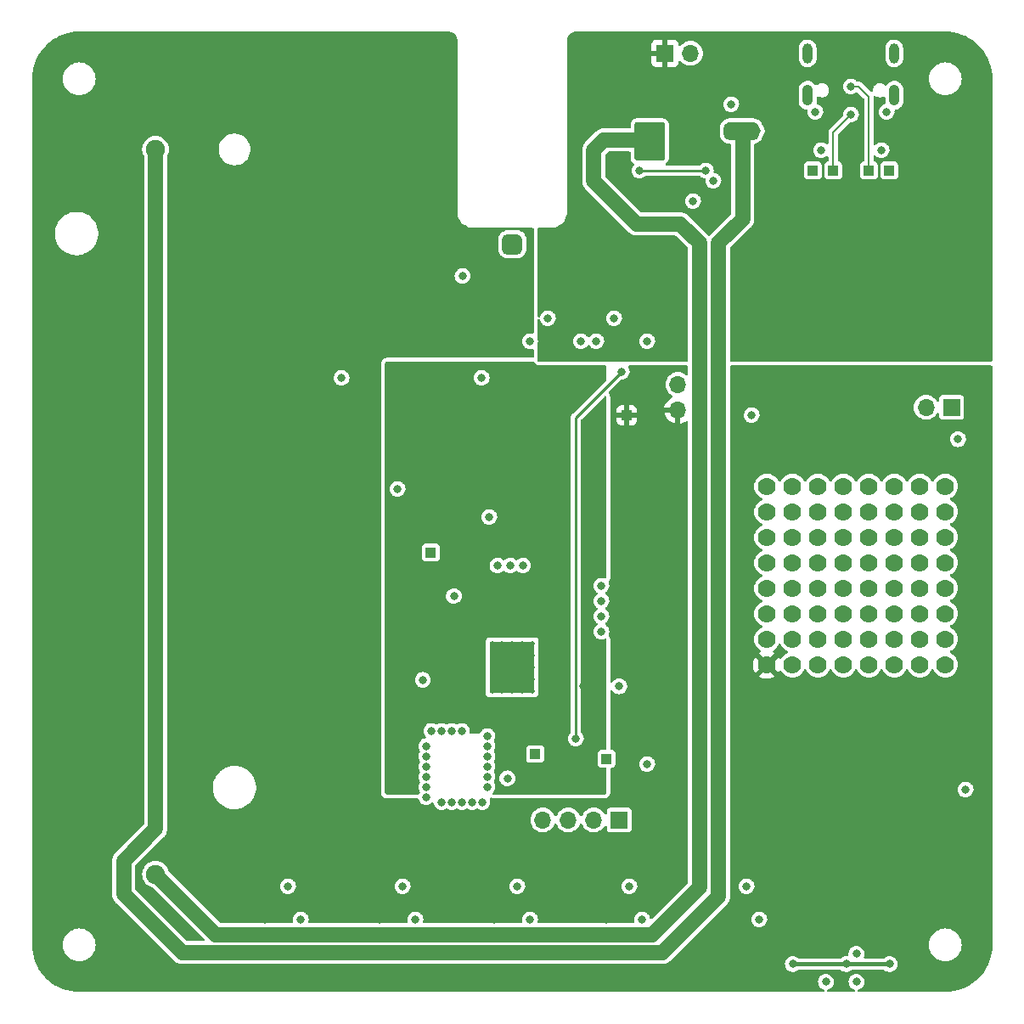
<source format=gbl>
%TF.GenerationSoftware,KiCad,Pcbnew,6.0.2+dfsg-1*%
%TF.CreationDate,2023-01-15T11:35:29-08:00*%
%TF.ProjectId,home-automation-sensor-lora,686f6d65-2d61-4757-946f-6d6174696f6e,rev?*%
%TF.SameCoordinates,Original*%
%TF.FileFunction,Copper,L4,Bot*%
%TF.FilePolarity,Positive*%
%FSLAX46Y46*%
G04 Gerber Fmt 4.6, Leading zero omitted, Abs format (unit mm)*
G04 Created by KiCad (PCBNEW 6.0.2+dfsg-1) date 2023-01-15 11:35:29*
%MOMM*%
%LPD*%
G01*
G04 APERTURE LIST*
G04 Aperture macros list*
%AMRoundRect*
0 Rectangle with rounded corners*
0 $1 Rounding radius*
0 $2 $3 $4 $5 $6 $7 $8 $9 X,Y pos of 4 corners*
0 Add a 4 corners polygon primitive as box body*
4,1,4,$2,$3,$4,$5,$6,$7,$8,$9,$2,$3,0*
0 Add four circle primitives for the rounded corners*
1,1,$1+$1,$2,$3*
1,1,$1+$1,$4,$5*
1,1,$1+$1,$6,$7*
1,1,$1+$1,$8,$9*
0 Add four rect primitives between the rounded corners*
20,1,$1+$1,$2,$3,$4,$5,0*
20,1,$1+$1,$4,$5,$6,$7,0*
20,1,$1+$1,$6,$7,$8,$9,0*
20,1,$1+$1,$8,$9,$2,$3,0*%
G04 Aperture macros list end*
%TA.AperFunction,ComponentPad*%
%ADD10R,1.700000X1.700000*%
%TD*%
%TA.AperFunction,ComponentPad*%
%ADD11O,1.700000X1.700000*%
%TD*%
%TA.AperFunction,ComponentPad*%
%ADD12C,0.500000*%
%TD*%
%TA.AperFunction,SMDPad,CuDef*%
%ADD13R,4.500000X5.200000*%
%TD*%
%TA.AperFunction,ComponentPad*%
%ADD14O,1.050000X2.100000*%
%TD*%
%TA.AperFunction,ComponentPad*%
%ADD15O,1.000000X2.000000*%
%TD*%
%TA.AperFunction,ComponentPad*%
%ADD16R,1.000000X1.000000*%
%TD*%
%TA.AperFunction,ComponentPad*%
%ADD17RoundRect,0.500000X-0.500000X-0.500000X0.500000X-0.500000X0.500000X0.500000X-0.500000X0.500000X0*%
%TD*%
%TA.AperFunction,ComponentPad*%
%ADD18C,1.905000*%
%TD*%
%TA.AperFunction,ComponentPad*%
%ADD19C,1.778000*%
%TD*%
%TA.AperFunction,ViaPad*%
%ADD20C,0.800000*%
%TD*%
%TA.AperFunction,Conductor*%
%ADD21C,0.200000*%
%TD*%
%TA.AperFunction,Conductor*%
%ADD22C,0.381000*%
%TD*%
%TA.AperFunction,Conductor*%
%ADD23C,0.250000*%
%TD*%
%TA.AperFunction,Conductor*%
%ADD24C,1.524000*%
%TD*%
G04 APERTURE END LIST*
D10*
X181397001Y-110269001D03*
D11*
X178857001Y-110269001D03*
X176317001Y-110269001D03*
X173777001Y-110269001D03*
D12*
X168729001Y-93854001D03*
X169729001Y-95029001D03*
X171729001Y-96204001D03*
X170729001Y-92679001D03*
X172729001Y-92679001D03*
X168729001Y-96204001D03*
X172729001Y-93854001D03*
X170729001Y-96204001D03*
X169729001Y-97379001D03*
X170729001Y-93854001D03*
X169729001Y-92679001D03*
X171729001Y-93854001D03*
X170729001Y-95029001D03*
X172729001Y-97379001D03*
X171729001Y-92679001D03*
X168729001Y-95029001D03*
X171729001Y-95029001D03*
X169729001Y-96204001D03*
X168729001Y-92679001D03*
X169729001Y-93854001D03*
X171729001Y-97379001D03*
X172729001Y-96204001D03*
X168729001Y-97379001D03*
X170729001Y-97379001D03*
D13*
X170729001Y-95029001D03*
D12*
X172729001Y-95029001D03*
D14*
X200191002Y-37995000D03*
D15*
X208831000Y-33815001D03*
X200191002Y-33815001D03*
D14*
X208831001Y-37995001D03*
D16*
X208321001Y-45499001D03*
X206289001Y-45499001D03*
X182159001Y-69883001D03*
D11*
X187239001Y-69380001D03*
X187239001Y-66840001D03*
D16*
X202733001Y-45499001D03*
X200701001Y-45499001D03*
X180127001Y-104173001D03*
D10*
X214549001Y-69121001D03*
D11*
X212009001Y-69121001D03*
D17*
X170729001Y-52865001D03*
D16*
X175555001Y-69883001D03*
D10*
X185964001Y-33815001D03*
D11*
X188504001Y-33815001D03*
D16*
X162601001Y-83599001D03*
D18*
X135169001Y-115666501D03*
X135169001Y-43403501D03*
D19*
X206289001Y-82075001D03*
X208829001Y-94775001D03*
X211369001Y-94775001D03*
X206289001Y-89695001D03*
X206289001Y-84615001D03*
X206289001Y-76995001D03*
X213909001Y-89695001D03*
X208829001Y-89695001D03*
X201209001Y-82075001D03*
X211369001Y-82075001D03*
X211369001Y-87155001D03*
X206289001Y-79535001D03*
X203749001Y-84615001D03*
X203749001Y-89695001D03*
X203749001Y-82075001D03*
X206289001Y-87155001D03*
X208829001Y-87155001D03*
X198669001Y-94775001D03*
X213909001Y-76995001D03*
X198669001Y-76995001D03*
X208829001Y-84615001D03*
X211369001Y-92235001D03*
X201209001Y-76995001D03*
X208829001Y-79535001D03*
X213909001Y-92235001D03*
X201209001Y-79535001D03*
X203749001Y-94775001D03*
X211369001Y-89695001D03*
X211369001Y-79535001D03*
X198669001Y-79535001D03*
X213909001Y-82075001D03*
X213909001Y-87155001D03*
X208829001Y-82075001D03*
X213909001Y-84615001D03*
X206289001Y-92235001D03*
X198669001Y-87155001D03*
X203749001Y-87155001D03*
X208829001Y-76995001D03*
X201209001Y-94775001D03*
X201209001Y-87155001D03*
X213909001Y-79535001D03*
X203749001Y-92235001D03*
X198669001Y-89695001D03*
X198669001Y-82075001D03*
X203749001Y-76995001D03*
X206289001Y-94775001D03*
X201209001Y-84615001D03*
X211369001Y-84615001D03*
X211369001Y-76995001D03*
X198669001Y-92235001D03*
X201209001Y-92235001D03*
X213909001Y-94775001D03*
X201209001Y-89695001D03*
X198669001Y-84615001D03*
X208829001Y-92235001D03*
X203749001Y-79535001D03*
X196129001Y-94775001D03*
X196129001Y-92235001D03*
X196129001Y-89695001D03*
X196129001Y-87155001D03*
X196129001Y-84615001D03*
X196129001Y-82075001D03*
X196129001Y-79535001D03*
X196129001Y-76995001D03*
D16*
X173015001Y-103680000D03*
D20*
X167756000Y-108491001D03*
X159807001Y-116873001D03*
X192573001Y-38895001D03*
X184191001Y-62517001D03*
X162168000Y-104935001D03*
X190795001Y-46515001D03*
X215941001Y-107221001D03*
X174285001Y-60231001D03*
X179619001Y-91473001D03*
X205051001Y-126411351D03*
X162168000Y-107983001D03*
X164708000Y-101379001D03*
X183683001Y-120175001D03*
X205051001Y-123617351D03*
X172507001Y-120175001D03*
X207559001Y-43467001D03*
X165780652Y-56001634D03*
X215179001Y-72296001D03*
X201545001Y-43467001D03*
X162676000Y-101379001D03*
X148377001Y-116873001D03*
X168264000Y-104935001D03*
X165724000Y-108491001D03*
X171797001Y-84884001D03*
X167685652Y-66161634D03*
X163692000Y-108491001D03*
X179111001Y-62517001D03*
X168264000Y-103919001D03*
X168264000Y-102903001D03*
X202003001Y-126411351D03*
X162168000Y-103919001D03*
X168264000Y-105951001D03*
X208067001Y-39657001D03*
X165724000Y-101379001D03*
X179619001Y-86901001D03*
X182413001Y-116873001D03*
X162168000Y-102903001D03*
X164913601Y-87932000D03*
X170527001Y-84884001D03*
X194605001Y-69883001D03*
X161814801Y-96288601D03*
X166740000Y-108491001D03*
X171237001Y-116873001D03*
X153715652Y-66161634D03*
X180889001Y-60231001D03*
X162168000Y-105951001D03*
X181397001Y-96934001D03*
X179619001Y-88425001D03*
X184191001Y-104681001D03*
X179619001Y-89949001D03*
X188763001Y-48547001D03*
X163692000Y-101379001D03*
X168443001Y-80043001D03*
X149647001Y-120175001D03*
X195367001Y-120175001D03*
X162168000Y-106967001D03*
X177587001Y-62517001D03*
X200955001Y-39657001D03*
X159299001Y-77249001D03*
X164708000Y-108491001D03*
X168264000Y-106967001D03*
X169257001Y-84884001D03*
X170245200Y-106106000D03*
X168264000Y-101887001D03*
X161077001Y-120175001D03*
X172507001Y-62517001D03*
X194097001Y-116873001D03*
X183683001Y-54958501D03*
X177079001Y-54958501D03*
X181143001Y-54958501D03*
X174539001Y-54958501D03*
X182413001Y-54958501D03*
X195367001Y-44229001D03*
X196383001Y-46769001D03*
X195367001Y-45499001D03*
X196383001Y-44229001D03*
X175809001Y-54958501D03*
X195367001Y-46769001D03*
X178095001Y-67597001D03*
X179619001Y-101887001D03*
X171543001Y-89075001D03*
X179619001Y-99601001D03*
X176063001Y-91473001D03*
X176825001Y-67597001D03*
X173777001Y-107221001D03*
X176063001Y-89949001D03*
X173015001Y-76233001D03*
X164523003Y-96279001D03*
X165618302Y-91189700D03*
X176063001Y-88425001D03*
X169459001Y-102156000D03*
X175555001Y-67597001D03*
X177841001Y-96934001D03*
X170576601Y-89060001D03*
X204511001Y-37117001D03*
X204511001Y-39911001D03*
X191811001Y-120175001D03*
X184699001Y-67597001D03*
X208321001Y-104681001D03*
X157521001Y-120175001D03*
X215941001Y-105697001D03*
X209845001Y-108237001D03*
X180127001Y-120175001D03*
X159430652Y-56001634D03*
X183429001Y-67597001D03*
X182159001Y-67597001D03*
X197377601Y-114814301D03*
X168951001Y-120175001D03*
X146091001Y-120175001D03*
X208353001Y-124633351D03*
X204035001Y-124633351D03*
X198701001Y-124633351D03*
X181651001Y-65565001D03*
X177079001Y-102141001D03*
X193081001Y-41562001D03*
X195113001Y-41562001D03*
X194097001Y-41562001D03*
X183429001Y-45499001D03*
X190033001Y-45499001D03*
X183429001Y-41181001D03*
X184699001Y-41181001D03*
X184699001Y-42451001D03*
X183429001Y-42451001D03*
D21*
X206289001Y-38133001D02*
X206289001Y-45499001D01*
X204511001Y-37117001D02*
X205273001Y-37117001D01*
X205273001Y-37117001D02*
X206289001Y-38133001D01*
X204511001Y-39911001D02*
X202733001Y-41689001D01*
X202733001Y-41689001D02*
X202733001Y-45499001D01*
D22*
X204035001Y-124633351D02*
X198701001Y-124633351D01*
X204035001Y-124633351D02*
X208353001Y-124633351D01*
D23*
X177079001Y-70137001D02*
X181651001Y-65565001D01*
X177079001Y-102141001D02*
X177079001Y-70137001D01*
D24*
X131994001Y-117635001D02*
X137836001Y-123477001D01*
X135169001Y-111158001D02*
X131994001Y-114333001D01*
X131994001Y-114333001D02*
X131994001Y-117635001D01*
X137836001Y-123477001D02*
X185715001Y-123477001D01*
X191303001Y-52738001D02*
X193716001Y-50325001D01*
X193716001Y-50325001D02*
X193716001Y-42324001D01*
X185715001Y-123477001D02*
X191303001Y-117889001D01*
X191303001Y-117889001D02*
X191303001Y-52738001D01*
X135169001Y-43403501D02*
X135169001Y-111158001D01*
D23*
X183429001Y-45499001D02*
X190033001Y-45499001D01*
D24*
X135169001Y-115666501D02*
X141201501Y-121699001D01*
X184699001Y-121699001D02*
X189398001Y-117000001D01*
X141201501Y-121699001D02*
X184699001Y-121699001D01*
X183175001Y-50833001D02*
X178857001Y-46515001D01*
X178857001Y-43467001D02*
X179873001Y-42451001D01*
X178857001Y-46515001D02*
X178857001Y-43467001D01*
X187493001Y-50833001D02*
X183175001Y-50833001D01*
X189398001Y-117000001D02*
X189398001Y-52738001D01*
X189398001Y-52738001D02*
X187493001Y-50833001D01*
X179873001Y-42451001D02*
X183429001Y-42451001D01*
%TA.AperFunction,Conductor*%
G36*
X185727172Y-40675422D02*
G01*
X185787623Y-40687447D01*
X185833043Y-40706261D01*
X185873767Y-40733472D01*
X185908530Y-40768235D01*
X185935741Y-40808959D01*
X185954555Y-40854379D01*
X185966580Y-40914830D01*
X185969001Y-40939412D01*
X185969001Y-44216590D01*
X185966580Y-44241172D01*
X185954555Y-44301623D01*
X185935741Y-44347043D01*
X185908530Y-44387767D01*
X185873767Y-44422530D01*
X185833043Y-44449741D01*
X185787623Y-44468555D01*
X185727172Y-44480580D01*
X185702590Y-44483001D01*
X183187412Y-44483001D01*
X183162830Y-44480580D01*
X183102379Y-44468555D01*
X183056959Y-44449741D01*
X183016235Y-44422530D01*
X182981472Y-44387767D01*
X182954261Y-44347043D01*
X182935447Y-44301623D01*
X182923422Y-44241172D01*
X182921001Y-44216590D01*
X182921001Y-40939412D01*
X182923422Y-40914830D01*
X182935447Y-40854379D01*
X182954261Y-40808959D01*
X182981472Y-40768235D01*
X183016235Y-40733472D01*
X183056959Y-40706261D01*
X183102379Y-40687447D01*
X183162830Y-40675422D01*
X183187412Y-40673001D01*
X185702590Y-40673001D01*
X185727172Y-40675422D01*
G37*
%TD.AperFunction*%
%TA.AperFunction,Conductor*%
G36*
X194740189Y-40674079D02*
G01*
X194879904Y-40692473D01*
X194911677Y-40700986D01*
X195034176Y-40751727D01*
X195062660Y-40768173D01*
X195167853Y-40848891D01*
X195191111Y-40872149D01*
X195271829Y-40977342D01*
X195288276Y-41005828D01*
X195339016Y-41128326D01*
X195347529Y-41160098D01*
X195365923Y-41299813D01*
X195367001Y-41316259D01*
X195367001Y-41807743D01*
X195365923Y-41824189D01*
X195347529Y-41963904D01*
X195339016Y-41995676D01*
X195288276Y-42118174D01*
X195271829Y-42146660D01*
X195191111Y-42251853D01*
X195167853Y-42275111D01*
X195062660Y-42355829D01*
X195034176Y-42372275D01*
X194951359Y-42406579D01*
X194911676Y-42423016D01*
X194879904Y-42431529D01*
X194740189Y-42449923D01*
X194723743Y-42451001D01*
X192454259Y-42451001D01*
X192437813Y-42449923D01*
X192298098Y-42431529D01*
X192266326Y-42423016D01*
X192226643Y-42406579D01*
X192143826Y-42372275D01*
X192115342Y-42355829D01*
X192010149Y-42275111D01*
X191986891Y-42251853D01*
X191906173Y-42146660D01*
X191889726Y-42118174D01*
X191838986Y-41995676D01*
X191830473Y-41963904D01*
X191812079Y-41824189D01*
X191811001Y-41807743D01*
X191811001Y-41316259D01*
X191812079Y-41299813D01*
X191830473Y-41160098D01*
X191838986Y-41128326D01*
X191889726Y-41005828D01*
X191906173Y-40977342D01*
X191986891Y-40872149D01*
X192010149Y-40848891D01*
X192115342Y-40768173D01*
X192143826Y-40751727D01*
X192266325Y-40700986D01*
X192298098Y-40692473D01*
X192437813Y-40674079D01*
X192454259Y-40673001D01*
X194723743Y-40673001D01*
X194740189Y-40674079D01*
G37*
%TD.AperFunction*%
%TA.AperFunction,Conductor*%
G36*
X172883795Y-64569003D02*
G01*
X172926293Y-64618284D01*
X172927034Y-64617831D01*
X172931145Y-64624556D01*
X172931146Y-64624559D01*
X172958687Y-64669615D01*
X172992446Y-64724844D01*
X173038939Y-64778500D01*
X173106657Y-64839906D01*
X173219541Y-64894566D01*
X173287662Y-64914568D01*
X173292102Y-64915206D01*
X173292105Y-64915207D01*
X173390555Y-64929362D01*
X173390558Y-64929362D01*
X173395001Y-64930001D01*
X180001001Y-64930001D01*
X180069122Y-64950003D01*
X180115615Y-65003659D01*
X180127001Y-65056001D01*
X180127001Y-66320512D01*
X180106999Y-66388633D01*
X180090096Y-66409607D01*
X176770949Y-69728754D01*
X176761462Y-69736335D01*
X176761780Y-69736709D01*
X176754947Y-69742524D01*
X176747353Y-69747316D01*
X176711877Y-69787485D01*
X176706531Y-69793172D01*
X176695137Y-69804566D01*
X176688890Y-69812901D01*
X176682520Y-69820725D01*
X176651312Y-69856062D01*
X176647496Y-69864189D01*
X176645766Y-69866823D01*
X176637055Y-69881320D01*
X176635541Y-69884086D01*
X176630159Y-69891267D01*
X176627009Y-69899670D01*
X176613614Y-69935400D01*
X176609687Y-69944719D01*
X176589652Y-69987392D01*
X176588271Y-69996262D01*
X176587346Y-69999287D01*
X176583063Y-70015616D01*
X176582383Y-70018709D01*
X176579230Y-70027119D01*
X176578565Y-70036070D01*
X176575737Y-70074125D01*
X176574583Y-70084174D01*
X176572501Y-70097545D01*
X176572501Y-70112987D01*
X176572155Y-70122325D01*
X176568478Y-70171805D01*
X176570351Y-70180579D01*
X176570929Y-70189060D01*
X176572501Y-70203951D01*
X176572501Y-101490162D01*
X176552499Y-101558283D01*
X176534658Y-101580186D01*
X176474585Y-101639014D01*
X176469550Y-101643945D01*
X176374573Y-101791320D01*
X176372164Y-101797940D01*
X176372162Y-101797943D01*
X176331755Y-101908960D01*
X176314607Y-101956075D01*
X176313724Y-101963063D01*
X176313724Y-101963064D01*
X176312373Y-101973762D01*
X176292633Y-102130021D01*
X176309742Y-102304512D01*
X176365084Y-102470877D01*
X176368731Y-102476899D01*
X176368732Y-102476901D01*
X176425016Y-102569836D01*
X176455909Y-102620847D01*
X176460798Y-102625910D01*
X176460799Y-102625911D01*
X176536750Y-102704560D01*
X176577702Y-102746967D01*
X176583594Y-102750822D01*
X176583598Y-102750826D01*
X176656452Y-102798500D01*
X176724411Y-102842971D01*
X176731015Y-102845427D01*
X176882141Y-102901630D01*
X176882143Y-102901630D01*
X176888743Y-102904085D01*
X176895726Y-102905017D01*
X176895727Y-102905017D01*
X177055550Y-102926343D01*
X177055554Y-102926343D01*
X177062531Y-102927274D01*
X177069542Y-102926636D01*
X177069546Y-102926636D01*
X177207106Y-102914116D01*
X177237138Y-102911383D01*
X177243840Y-102909205D01*
X177243842Y-102909205D01*
X177397186Y-102859381D01*
X177397189Y-102859380D01*
X177403885Y-102857204D01*
X177554485Y-102767428D01*
X177559579Y-102762577D01*
X177559583Y-102762574D01*
X177628834Y-102696626D01*
X177681453Y-102646518D01*
X177778478Y-102500483D01*
X177840738Y-102336582D01*
X177854327Y-102239893D01*
X177864588Y-102166884D01*
X177864589Y-102166876D01*
X177865139Y-102162960D01*
X177865446Y-102141001D01*
X177845902Y-101966765D01*
X177842180Y-101956075D01*
X177790558Y-101807836D01*
X177790557Y-101807834D01*
X177788243Y-101801189D01*
X177737362Y-101719762D01*
X177699066Y-101658475D01*
X177699063Y-101658471D01*
X177695333Y-101652502D01*
X177686836Y-101643945D01*
X177622096Y-101578753D01*
X177588288Y-101516322D01*
X177585501Y-101489968D01*
X177585501Y-70398990D01*
X177605503Y-70330869D01*
X177622406Y-70309895D01*
X179911906Y-68020395D01*
X179974218Y-67986369D01*
X180045033Y-67991434D01*
X180101869Y-68033981D01*
X180126680Y-68100501D01*
X180127001Y-68109490D01*
X180127001Y-86073662D01*
X180106999Y-86141783D01*
X180053343Y-86188276D01*
X179983069Y-86198380D01*
X179958736Y-86192362D01*
X179914709Y-86176684D01*
X179805221Y-86137697D01*
X179805216Y-86137696D01*
X179798586Y-86135335D01*
X179791598Y-86134502D01*
X179791595Y-86134501D01*
X179671308Y-86120158D01*
X179624491Y-86114575D01*
X179617488Y-86115311D01*
X179617487Y-86115311D01*
X179457123Y-86132166D01*
X179457121Y-86132167D01*
X179450123Y-86132902D01*
X179284149Y-86189404D01*
X179269559Y-86198380D01*
X179140824Y-86277578D01*
X179140821Y-86277580D01*
X179134817Y-86281274D01*
X179129782Y-86286205D01*
X179129779Y-86286207D01*
X179014582Y-86399017D01*
X179009550Y-86403945D01*
X178914573Y-86551320D01*
X178854607Y-86716075D01*
X178853724Y-86723063D01*
X178853724Y-86723064D01*
X178850085Y-86751868D01*
X178832633Y-86890021D01*
X178849742Y-87064512D01*
X178905084Y-87230877D01*
X178908731Y-87236899D01*
X178908732Y-87236901D01*
X178957367Y-87317206D01*
X178995909Y-87380847D01*
X179000798Y-87385910D01*
X179000799Y-87385911D01*
X179076750Y-87464560D01*
X179117702Y-87506967D01*
X179123594Y-87510822D01*
X179123598Y-87510826D01*
X179194825Y-87557435D01*
X179240874Y-87611472D01*
X179250397Y-87681827D01*
X179220372Y-87746162D01*
X179191856Y-87770183D01*
X179134817Y-87805274D01*
X179129782Y-87810205D01*
X179129779Y-87810207D01*
X179014582Y-87923017D01*
X179009550Y-87927945D01*
X178914573Y-88075320D01*
X178912164Y-88081940D01*
X178912162Y-88081943D01*
X178893154Y-88134167D01*
X178854607Y-88240075D01*
X178853724Y-88247063D01*
X178853724Y-88247064D01*
X178852697Y-88255193D01*
X178832633Y-88414021D01*
X178849742Y-88588512D01*
X178905084Y-88754877D01*
X178995909Y-88904847D01*
X179117702Y-89030967D01*
X179123594Y-89034822D01*
X179123598Y-89034826D01*
X179194825Y-89081435D01*
X179240874Y-89135472D01*
X179250397Y-89205827D01*
X179220372Y-89270162D01*
X179191856Y-89294183D01*
X179134817Y-89329274D01*
X179129782Y-89334205D01*
X179129779Y-89334207D01*
X179014582Y-89447017D01*
X179009550Y-89451945D01*
X178914573Y-89599320D01*
X178854607Y-89764075D01*
X178853724Y-89771063D01*
X178853724Y-89771064D01*
X178850085Y-89799868D01*
X178832633Y-89938021D01*
X178849742Y-90112512D01*
X178905084Y-90278877D01*
X178995909Y-90428847D01*
X179117702Y-90554967D01*
X179123594Y-90558822D01*
X179123598Y-90558826D01*
X179194825Y-90605435D01*
X179240874Y-90659472D01*
X179250397Y-90729827D01*
X179220372Y-90794162D01*
X179191856Y-90818183D01*
X179134817Y-90853274D01*
X179129782Y-90858205D01*
X179129779Y-90858207D01*
X179014582Y-90971017D01*
X179009550Y-90975945D01*
X178914573Y-91123320D01*
X178854607Y-91288075D01*
X178853724Y-91295063D01*
X178853724Y-91295064D01*
X178850085Y-91323868D01*
X178832633Y-91462021D01*
X178849742Y-91636512D01*
X178905084Y-91802877D01*
X178995909Y-91952847D01*
X179117702Y-92078967D01*
X179123594Y-92082822D01*
X179123598Y-92082826D01*
X179208458Y-92138356D01*
X179264411Y-92174971D01*
X179271015Y-92177427D01*
X179422141Y-92233630D01*
X179422143Y-92233630D01*
X179428743Y-92236085D01*
X179435726Y-92237017D01*
X179435727Y-92237017D01*
X179595550Y-92258343D01*
X179595554Y-92258343D01*
X179602531Y-92259274D01*
X179609542Y-92258636D01*
X179609546Y-92258636D01*
X179747106Y-92246116D01*
X179777138Y-92243383D01*
X179783840Y-92241205D01*
X179783842Y-92241205D01*
X179827345Y-92227070D01*
X179943885Y-92189204D01*
X179949260Y-92186000D01*
X180019254Y-92176120D01*
X180083758Y-92205779D01*
X180121988Y-92265604D01*
X180127001Y-92300791D01*
X180127001Y-103165501D01*
X180106999Y-103233622D01*
X180053343Y-103280115D01*
X180001001Y-103291501D01*
X179590843Y-103291501D01*
X179586295Y-103292171D01*
X179586288Y-103292171D01*
X179525542Y-103301113D01*
X179525540Y-103301114D01*
X179515857Y-103302539D01*
X179507069Y-103306854D01*
X179507068Y-103306854D01*
X179411198Y-103353924D01*
X179411197Y-103353925D01*
X179401850Y-103358514D01*
X179312121Y-103448400D01*
X179256346Y-103562504D01*
X179245501Y-103636843D01*
X179245501Y-104709159D01*
X179246171Y-104713707D01*
X179246171Y-104713714D01*
X179253097Y-104760765D01*
X179256539Y-104784145D01*
X179312514Y-104898152D01*
X179402400Y-104987881D01*
X179516504Y-105043656D01*
X179549285Y-105048438D01*
X179586317Y-105053841D01*
X179586321Y-105053841D01*
X179590843Y-105054501D01*
X180001001Y-105054501D01*
X180069122Y-105074503D01*
X180115615Y-105128159D01*
X180127001Y-105180501D01*
X180127001Y-107462590D01*
X180124580Y-107487172D01*
X180112555Y-107547623D01*
X180093741Y-107593043D01*
X180066530Y-107633767D01*
X180031767Y-107668530D01*
X179991043Y-107695741D01*
X179945623Y-107714555D01*
X179885172Y-107726580D01*
X179860590Y-107729001D01*
X168912141Y-107729001D01*
X168844020Y-107708999D01*
X168797527Y-107655343D01*
X168787423Y-107585069D01*
X168816917Y-107520489D01*
X168825249Y-107511755D01*
X168866452Y-107472518D01*
X168963477Y-107326483D01*
X169025737Y-107162582D01*
X169050138Y-106988960D01*
X169050445Y-106967001D01*
X169030901Y-106792765D01*
X169027179Y-106782075D01*
X168975557Y-106633836D01*
X168975556Y-106633834D01*
X168973242Y-106627189D01*
X168959781Y-106605646D01*
X168909556Y-106525270D01*
X168890420Y-106456901D01*
X168911461Y-106388773D01*
X168963477Y-106310483D01*
X169025737Y-106146582D01*
X169032984Y-106095020D01*
X169458832Y-106095020D01*
X169475941Y-106269511D01*
X169531283Y-106435876D01*
X169622108Y-106585846D01*
X169626997Y-106590909D01*
X169626998Y-106590910D01*
X169702949Y-106669559D01*
X169743901Y-106711966D01*
X169749793Y-106715821D01*
X169749797Y-106715825D01*
X169834657Y-106771355D01*
X169890610Y-106807970D01*
X169897214Y-106810426D01*
X170048340Y-106866629D01*
X170048342Y-106866629D01*
X170054942Y-106869084D01*
X170061925Y-106870016D01*
X170061926Y-106870016D01*
X170221749Y-106891342D01*
X170221753Y-106891342D01*
X170228730Y-106892273D01*
X170235741Y-106891635D01*
X170235745Y-106891635D01*
X170373305Y-106879115D01*
X170403337Y-106876382D01*
X170410039Y-106874204D01*
X170410041Y-106874204D01*
X170563385Y-106824380D01*
X170563388Y-106824379D01*
X170570084Y-106822203D01*
X170720684Y-106732427D01*
X170725778Y-106727576D01*
X170725782Y-106727573D01*
X170795033Y-106661625D01*
X170847652Y-106611517D01*
X170944677Y-106465482D01*
X171006937Y-106301581D01*
X171031338Y-106127959D01*
X171031645Y-106106000D01*
X171012101Y-105931764D01*
X171008379Y-105921074D01*
X170956757Y-105772835D01*
X170956756Y-105772833D01*
X170954442Y-105766188D01*
X170861532Y-105617501D01*
X170853035Y-105608944D01*
X170756859Y-105512096D01*
X170737989Y-105493094D01*
X170732046Y-105489322D01*
X170732043Y-105489320D01*
X170614692Y-105414847D01*
X170589955Y-105399148D01*
X170532165Y-105378570D01*
X170431420Y-105342696D01*
X170431415Y-105342695D01*
X170424785Y-105340334D01*
X170417797Y-105339501D01*
X170417794Y-105339500D01*
X170297507Y-105325157D01*
X170250690Y-105319574D01*
X170243687Y-105320310D01*
X170243686Y-105320310D01*
X170083322Y-105337165D01*
X170083320Y-105337166D01*
X170076322Y-105337901D01*
X169910348Y-105394403D01*
X169896496Y-105402925D01*
X169767023Y-105482577D01*
X169767020Y-105482579D01*
X169761016Y-105486273D01*
X169755981Y-105491204D01*
X169755978Y-105491206D01*
X169643534Y-105601320D01*
X169635749Y-105608944D01*
X169540772Y-105756319D01*
X169538363Y-105762939D01*
X169538361Y-105762942D01*
X169483215Y-105914455D01*
X169480806Y-105921074D01*
X169479923Y-105928062D01*
X169479923Y-105928063D01*
X169479296Y-105933027D01*
X169458832Y-106095020D01*
X169032984Y-106095020D01*
X169050138Y-105972960D01*
X169050445Y-105951001D01*
X169030901Y-105776765D01*
X169027179Y-105766075D01*
X168975557Y-105617836D01*
X168975556Y-105617834D01*
X168973242Y-105611189D01*
X168909556Y-105509270D01*
X168890420Y-105440901D01*
X168911461Y-105372773D01*
X168931444Y-105342696D01*
X168963477Y-105294483D01*
X169025737Y-105130582D01*
X169034981Y-105064807D01*
X169049587Y-104960884D01*
X169049588Y-104960876D01*
X169050138Y-104956960D01*
X169050445Y-104935001D01*
X169030901Y-104760765D01*
X169027179Y-104750075D01*
X168975557Y-104601836D01*
X168975556Y-104601834D01*
X168973242Y-104595189D01*
X168945294Y-104550462D01*
X168909556Y-104493270D01*
X168890420Y-104424901D01*
X168911461Y-104356773D01*
X168963477Y-104278483D01*
X168987152Y-104216158D01*
X172133501Y-104216158D01*
X172134171Y-104220706D01*
X172134171Y-104220713D01*
X172143113Y-104281459D01*
X172144539Y-104291144D01*
X172148854Y-104299932D01*
X172148854Y-104299933D01*
X172179608Y-104362570D01*
X172200514Y-104405151D01*
X172290400Y-104494880D01*
X172404504Y-104550655D01*
X172437285Y-104555437D01*
X172474317Y-104560840D01*
X172474321Y-104560840D01*
X172478843Y-104561500D01*
X173551159Y-104561500D01*
X173555707Y-104560830D01*
X173555714Y-104560830D01*
X173616460Y-104551888D01*
X173616462Y-104551887D01*
X173626145Y-104550462D01*
X173634934Y-104546147D01*
X173730804Y-104499077D01*
X173730805Y-104499076D01*
X173740152Y-104494487D01*
X173796595Y-104437945D01*
X173822523Y-104411972D01*
X173829881Y-104404601D01*
X173885656Y-104290497D01*
X173892703Y-104242194D01*
X173895841Y-104220684D01*
X173895841Y-104220680D01*
X173896501Y-104216158D01*
X173896501Y-103143842D01*
X173890809Y-103105168D01*
X173886889Y-103078541D01*
X173886888Y-103078539D01*
X173885463Y-103068856D01*
X173829488Y-102954849D01*
X173739602Y-102865120D01*
X173727862Y-102859381D01*
X173634720Y-102813853D01*
X173625498Y-102809345D01*
X173592717Y-102804563D01*
X173555685Y-102799160D01*
X173555681Y-102799160D01*
X173551159Y-102798500D01*
X172478843Y-102798500D01*
X172474295Y-102799170D01*
X172474288Y-102799170D01*
X172413542Y-102808112D01*
X172413540Y-102808113D01*
X172403857Y-102809538D01*
X172395069Y-102813853D01*
X172395068Y-102813853D01*
X172299198Y-102860923D01*
X172299197Y-102860924D01*
X172289850Y-102865513D01*
X172200121Y-102955399D01*
X172144346Y-103069503D01*
X172142934Y-103079183D01*
X172134166Y-103139287D01*
X172133501Y-103143842D01*
X172133501Y-104216158D01*
X168987152Y-104216158D01*
X169025737Y-104114582D01*
X169050138Y-103940960D01*
X169050445Y-103919001D01*
X169030901Y-103744765D01*
X169027179Y-103734075D01*
X168975557Y-103585836D01*
X168975556Y-103585834D01*
X168973242Y-103579189D01*
X168909556Y-103477270D01*
X168890420Y-103408901D01*
X168911461Y-103340773D01*
X168963477Y-103262483D01*
X169025737Y-103098582D01*
X169045860Y-102955399D01*
X169049587Y-102928884D01*
X169049588Y-102928876D01*
X169050138Y-102924960D01*
X169050328Y-102911383D01*
X169050390Y-102906963D01*
X169050390Y-102906957D01*
X169050445Y-102903001D01*
X169030901Y-102728765D01*
X169027179Y-102718075D01*
X168975557Y-102569836D01*
X168975556Y-102569834D01*
X168973242Y-102563189D01*
X168909556Y-102461270D01*
X168890420Y-102392901D01*
X168911461Y-102324773D01*
X168920481Y-102311197D01*
X168963477Y-102246483D01*
X169025737Y-102082582D01*
X169042534Y-101963064D01*
X169049587Y-101912884D01*
X169049588Y-101912876D01*
X169050138Y-101908960D01*
X169050445Y-101887001D01*
X169030901Y-101712765D01*
X169011996Y-101658475D01*
X168975557Y-101553836D01*
X168975556Y-101553834D01*
X168973242Y-101547189D01*
X168880332Y-101398502D01*
X168871835Y-101389945D01*
X168761754Y-101279095D01*
X168756789Y-101274095D01*
X168750846Y-101270323D01*
X168750843Y-101270321D01*
X168637066Y-101198116D01*
X168608755Y-101180149D01*
X168581570Y-101170469D01*
X168450220Y-101123697D01*
X168450215Y-101123696D01*
X168443585Y-101121335D01*
X168436597Y-101120502D01*
X168436594Y-101120501D01*
X168316307Y-101106158D01*
X168269490Y-101100575D01*
X168262487Y-101101311D01*
X168262486Y-101101311D01*
X168102122Y-101118166D01*
X168102120Y-101118167D01*
X168095122Y-101118902D01*
X167929148Y-101175404D01*
X167881423Y-101204765D01*
X167785823Y-101263578D01*
X167785820Y-101263580D01*
X167779816Y-101267274D01*
X167774781Y-101272205D01*
X167774778Y-101272207D01*
X167659581Y-101385017D01*
X167654549Y-101389945D01*
X167559572Y-101537320D01*
X167557161Y-101543943D01*
X167557160Y-101543946D01*
X167554921Y-101550098D01*
X167512826Y-101607268D01*
X167446504Y-101632605D01*
X167436521Y-101633001D01*
X166622473Y-101633001D01*
X166554352Y-101612999D01*
X166507859Y-101559343D01*
X166497699Y-101489465D01*
X166509587Y-101404884D01*
X166509588Y-101404876D01*
X166510138Y-101400960D01*
X166510445Y-101379001D01*
X166490901Y-101204765D01*
X166487179Y-101194075D01*
X166435557Y-101045836D01*
X166435556Y-101045834D01*
X166433242Y-101039189D01*
X166340332Y-100890502D01*
X166331835Y-100881945D01*
X166221754Y-100771095D01*
X166216789Y-100766095D01*
X166210846Y-100762323D01*
X166210843Y-100762321D01*
X166129270Y-100710553D01*
X166068755Y-100672149D01*
X166041570Y-100662469D01*
X165910220Y-100615697D01*
X165910215Y-100615696D01*
X165903585Y-100613335D01*
X165896597Y-100612502D01*
X165896594Y-100612501D01*
X165776307Y-100598158D01*
X165729490Y-100592575D01*
X165722487Y-100593311D01*
X165722486Y-100593311D01*
X165562122Y-100610166D01*
X165562120Y-100610167D01*
X165555122Y-100610902D01*
X165389148Y-100667404D01*
X165375296Y-100675926D01*
X165281602Y-100733567D01*
X165213101Y-100752226D01*
X165148065Y-100732635D01*
X165058707Y-100675926D01*
X165058705Y-100675925D01*
X165052755Y-100672149D01*
X165025570Y-100662469D01*
X164894220Y-100615697D01*
X164894215Y-100615696D01*
X164887585Y-100613335D01*
X164880597Y-100612502D01*
X164880594Y-100612501D01*
X164760307Y-100598158D01*
X164713490Y-100592575D01*
X164706487Y-100593311D01*
X164706486Y-100593311D01*
X164546122Y-100610166D01*
X164546120Y-100610167D01*
X164539122Y-100610902D01*
X164373148Y-100667404D01*
X164359296Y-100675926D01*
X164265602Y-100733567D01*
X164197101Y-100752226D01*
X164132065Y-100732635D01*
X164042707Y-100675926D01*
X164042705Y-100675925D01*
X164036755Y-100672149D01*
X164009570Y-100662469D01*
X163878220Y-100615697D01*
X163878215Y-100615696D01*
X163871585Y-100613335D01*
X163864597Y-100612502D01*
X163864594Y-100612501D01*
X163744307Y-100598158D01*
X163697490Y-100592575D01*
X163690487Y-100593311D01*
X163690486Y-100593311D01*
X163530122Y-100610166D01*
X163530120Y-100610167D01*
X163523122Y-100610902D01*
X163357148Y-100667404D01*
X163343296Y-100675926D01*
X163249602Y-100733567D01*
X163181101Y-100752226D01*
X163116065Y-100732635D01*
X163026707Y-100675926D01*
X163026705Y-100675925D01*
X163020755Y-100672149D01*
X162993570Y-100662469D01*
X162862220Y-100615697D01*
X162862215Y-100615696D01*
X162855585Y-100613335D01*
X162848597Y-100612502D01*
X162848594Y-100612501D01*
X162728307Y-100598158D01*
X162681490Y-100592575D01*
X162674487Y-100593311D01*
X162674486Y-100593311D01*
X162514122Y-100610166D01*
X162514120Y-100610167D01*
X162507122Y-100610902D01*
X162341148Y-100667404D01*
X162327296Y-100675926D01*
X162197823Y-100755578D01*
X162197820Y-100755580D01*
X162191816Y-100759274D01*
X162186781Y-100764205D01*
X162186778Y-100764207D01*
X162071581Y-100877017D01*
X162066549Y-100881945D01*
X161971572Y-101029320D01*
X161969163Y-101035940D01*
X161969161Y-101035943D01*
X161919228Y-101173133D01*
X161911606Y-101194075D01*
X161910723Y-101201063D01*
X161910723Y-101201064D01*
X161909372Y-101211762D01*
X161889632Y-101368021D01*
X161906741Y-101542512D01*
X161962083Y-101708877D01*
X161965730Y-101714899D01*
X161965731Y-101714901D01*
X162022015Y-101807836D01*
X162052908Y-101858847D01*
X162110514Y-101918499D01*
X162143446Y-101981395D01*
X162137147Y-102052111D01*
X162093615Y-102108196D01*
X162033048Y-102131336D01*
X162006122Y-102134166D01*
X162006120Y-102134167D01*
X161999122Y-102134902D01*
X161833148Y-102191404D01*
X161827144Y-102195098D01*
X161689823Y-102279578D01*
X161689820Y-102279580D01*
X161683816Y-102283274D01*
X161678781Y-102288205D01*
X161678778Y-102288207D01*
X161563581Y-102401017D01*
X161558549Y-102405945D01*
X161463572Y-102553320D01*
X161461163Y-102559940D01*
X161461161Y-102559943D01*
X161427882Y-102651377D01*
X161403606Y-102718075D01*
X161402723Y-102725063D01*
X161402723Y-102725064D01*
X161401372Y-102735762D01*
X161381632Y-102892021D01*
X161398741Y-103066512D01*
X161454083Y-103232877D01*
X161457730Y-103238899D01*
X161457731Y-103238901D01*
X161522938Y-103346570D01*
X161541117Y-103415199D01*
X161521073Y-103480096D01*
X161463572Y-103569320D01*
X161461163Y-103575940D01*
X161461161Y-103575943D01*
X161437331Y-103641416D01*
X161403606Y-103734075D01*
X161402723Y-103741063D01*
X161402723Y-103741064D01*
X161401372Y-103751762D01*
X161381632Y-103908021D01*
X161398741Y-104082512D01*
X161454083Y-104248877D01*
X161457730Y-104254899D01*
X161457731Y-104254901D01*
X161522938Y-104362570D01*
X161541117Y-104431199D01*
X161521073Y-104496096D01*
X161485002Y-104552067D01*
X161463572Y-104585320D01*
X161461163Y-104591940D01*
X161461161Y-104591943D01*
X161418498Y-104709159D01*
X161403606Y-104750075D01*
X161402723Y-104757063D01*
X161402723Y-104757064D01*
X161399384Y-104783498D01*
X161381632Y-104924021D01*
X161398741Y-105098512D01*
X161454083Y-105264877D01*
X161457730Y-105270899D01*
X161457731Y-105270901D01*
X161522938Y-105378570D01*
X161541117Y-105447199D01*
X161521073Y-105512096D01*
X161463572Y-105601320D01*
X161461163Y-105607940D01*
X161461161Y-105607943D01*
X161455509Y-105623473D01*
X161403606Y-105766075D01*
X161402723Y-105773063D01*
X161402723Y-105773064D01*
X161401372Y-105783762D01*
X161381632Y-105940021D01*
X161398741Y-106114512D01*
X161454083Y-106280877D01*
X161457730Y-106286899D01*
X161457731Y-106286901D01*
X161522938Y-106394570D01*
X161541117Y-106463199D01*
X161521073Y-106528096D01*
X161463572Y-106617320D01*
X161461163Y-106623940D01*
X161461161Y-106623943D01*
X161406015Y-106775456D01*
X161403606Y-106782075D01*
X161402723Y-106789063D01*
X161402723Y-106789064D01*
X161399084Y-106817868D01*
X161381632Y-106956021D01*
X161398741Y-107130512D01*
X161454083Y-107296877D01*
X161457730Y-107302899D01*
X161457731Y-107302901D01*
X161522938Y-107410570D01*
X161541117Y-107479199D01*
X161521073Y-107544096D01*
X161463572Y-107633320D01*
X161461161Y-107639944D01*
X161461160Y-107639946D01*
X161458921Y-107646098D01*
X161416826Y-107703268D01*
X161350504Y-107728605D01*
X161340521Y-107729001D01*
X158295412Y-107729001D01*
X158270830Y-107726580D01*
X158210379Y-107714555D01*
X158164959Y-107695741D01*
X158124235Y-107668530D01*
X158089472Y-107633767D01*
X158062261Y-107593043D01*
X158043447Y-107547623D01*
X158031422Y-107487172D01*
X158029001Y-107462590D01*
X158029001Y-97372340D01*
X168092898Y-97372340D01*
X168094090Y-97383135D01*
X168096740Y-97407142D01*
X168097501Y-97420968D01*
X168097501Y-97665159D01*
X168098171Y-97669707D01*
X168098171Y-97669714D01*
X168107113Y-97730460D01*
X168108539Y-97740145D01*
X168164514Y-97854152D01*
X168254400Y-97943881D01*
X168368504Y-97999656D01*
X168401285Y-98004438D01*
X168438317Y-98009841D01*
X168438321Y-98009841D01*
X168442843Y-98010501D01*
X168721144Y-98010501D01*
X168723123Y-98010517D01*
X168787899Y-98011535D01*
X168787902Y-98011535D01*
X168795496Y-98011654D01*
X168799401Y-98010760D01*
X168804337Y-98010501D01*
X169721144Y-98010501D01*
X169723123Y-98010517D01*
X169787899Y-98011535D01*
X169787902Y-98011535D01*
X169795496Y-98011654D01*
X169799401Y-98010760D01*
X169804337Y-98010501D01*
X170721144Y-98010501D01*
X170723123Y-98010517D01*
X170787899Y-98011535D01*
X170787902Y-98011535D01*
X170795496Y-98011654D01*
X170799401Y-98010760D01*
X170804337Y-98010501D01*
X171721144Y-98010501D01*
X171723123Y-98010517D01*
X171787899Y-98011535D01*
X171787902Y-98011535D01*
X171795496Y-98011654D01*
X171799401Y-98010760D01*
X171804337Y-98010501D01*
X172721144Y-98010501D01*
X172723123Y-98010517D01*
X172787899Y-98011535D01*
X172787902Y-98011535D01*
X172795496Y-98011654D01*
X172799401Y-98010760D01*
X172804337Y-98010501D01*
X173015159Y-98010501D01*
X173019707Y-98009831D01*
X173019714Y-98009831D01*
X173080460Y-98000889D01*
X173080462Y-98000888D01*
X173090145Y-97999463D01*
X173098934Y-97995148D01*
X173194804Y-97948078D01*
X173194805Y-97948077D01*
X173204152Y-97943488D01*
X173293881Y-97853602D01*
X173349656Y-97739498D01*
X173354438Y-97706717D01*
X173359841Y-97669685D01*
X173359841Y-97669681D01*
X173360501Y-97665159D01*
X173360501Y-97432849D01*
X173361758Y-97415096D01*
X173364418Y-97396408D01*
X173364418Y-97396402D01*
X173364999Y-97392323D01*
X173365139Y-97379001D01*
X173361414Y-97348220D01*
X173360501Y-97333082D01*
X173360501Y-96257849D01*
X173361758Y-96240096D01*
X173364418Y-96221408D01*
X173364418Y-96221402D01*
X173364999Y-96217323D01*
X173365139Y-96204001D01*
X173361414Y-96173220D01*
X173360501Y-96158082D01*
X173360501Y-95082849D01*
X173361758Y-95065096D01*
X173364418Y-95046408D01*
X173364418Y-95046402D01*
X173364999Y-95042323D01*
X173365139Y-95029001D01*
X173361414Y-94998220D01*
X173360501Y-94983082D01*
X173360501Y-93907849D01*
X173361758Y-93890096D01*
X173364418Y-93871408D01*
X173364418Y-93871402D01*
X173364999Y-93867323D01*
X173365139Y-93854001D01*
X173361414Y-93823220D01*
X173360501Y-93808082D01*
X173360501Y-92732849D01*
X173361758Y-92715096D01*
X173364418Y-92696408D01*
X173364418Y-92696402D01*
X173364999Y-92692323D01*
X173365139Y-92679001D01*
X173361414Y-92648220D01*
X173360501Y-92633082D01*
X173360501Y-92392843D01*
X173350984Y-92328184D01*
X173350889Y-92327542D01*
X173350888Y-92327540D01*
X173349463Y-92317857D01*
X173311829Y-92241205D01*
X173298078Y-92213198D01*
X173298077Y-92213197D01*
X173293488Y-92203850D01*
X173203602Y-92114121D01*
X173089498Y-92058346D01*
X173056717Y-92053564D01*
X173019685Y-92048161D01*
X173019681Y-92048161D01*
X173015159Y-92047501D01*
X172736788Y-92047501D01*
X172736129Y-92047499D01*
X172735823Y-92047497D01*
X172655885Y-92047079D01*
X172654511Y-92047409D01*
X172652913Y-92047501D01*
X171736788Y-92047501D01*
X171736129Y-92047499D01*
X171735823Y-92047497D01*
X171655885Y-92047079D01*
X171654511Y-92047409D01*
X171652913Y-92047501D01*
X170736788Y-92047501D01*
X170736129Y-92047499D01*
X170735823Y-92047497D01*
X170655885Y-92047079D01*
X170654511Y-92047409D01*
X170652913Y-92047501D01*
X169736788Y-92047501D01*
X169736129Y-92047499D01*
X169735823Y-92047497D01*
X169655885Y-92047079D01*
X169654511Y-92047409D01*
X169652913Y-92047501D01*
X168736788Y-92047501D01*
X168736129Y-92047499D01*
X168735823Y-92047497D01*
X168655885Y-92047079D01*
X168654511Y-92047409D01*
X168652913Y-92047501D01*
X168442843Y-92047501D01*
X168438295Y-92048171D01*
X168438288Y-92048171D01*
X168377542Y-92057113D01*
X168377540Y-92057114D01*
X168367857Y-92058539D01*
X168359069Y-92062854D01*
X168359068Y-92062854D01*
X168263198Y-92109924D01*
X168263197Y-92109925D01*
X168253850Y-92114514D01*
X168164121Y-92204400D01*
X168159548Y-92213756D01*
X168159547Y-92213757D01*
X168146130Y-92241205D01*
X168108346Y-92318504D01*
X168106934Y-92328184D01*
X168098166Y-92388288D01*
X168097501Y-92392843D01*
X168097501Y-92629118D01*
X168096423Y-92645564D01*
X168092898Y-92672340D01*
X168094090Y-92683135D01*
X168096740Y-92707142D01*
X168097501Y-92720968D01*
X168097501Y-93804118D01*
X168096423Y-93820564D01*
X168092898Y-93847340D01*
X168094090Y-93858135D01*
X168096740Y-93882142D01*
X168097501Y-93895968D01*
X168097501Y-94979118D01*
X168096423Y-94995564D01*
X168092898Y-95022340D01*
X168094090Y-95033135D01*
X168096740Y-95057142D01*
X168097501Y-95070968D01*
X168097501Y-96154118D01*
X168096423Y-96170564D01*
X168092898Y-96197340D01*
X168094090Y-96208135D01*
X168096740Y-96232142D01*
X168097501Y-96245968D01*
X168097501Y-97329118D01*
X168096423Y-97345564D01*
X168092898Y-97372340D01*
X158029001Y-97372340D01*
X158029001Y-96277621D01*
X161028433Y-96277621D01*
X161045542Y-96452112D01*
X161100884Y-96618477D01*
X161191709Y-96768447D01*
X161196598Y-96773510D01*
X161196599Y-96773511D01*
X161272550Y-96852160D01*
X161313502Y-96894567D01*
X161319394Y-96898422D01*
X161319398Y-96898426D01*
X161404258Y-96953956D01*
X161460211Y-96990571D01*
X161466815Y-96993027D01*
X161617941Y-97049230D01*
X161617943Y-97049230D01*
X161624543Y-97051685D01*
X161631526Y-97052617D01*
X161631527Y-97052617D01*
X161791350Y-97073943D01*
X161791354Y-97073943D01*
X161798331Y-97074874D01*
X161805342Y-97074236D01*
X161805346Y-97074236D01*
X161942906Y-97061716D01*
X161972938Y-97058983D01*
X161979640Y-97056805D01*
X161979642Y-97056805D01*
X162132986Y-97006981D01*
X162132989Y-97006980D01*
X162139685Y-97004804D01*
X162290285Y-96915028D01*
X162295379Y-96910177D01*
X162295383Y-96910174D01*
X162364634Y-96844226D01*
X162417253Y-96794118D01*
X162514278Y-96648083D01*
X162576538Y-96484182D01*
X162600939Y-96310560D01*
X162601246Y-96288601D01*
X162581702Y-96114365D01*
X162577980Y-96103675D01*
X162526358Y-95955436D01*
X162526357Y-95955434D01*
X162524043Y-95948789D01*
X162431133Y-95800102D01*
X162422636Y-95791545D01*
X162312555Y-95680695D01*
X162307590Y-95675695D01*
X162301647Y-95671923D01*
X162301644Y-95671921D01*
X162220071Y-95620153D01*
X162159556Y-95581749D01*
X162132371Y-95572069D01*
X162001021Y-95525297D01*
X162001016Y-95525296D01*
X161994386Y-95522935D01*
X161987398Y-95522102D01*
X161987395Y-95522101D01*
X161867108Y-95507758D01*
X161820291Y-95502175D01*
X161813288Y-95502911D01*
X161813287Y-95502911D01*
X161652923Y-95519766D01*
X161652921Y-95519767D01*
X161645923Y-95520502D01*
X161479949Y-95577004D01*
X161466097Y-95585526D01*
X161336624Y-95665178D01*
X161336621Y-95665180D01*
X161330617Y-95668874D01*
X161325582Y-95673805D01*
X161325579Y-95673807D01*
X161210382Y-95786617D01*
X161205350Y-95791545D01*
X161110373Y-95938920D01*
X161107964Y-95945540D01*
X161107962Y-95945543D01*
X161052816Y-96097056D01*
X161050407Y-96103675D01*
X161049524Y-96110663D01*
X161049524Y-96110664D01*
X161048173Y-96121362D01*
X161028433Y-96277621D01*
X158029001Y-96277621D01*
X158029001Y-87921020D01*
X164127233Y-87921020D01*
X164144342Y-88095511D01*
X164199684Y-88261876D01*
X164290509Y-88411846D01*
X164295398Y-88416909D01*
X164295399Y-88416910D01*
X164324418Y-88446960D01*
X164412302Y-88537966D01*
X164418194Y-88541821D01*
X164418198Y-88541825D01*
X164478833Y-88581503D01*
X164559011Y-88633970D01*
X164565615Y-88636426D01*
X164716741Y-88692629D01*
X164716743Y-88692629D01*
X164723343Y-88695084D01*
X164730326Y-88696016D01*
X164730327Y-88696016D01*
X164890150Y-88717342D01*
X164890154Y-88717342D01*
X164897131Y-88718273D01*
X164904142Y-88717635D01*
X164904146Y-88717635D01*
X165041706Y-88705115D01*
X165071738Y-88702382D01*
X165078440Y-88700204D01*
X165078442Y-88700204D01*
X165231786Y-88650380D01*
X165231789Y-88650379D01*
X165238485Y-88648203D01*
X165389085Y-88558427D01*
X165394179Y-88553576D01*
X165394183Y-88553573D01*
X165463434Y-88487625D01*
X165516053Y-88437517D01*
X165613078Y-88291482D01*
X165675338Y-88127581D01*
X165699739Y-87953959D01*
X165700046Y-87932000D01*
X165680502Y-87757764D01*
X165676780Y-87747074D01*
X165625158Y-87598835D01*
X165625157Y-87598833D01*
X165622843Y-87592188D01*
X165601127Y-87557435D01*
X165533665Y-87449473D01*
X165533664Y-87449471D01*
X165529933Y-87443501D01*
X165521436Y-87434944D01*
X165411355Y-87324094D01*
X165406390Y-87319094D01*
X165400447Y-87315322D01*
X165400444Y-87315320D01*
X165314035Y-87260483D01*
X165258356Y-87225148D01*
X165231171Y-87215468D01*
X165099821Y-87168696D01*
X165099816Y-87168695D01*
X165093186Y-87166334D01*
X165086198Y-87165501D01*
X165086195Y-87165500D01*
X164965908Y-87151157D01*
X164919091Y-87145574D01*
X164912088Y-87146310D01*
X164912087Y-87146310D01*
X164751723Y-87163165D01*
X164751721Y-87163166D01*
X164744723Y-87163901D01*
X164578749Y-87220403D01*
X164564897Y-87228925D01*
X164435424Y-87308577D01*
X164435421Y-87308579D01*
X164429417Y-87312273D01*
X164424382Y-87317204D01*
X164424379Y-87317206D01*
X164309182Y-87430016D01*
X164304150Y-87434944D01*
X164209173Y-87582319D01*
X164206764Y-87588939D01*
X164206762Y-87588942D01*
X164172955Y-87681827D01*
X164149207Y-87747074D01*
X164148324Y-87754062D01*
X164148324Y-87754063D01*
X164146973Y-87764761D01*
X164127233Y-87921020D01*
X158029001Y-87921020D01*
X158029001Y-84873021D01*
X168470633Y-84873021D01*
X168487742Y-85047512D01*
X168543084Y-85213877D01*
X168546731Y-85219899D01*
X168546732Y-85219901D01*
X168620843Y-85342272D01*
X168633909Y-85363847D01*
X168638798Y-85368910D01*
X168638799Y-85368911D01*
X168677476Y-85408962D01*
X168755702Y-85489967D01*
X168761594Y-85493822D01*
X168761598Y-85493826D01*
X168846458Y-85549356D01*
X168902411Y-85585971D01*
X168909015Y-85588427D01*
X169060141Y-85644630D01*
X169060143Y-85644630D01*
X169066743Y-85647085D01*
X169073726Y-85648017D01*
X169073727Y-85648017D01*
X169233550Y-85669343D01*
X169233554Y-85669343D01*
X169240531Y-85670274D01*
X169247542Y-85669636D01*
X169247546Y-85669636D01*
X169385106Y-85657116D01*
X169415138Y-85654383D01*
X169421840Y-85652205D01*
X169421842Y-85652205D01*
X169575186Y-85602381D01*
X169575189Y-85602380D01*
X169581885Y-85600204D01*
X169732485Y-85510428D01*
X169737579Y-85505577D01*
X169737583Y-85505574D01*
X169804915Y-85441454D01*
X169868040Y-85408962D01*
X169938711Y-85415755D01*
X169982443Y-85445172D01*
X170020807Y-85484899D01*
X170020811Y-85484903D01*
X170025702Y-85489967D01*
X170031594Y-85493822D01*
X170031598Y-85493826D01*
X170116458Y-85549356D01*
X170172411Y-85585971D01*
X170179015Y-85588427D01*
X170330141Y-85644630D01*
X170330143Y-85644630D01*
X170336743Y-85647085D01*
X170343726Y-85648017D01*
X170343727Y-85648017D01*
X170503550Y-85669343D01*
X170503554Y-85669343D01*
X170510531Y-85670274D01*
X170517542Y-85669636D01*
X170517546Y-85669636D01*
X170655106Y-85657116D01*
X170685138Y-85654383D01*
X170691840Y-85652205D01*
X170691842Y-85652205D01*
X170845186Y-85602381D01*
X170845189Y-85602380D01*
X170851885Y-85600204D01*
X171002485Y-85510428D01*
X171007579Y-85505577D01*
X171007583Y-85505574D01*
X171074915Y-85441454D01*
X171138040Y-85408962D01*
X171208711Y-85415755D01*
X171252443Y-85445172D01*
X171290807Y-85484899D01*
X171290811Y-85484903D01*
X171295702Y-85489967D01*
X171301594Y-85493822D01*
X171301598Y-85493826D01*
X171386458Y-85549356D01*
X171442411Y-85585971D01*
X171449015Y-85588427D01*
X171600141Y-85644630D01*
X171600143Y-85644630D01*
X171606743Y-85647085D01*
X171613726Y-85648017D01*
X171613727Y-85648017D01*
X171773550Y-85669343D01*
X171773554Y-85669343D01*
X171780531Y-85670274D01*
X171787542Y-85669636D01*
X171787546Y-85669636D01*
X171925106Y-85657116D01*
X171955138Y-85654383D01*
X171961840Y-85652205D01*
X171961842Y-85652205D01*
X172115186Y-85602381D01*
X172115189Y-85602380D01*
X172121885Y-85600204D01*
X172272485Y-85510428D01*
X172277579Y-85505577D01*
X172277583Y-85505574D01*
X172371901Y-85415755D01*
X172399453Y-85389518D01*
X172496478Y-85243483D01*
X172558738Y-85079582D01*
X172583139Y-84905960D01*
X172583446Y-84884001D01*
X172563902Y-84709765D01*
X172560180Y-84699075D01*
X172508558Y-84550836D01*
X172508557Y-84550834D01*
X172506243Y-84544189D01*
X172456853Y-84465148D01*
X172417065Y-84401474D01*
X172417064Y-84401472D01*
X172413333Y-84395502D01*
X172404836Y-84386945D01*
X172342659Y-84324334D01*
X172289790Y-84271095D01*
X172283847Y-84267323D01*
X172283844Y-84267321D01*
X172177476Y-84199818D01*
X172141756Y-84177149D01*
X172114571Y-84167469D01*
X171983221Y-84120697D01*
X171983216Y-84120696D01*
X171976586Y-84118335D01*
X171969598Y-84117502D01*
X171969595Y-84117501D01*
X171849308Y-84103158D01*
X171802491Y-84097575D01*
X171795488Y-84098311D01*
X171795487Y-84098311D01*
X171635123Y-84115166D01*
X171635121Y-84115167D01*
X171628123Y-84115902D01*
X171462149Y-84172404D01*
X171448297Y-84180926D01*
X171318824Y-84260578D01*
X171318821Y-84260580D01*
X171312817Y-84264274D01*
X171307782Y-84269205D01*
X171307779Y-84269207D01*
X171264839Y-84311258D01*
X171252234Y-84323602D01*
X171250222Y-84325572D01*
X171187557Y-84358943D01*
X171116798Y-84353137D01*
X171072659Y-84324334D01*
X171019790Y-84271095D01*
X171013847Y-84267323D01*
X171013844Y-84267321D01*
X170907476Y-84199818D01*
X170871756Y-84177149D01*
X170844571Y-84167469D01*
X170713221Y-84120697D01*
X170713216Y-84120696D01*
X170706586Y-84118335D01*
X170699598Y-84117502D01*
X170699595Y-84117501D01*
X170579308Y-84103158D01*
X170532491Y-84097575D01*
X170525488Y-84098311D01*
X170525487Y-84098311D01*
X170365123Y-84115166D01*
X170365121Y-84115167D01*
X170358123Y-84115902D01*
X170192149Y-84172404D01*
X170178297Y-84180926D01*
X170048824Y-84260578D01*
X170048821Y-84260580D01*
X170042817Y-84264274D01*
X170037782Y-84269205D01*
X170037779Y-84269207D01*
X169994839Y-84311258D01*
X169982234Y-84323602D01*
X169980222Y-84325572D01*
X169917557Y-84358943D01*
X169846798Y-84353137D01*
X169802659Y-84324334D01*
X169749790Y-84271095D01*
X169743847Y-84267323D01*
X169743844Y-84267321D01*
X169637476Y-84199818D01*
X169601756Y-84177149D01*
X169574571Y-84167469D01*
X169443221Y-84120697D01*
X169443216Y-84120696D01*
X169436586Y-84118335D01*
X169429598Y-84117502D01*
X169429595Y-84117501D01*
X169309308Y-84103158D01*
X169262491Y-84097575D01*
X169255488Y-84098311D01*
X169255487Y-84098311D01*
X169095123Y-84115166D01*
X169095121Y-84115167D01*
X169088123Y-84115902D01*
X168922149Y-84172404D01*
X168908297Y-84180926D01*
X168778824Y-84260578D01*
X168778821Y-84260580D01*
X168772817Y-84264274D01*
X168767782Y-84269205D01*
X168767779Y-84269207D01*
X168652582Y-84382017D01*
X168647550Y-84386945D01*
X168552573Y-84534320D01*
X168550164Y-84540940D01*
X168550162Y-84540943D01*
X168495016Y-84692456D01*
X168492607Y-84699075D01*
X168491724Y-84706063D01*
X168491724Y-84706064D01*
X168490373Y-84716762D01*
X168470633Y-84873021D01*
X158029001Y-84873021D01*
X158029001Y-84135159D01*
X161719501Y-84135159D01*
X161720171Y-84139707D01*
X161720171Y-84139714D01*
X161729113Y-84200460D01*
X161730539Y-84210145D01*
X161734854Y-84218933D01*
X161734854Y-84218934D01*
X161755301Y-84260578D01*
X161786514Y-84324152D01*
X161876400Y-84413881D01*
X161885756Y-84418454D01*
X161885757Y-84418455D01*
X161922636Y-84436481D01*
X161990504Y-84469656D01*
X162023285Y-84474438D01*
X162060317Y-84479841D01*
X162060321Y-84479841D01*
X162064843Y-84480501D01*
X163137159Y-84480501D01*
X163141707Y-84479831D01*
X163141714Y-84479831D01*
X163202460Y-84470889D01*
X163202462Y-84470888D01*
X163212145Y-84469463D01*
X163220934Y-84465148D01*
X163316804Y-84418078D01*
X163316805Y-84418077D01*
X163326152Y-84413488D01*
X163415881Y-84323602D01*
X163471656Y-84209498D01*
X163476720Y-84174784D01*
X163481841Y-84139685D01*
X163481841Y-84139681D01*
X163482501Y-84135159D01*
X163482501Y-83062843D01*
X163472984Y-82998184D01*
X163472889Y-82997542D01*
X163472888Y-82997540D01*
X163471463Y-82987857D01*
X163415488Y-82873850D01*
X163325602Y-82784121D01*
X163211498Y-82728346D01*
X163178717Y-82723564D01*
X163141685Y-82718161D01*
X163141681Y-82718161D01*
X163137159Y-82717501D01*
X162064843Y-82717501D01*
X162060295Y-82718171D01*
X162060288Y-82718171D01*
X161999542Y-82727113D01*
X161999540Y-82727114D01*
X161989857Y-82728539D01*
X161981069Y-82732854D01*
X161981068Y-82732854D01*
X161885198Y-82779924D01*
X161885197Y-82779925D01*
X161875850Y-82784514D01*
X161786121Y-82874400D01*
X161730346Y-82988504D01*
X161728934Y-82998184D01*
X161720166Y-83058288D01*
X161719501Y-83062843D01*
X161719501Y-84135159D01*
X158029001Y-84135159D01*
X158029001Y-80032021D01*
X167656633Y-80032021D01*
X167673742Y-80206512D01*
X167729084Y-80372877D01*
X167819909Y-80522847D01*
X167824798Y-80527910D01*
X167824799Y-80527911D01*
X167900750Y-80606560D01*
X167941702Y-80648967D01*
X167947594Y-80652822D01*
X167947598Y-80652826D01*
X168032458Y-80708356D01*
X168088411Y-80744971D01*
X168095015Y-80747427D01*
X168246141Y-80803630D01*
X168246143Y-80803630D01*
X168252743Y-80806085D01*
X168259726Y-80807017D01*
X168259727Y-80807017D01*
X168419550Y-80828343D01*
X168419554Y-80828343D01*
X168426531Y-80829274D01*
X168433542Y-80828636D01*
X168433546Y-80828636D01*
X168571106Y-80816116D01*
X168601138Y-80813383D01*
X168607840Y-80811205D01*
X168607842Y-80811205D01*
X168761186Y-80761381D01*
X168761189Y-80761380D01*
X168767885Y-80759204D01*
X168918485Y-80669428D01*
X168923579Y-80664577D01*
X168923583Y-80664574D01*
X168992834Y-80598626D01*
X169045453Y-80548518D01*
X169142478Y-80402483D01*
X169204738Y-80238582D01*
X169229139Y-80064960D01*
X169229446Y-80043001D01*
X169209902Y-79868765D01*
X169206180Y-79858075D01*
X169154558Y-79709836D01*
X169154557Y-79709834D01*
X169152243Y-79703189D01*
X169059333Y-79554502D01*
X169050836Y-79545945D01*
X168940755Y-79435095D01*
X168935790Y-79430095D01*
X168929847Y-79426323D01*
X168929844Y-79426321D01*
X168848271Y-79374553D01*
X168787756Y-79336149D01*
X168760571Y-79326469D01*
X168629221Y-79279697D01*
X168629216Y-79279696D01*
X168622586Y-79277335D01*
X168615598Y-79276502D01*
X168615595Y-79276501D01*
X168495308Y-79262158D01*
X168448491Y-79256575D01*
X168441488Y-79257311D01*
X168441487Y-79257311D01*
X168281123Y-79274166D01*
X168281121Y-79274167D01*
X168274123Y-79274902D01*
X168108149Y-79331404D01*
X168094297Y-79339926D01*
X167964824Y-79419578D01*
X167964821Y-79419580D01*
X167958817Y-79423274D01*
X167953782Y-79428205D01*
X167953779Y-79428207D01*
X167838582Y-79541017D01*
X167833550Y-79545945D01*
X167738573Y-79693320D01*
X167736164Y-79699940D01*
X167736162Y-79699943D01*
X167681016Y-79851456D01*
X167678607Y-79858075D01*
X167677724Y-79865063D01*
X167677724Y-79865064D01*
X167676373Y-79875762D01*
X167656633Y-80032021D01*
X158029001Y-80032021D01*
X158029001Y-77238021D01*
X158512633Y-77238021D01*
X158529742Y-77412512D01*
X158585084Y-77578877D01*
X158675909Y-77728847D01*
X158680798Y-77733910D01*
X158680799Y-77733911D01*
X158756750Y-77812560D01*
X158797702Y-77854967D01*
X158803594Y-77858822D01*
X158803598Y-77858826D01*
X158888458Y-77914356D01*
X158944411Y-77950971D01*
X158951015Y-77953427D01*
X159102141Y-78009630D01*
X159102143Y-78009630D01*
X159108743Y-78012085D01*
X159115726Y-78013017D01*
X159115727Y-78013017D01*
X159275550Y-78034343D01*
X159275554Y-78034343D01*
X159282531Y-78035274D01*
X159289542Y-78034636D01*
X159289546Y-78034636D01*
X159427106Y-78022116D01*
X159457138Y-78019383D01*
X159463840Y-78017205D01*
X159463842Y-78017205D01*
X159617186Y-77967381D01*
X159617189Y-77967380D01*
X159623885Y-77965204D01*
X159774485Y-77875428D01*
X159779579Y-77870577D01*
X159779583Y-77870574D01*
X159848834Y-77804626D01*
X159901453Y-77754518D01*
X159998478Y-77608483D01*
X160060738Y-77444582D01*
X160085139Y-77270960D01*
X160085446Y-77249001D01*
X160065902Y-77074765D01*
X160062180Y-77064075D01*
X160010558Y-76915836D01*
X160010557Y-76915834D01*
X160008243Y-76909189D01*
X159915333Y-76760502D01*
X159906836Y-76751945D01*
X159796755Y-76641095D01*
X159791790Y-76636095D01*
X159785847Y-76632323D01*
X159785844Y-76632321D01*
X159704271Y-76580553D01*
X159643756Y-76542149D01*
X159616571Y-76532469D01*
X159485221Y-76485697D01*
X159485216Y-76485696D01*
X159478586Y-76483335D01*
X159471598Y-76482502D01*
X159471595Y-76482501D01*
X159351308Y-76468158D01*
X159304491Y-76462575D01*
X159297488Y-76463311D01*
X159297487Y-76463311D01*
X159137123Y-76480166D01*
X159137121Y-76480167D01*
X159130123Y-76480902D01*
X158964149Y-76537404D01*
X158950297Y-76545926D01*
X158820824Y-76625578D01*
X158820821Y-76625580D01*
X158814817Y-76629274D01*
X158809782Y-76634205D01*
X158809779Y-76634207D01*
X158694582Y-76747017D01*
X158689550Y-76751945D01*
X158594573Y-76899320D01*
X158592164Y-76905940D01*
X158592162Y-76905943D01*
X158537016Y-77057456D01*
X158534607Y-77064075D01*
X158533724Y-77071063D01*
X158533724Y-77071064D01*
X158532373Y-77081762D01*
X158512633Y-77238021D01*
X158029001Y-77238021D01*
X158029001Y-66150654D01*
X166899284Y-66150654D01*
X166916393Y-66325145D01*
X166971735Y-66491510D01*
X167062560Y-66641480D01*
X167067449Y-66646543D01*
X167067450Y-66646544D01*
X167143401Y-66725193D01*
X167184353Y-66767600D01*
X167190245Y-66771455D01*
X167190249Y-66771459D01*
X167275109Y-66826989D01*
X167331062Y-66863604D01*
X167337666Y-66866060D01*
X167488792Y-66922263D01*
X167488794Y-66922263D01*
X167495394Y-66924718D01*
X167502377Y-66925650D01*
X167502378Y-66925650D01*
X167662201Y-66946976D01*
X167662205Y-66946976D01*
X167669182Y-66947907D01*
X167676193Y-66947269D01*
X167676197Y-66947269D01*
X167813757Y-66934749D01*
X167843789Y-66932016D01*
X167850491Y-66929838D01*
X167850493Y-66929838D01*
X168003837Y-66880014D01*
X168003840Y-66880013D01*
X168010536Y-66877837D01*
X168161136Y-66788061D01*
X168166230Y-66783210D01*
X168166234Y-66783207D01*
X168235485Y-66717259D01*
X168288104Y-66667151D01*
X168385129Y-66521116D01*
X168447389Y-66357215D01*
X168471790Y-66183593D01*
X168472097Y-66161634D01*
X168452553Y-65987398D01*
X168448831Y-65976708D01*
X168397209Y-65828469D01*
X168397208Y-65828467D01*
X168394894Y-65821822D01*
X168301984Y-65673135D01*
X168293487Y-65664578D01*
X168183406Y-65553728D01*
X168178441Y-65548728D01*
X168172498Y-65544956D01*
X168172495Y-65544954D01*
X168090922Y-65493186D01*
X168030407Y-65454782D01*
X168003222Y-65445102D01*
X167871872Y-65398330D01*
X167871867Y-65398329D01*
X167865237Y-65395968D01*
X167858249Y-65395135D01*
X167858246Y-65395134D01*
X167737959Y-65380791D01*
X167691142Y-65375208D01*
X167684139Y-65375944D01*
X167684138Y-65375944D01*
X167523774Y-65392799D01*
X167523772Y-65392800D01*
X167516774Y-65393535D01*
X167350800Y-65450037D01*
X167336948Y-65458559D01*
X167207475Y-65538211D01*
X167207472Y-65538213D01*
X167201468Y-65541907D01*
X167196433Y-65546838D01*
X167196430Y-65546840D01*
X167081233Y-65659650D01*
X167076201Y-65664578D01*
X166981224Y-65811953D01*
X166978815Y-65818573D01*
X166978813Y-65818576D01*
X166923667Y-65970089D01*
X166921258Y-65976708D01*
X166920375Y-65983696D01*
X166920375Y-65983697D01*
X166919024Y-65994395D01*
X166899284Y-66150654D01*
X158029001Y-66150654D01*
X158029001Y-64815412D01*
X158031422Y-64790830D01*
X158043447Y-64730379D01*
X158062261Y-64684959D01*
X158089472Y-64644235D01*
X158124235Y-64609472D01*
X158164959Y-64582261D01*
X158210379Y-64563447D01*
X158270830Y-64551422D01*
X158295412Y-64549001D01*
X172815674Y-64549001D01*
X172883795Y-64569003D01*
G37*
%TD.AperFunction*%
%TA.AperFunction,Conductor*%
G36*
X195494002Y-31656002D02*
G01*
X213869099Y-31656002D01*
X213888809Y-31657553D01*
X213909001Y-31660751D01*
X213918793Y-31659200D01*
X213918802Y-31659200D01*
X213919983Y-31659013D01*
X213945185Y-31657582D01*
X214313048Y-31673643D01*
X214323999Y-31674601D01*
X214719525Y-31726674D01*
X214730349Y-31728583D01*
X215119819Y-31814926D01*
X215130436Y-31817771D01*
X215510909Y-31937734D01*
X215521224Y-31941487D01*
X215889817Y-32094163D01*
X215899761Y-32098801D01*
X216253618Y-32283007D01*
X216263138Y-32288503D01*
X216599599Y-32502853D01*
X216608603Y-32509158D01*
X216925093Y-32752010D01*
X216933513Y-32759075D01*
X217223608Y-33024897D01*
X217227639Y-33028591D01*
X217235408Y-33036360D01*
X217395550Y-33211125D01*
X217504928Y-33330490D01*
X217511993Y-33338910D01*
X217754845Y-33655400D01*
X217761150Y-33664404D01*
X217975500Y-34000865D01*
X217980995Y-34010384D01*
X218101979Y-34242790D01*
X218165198Y-34364233D01*
X218169840Y-34374186D01*
X218322513Y-34742772D01*
X218326269Y-34753094D01*
X218446232Y-35133566D01*
X218449077Y-35144184D01*
X218535420Y-35533654D01*
X218537329Y-35544478D01*
X218589402Y-35940004D01*
X218590360Y-35950955D01*
X218606421Y-36318818D01*
X218604990Y-36344020D01*
X218604803Y-36345201D01*
X218604803Y-36345210D01*
X218603252Y-36355002D01*
X218604803Y-36364794D01*
X218606450Y-36375193D01*
X218608001Y-36394904D01*
X218608001Y-64423001D01*
X218587999Y-64491122D01*
X218534343Y-64537615D01*
X218482001Y-64549001D01*
X192572501Y-64549001D01*
X192504380Y-64528999D01*
X192457887Y-64475343D01*
X192446501Y-64423001D01*
X192446501Y-53263844D01*
X192466503Y-53195723D01*
X192483406Y-53174749D01*
X194494305Y-51163850D01*
X194500323Y-51158213D01*
X194544681Y-51119312D01*
X194549020Y-51115507D01*
X194603794Y-51046028D01*
X194605854Y-51043484D01*
X194658729Y-50979909D01*
X194658736Y-50979899D01*
X194662426Y-50975462D01*
X194665251Y-50970418D01*
X194667352Y-50967360D01*
X194673553Y-50958080D01*
X194675556Y-50954996D01*
X194679129Y-50950464D01*
X194681813Y-50945363D01*
X194681816Y-50945358D01*
X194720320Y-50872172D01*
X194721895Y-50869272D01*
X194762291Y-50797141D01*
X194762292Y-50797139D01*
X194765115Y-50792098D01*
X194766973Y-50786623D01*
X194768482Y-50783234D01*
X194772890Y-50772973D01*
X194774293Y-50769587D01*
X194776983Y-50764474D01*
X194803225Y-50679961D01*
X194804245Y-50676823D01*
X194830813Y-50598557D01*
X194830813Y-50598556D01*
X194832669Y-50593089D01*
X194833498Y-50587374D01*
X194834367Y-50583753D01*
X194836837Y-50572838D01*
X194837593Y-50569280D01*
X194839305Y-50563767D01*
X194849709Y-50475867D01*
X194850132Y-50472655D01*
X194862826Y-50385104D01*
X194859598Y-50302947D01*
X194859501Y-50298000D01*
X194859501Y-46035159D01*
X199819501Y-46035159D01*
X199820171Y-46039707D01*
X199820171Y-46039714D01*
X199829113Y-46100460D01*
X199830539Y-46110145D01*
X199834854Y-46118933D01*
X199834854Y-46118934D01*
X199875133Y-46200971D01*
X199886514Y-46224152D01*
X199976400Y-46313881D01*
X199985756Y-46318454D01*
X199985757Y-46318455D01*
X200017797Y-46334116D01*
X200090504Y-46369656D01*
X200123285Y-46374438D01*
X200160317Y-46379841D01*
X200160321Y-46379841D01*
X200164843Y-46380501D01*
X201237159Y-46380501D01*
X201241707Y-46379831D01*
X201241714Y-46379831D01*
X201302460Y-46370889D01*
X201302462Y-46370888D01*
X201312145Y-46369463D01*
X201332470Y-46359484D01*
X201416804Y-46318078D01*
X201416805Y-46318077D01*
X201426152Y-46313488D01*
X201515881Y-46223602D01*
X201571656Y-46109498D01*
X201581758Y-46040255D01*
X201581841Y-46039685D01*
X201581841Y-46039681D01*
X201582501Y-46035159D01*
X201582501Y-44962843D01*
X201581279Y-44954538D01*
X201572889Y-44897542D01*
X201572888Y-44897540D01*
X201571463Y-44887857D01*
X201554967Y-44854259D01*
X201520078Y-44783198D01*
X201520077Y-44783197D01*
X201515488Y-44773850D01*
X201425602Y-44684121D01*
X201311498Y-44628346D01*
X201278717Y-44623564D01*
X201241685Y-44618161D01*
X201241681Y-44618161D01*
X201237159Y-44617501D01*
X200164843Y-44617501D01*
X200160295Y-44618171D01*
X200160288Y-44618171D01*
X200099542Y-44627113D01*
X200099540Y-44627114D01*
X200089857Y-44628539D01*
X200081069Y-44632854D01*
X200081068Y-44632854D01*
X199985198Y-44679924D01*
X199985197Y-44679925D01*
X199975850Y-44684514D01*
X199930727Y-44729716D01*
X199894932Y-44765574D01*
X199886121Y-44774400D01*
X199881548Y-44783756D01*
X199881547Y-44783757D01*
X199878601Y-44789784D01*
X199830346Y-44888504D01*
X199828934Y-44898184D01*
X199820166Y-44958288D01*
X199819501Y-44962843D01*
X199819501Y-46035159D01*
X194859501Y-46035159D01*
X194859501Y-43456021D01*
X200758633Y-43456021D01*
X200775742Y-43630512D01*
X200831084Y-43796877D01*
X200921909Y-43946847D01*
X200926798Y-43951910D01*
X200926799Y-43951911D01*
X200965705Y-43992199D01*
X201043702Y-44072967D01*
X201049594Y-44076822D01*
X201049598Y-44076826D01*
X201134458Y-44132356D01*
X201190411Y-44168971D01*
X201197015Y-44171427D01*
X201348141Y-44227630D01*
X201348143Y-44227630D01*
X201354743Y-44230085D01*
X201361726Y-44231017D01*
X201361727Y-44231017D01*
X201521550Y-44252343D01*
X201521554Y-44252343D01*
X201528531Y-44253274D01*
X201535542Y-44252636D01*
X201535546Y-44252636D01*
X201673106Y-44240116D01*
X201703138Y-44237383D01*
X201709840Y-44235205D01*
X201709842Y-44235205D01*
X201863186Y-44185381D01*
X201863189Y-44185380D01*
X201869885Y-44183204D01*
X202020485Y-44093428D01*
X202025580Y-44088576D01*
X202025588Y-44088570D01*
X202038610Y-44076169D01*
X202101735Y-44043677D01*
X202172406Y-44050471D01*
X202228184Y-44094394D01*
X202251501Y-44167415D01*
X202251501Y-44500644D01*
X202231499Y-44568765D01*
X202177843Y-44615258D01*
X202143853Y-44625300D01*
X202131548Y-44627112D01*
X202131545Y-44627113D01*
X202121857Y-44628539D01*
X202113069Y-44632854D01*
X202113068Y-44632854D01*
X202017198Y-44679924D01*
X202017197Y-44679925D01*
X202007850Y-44684514D01*
X201962727Y-44729716D01*
X201926932Y-44765574D01*
X201918121Y-44774400D01*
X201913548Y-44783756D01*
X201913547Y-44783757D01*
X201910601Y-44789784D01*
X201862346Y-44888504D01*
X201860934Y-44898184D01*
X201852166Y-44958288D01*
X201851501Y-44962843D01*
X201851501Y-46035159D01*
X201852171Y-46039707D01*
X201852171Y-46039714D01*
X201861113Y-46100460D01*
X201862539Y-46110145D01*
X201866854Y-46118933D01*
X201866854Y-46118934D01*
X201907133Y-46200971D01*
X201918514Y-46224152D01*
X202008400Y-46313881D01*
X202017756Y-46318454D01*
X202017757Y-46318455D01*
X202049797Y-46334116D01*
X202122504Y-46369656D01*
X202155285Y-46374438D01*
X202192317Y-46379841D01*
X202192321Y-46379841D01*
X202196843Y-46380501D01*
X203269159Y-46380501D01*
X203273707Y-46379831D01*
X203273714Y-46379831D01*
X203334460Y-46370889D01*
X203334462Y-46370888D01*
X203344145Y-46369463D01*
X203364470Y-46359484D01*
X203448804Y-46318078D01*
X203448805Y-46318077D01*
X203458152Y-46313488D01*
X203547881Y-46223602D01*
X203603656Y-46109498D01*
X203613758Y-46040255D01*
X203613841Y-46039685D01*
X203613841Y-46039681D01*
X203614501Y-46035159D01*
X203614501Y-44962843D01*
X203613279Y-44954538D01*
X203604889Y-44897542D01*
X203604888Y-44897540D01*
X203603463Y-44887857D01*
X203586967Y-44854259D01*
X203552078Y-44783198D01*
X203552077Y-44783197D01*
X203547488Y-44773850D01*
X203457602Y-44684121D01*
X203343498Y-44628346D01*
X203322310Y-44625255D01*
X203257791Y-44595628D01*
X203219531Y-44535822D01*
X203214501Y-44500575D01*
X203214501Y-41940635D01*
X203234503Y-41872514D01*
X203251406Y-41851540D01*
X204372099Y-40730847D01*
X204434411Y-40696821D01*
X204477858Y-40695049D01*
X204494531Y-40697274D01*
X204501542Y-40696636D01*
X204501546Y-40696636D01*
X204639106Y-40684116D01*
X204669138Y-40681383D01*
X204675840Y-40679205D01*
X204675842Y-40679205D01*
X204829186Y-40629381D01*
X204829189Y-40629380D01*
X204835885Y-40627204D01*
X204986485Y-40537428D01*
X204991579Y-40532577D01*
X204991583Y-40532574D01*
X205086334Y-40442343D01*
X205113453Y-40416518D01*
X205180810Y-40315137D01*
X205206577Y-40276355D01*
X205206578Y-40276353D01*
X205210478Y-40270483D01*
X205272738Y-40106582D01*
X205288715Y-39992901D01*
X205296588Y-39936884D01*
X205296589Y-39936876D01*
X205297139Y-39932960D01*
X205297446Y-39911001D01*
X205277902Y-39736765D01*
X205274180Y-39726075D01*
X205222558Y-39577836D01*
X205222557Y-39577834D01*
X205220243Y-39571189D01*
X205178775Y-39504826D01*
X205131065Y-39428474D01*
X205131064Y-39428472D01*
X205127333Y-39422502D01*
X205118836Y-39413945D01*
X205016822Y-39311218D01*
X205003790Y-39298095D01*
X204997847Y-39294323D01*
X204997844Y-39294321D01*
X204877887Y-39218194D01*
X204855756Y-39204149D01*
X204822929Y-39192460D01*
X204697221Y-39147697D01*
X204697216Y-39147696D01*
X204690586Y-39145335D01*
X204683598Y-39144502D01*
X204683595Y-39144501D01*
X204563308Y-39130158D01*
X204516491Y-39124575D01*
X204509488Y-39125311D01*
X204509487Y-39125311D01*
X204349123Y-39142166D01*
X204349121Y-39142167D01*
X204342123Y-39142902D01*
X204176149Y-39199404D01*
X204124952Y-39230901D01*
X204032824Y-39287578D01*
X204032821Y-39287580D01*
X204026817Y-39291274D01*
X204021782Y-39296205D01*
X204021779Y-39296207D01*
X203921256Y-39394647D01*
X203901550Y-39413945D01*
X203806573Y-39561320D01*
X203804164Y-39567940D01*
X203804162Y-39567943D01*
X203763755Y-39678960D01*
X203746607Y-39726075D01*
X203745724Y-39733063D01*
X203745724Y-39733064D01*
X203744373Y-39743762D01*
X203724633Y-39900021D01*
X203725710Y-39911001D01*
X203729215Y-39946758D01*
X203715955Y-40016505D01*
X203692911Y-40048147D01*
X202440645Y-41300413D01*
X202431775Y-41307500D01*
X202432151Y-41307942D01*
X202425318Y-41313758D01*
X202417722Y-41318550D01*
X202384115Y-41356603D01*
X202378783Y-41362275D01*
X202368084Y-41372974D01*
X202365403Y-41376551D01*
X202365399Y-41376556D01*
X202362301Y-41380690D01*
X202355918Y-41388530D01*
X202350414Y-41394762D01*
X202326422Y-41421928D01*
X202322607Y-41430054D01*
X202319445Y-41434867D01*
X202314448Y-41443184D01*
X202311693Y-41448216D01*
X202306312Y-41455396D01*
X202303163Y-41463797D01*
X202303162Y-41463798D01*
X202290665Y-41497134D01*
X202286740Y-41506447D01*
X202267806Y-41546776D01*
X202266426Y-41555641D01*
X202264749Y-41561124D01*
X202262279Y-41570541D01*
X202261049Y-41576134D01*
X202257897Y-41584543D01*
X202257232Y-41593494D01*
X202254594Y-41628994D01*
X202253439Y-41639044D01*
X202251501Y-41651492D01*
X202251501Y-41665933D01*
X202251155Y-41675270D01*
X202247676Y-41722087D01*
X202249549Y-41730862D01*
X202250160Y-41739821D01*
X202250078Y-41739827D01*
X202251501Y-41753306D01*
X202251501Y-42763949D01*
X202231499Y-42832070D01*
X202177843Y-42878563D01*
X202107569Y-42888667D01*
X202046546Y-42862143D01*
X202042755Y-42859094D01*
X202037790Y-42854095D01*
X202031847Y-42850323D01*
X202031844Y-42850321D01*
X201911931Y-42774222D01*
X201889756Y-42760149D01*
X201849973Y-42745983D01*
X201731221Y-42703697D01*
X201731216Y-42703696D01*
X201724586Y-42701335D01*
X201717598Y-42700502D01*
X201717595Y-42700501D01*
X201584614Y-42684644D01*
X201550491Y-42680575D01*
X201543488Y-42681311D01*
X201543487Y-42681311D01*
X201383123Y-42698166D01*
X201383121Y-42698167D01*
X201376123Y-42698902D01*
X201210149Y-42755404D01*
X201179561Y-42774222D01*
X201066824Y-42843578D01*
X201066821Y-42843580D01*
X201060817Y-42847274D01*
X201055782Y-42852205D01*
X201055779Y-42852207D01*
X200942510Y-42963129D01*
X200935550Y-42969945D01*
X200840573Y-43117320D01*
X200838164Y-43123940D01*
X200838162Y-43123943D01*
X200783016Y-43275456D01*
X200780607Y-43282075D01*
X200779724Y-43289063D01*
X200779724Y-43289064D01*
X200778373Y-43299762D01*
X200758633Y-43456021D01*
X194859501Y-43456021D01*
X194859501Y-42926625D01*
X194879503Y-42858504D01*
X194933159Y-42812011D01*
X194960917Y-42803047D01*
X194978511Y-42799548D01*
X194980476Y-42799021D01*
X194980491Y-42799018D01*
X194996275Y-42794788D01*
X195010283Y-42791035D01*
X195057477Y-42775015D01*
X195059387Y-42774224D01*
X195059392Y-42774222D01*
X195097160Y-42758578D01*
X195097162Y-42758577D01*
X195124488Y-42747258D01*
X195179979Y-42724273D01*
X195224683Y-42702227D01*
X195226463Y-42701199D01*
X195226471Y-42701195D01*
X195251392Y-42686806D01*
X195251396Y-42686804D01*
X195253167Y-42685781D01*
X195274824Y-42671310D01*
X195292874Y-42659249D01*
X195292881Y-42659244D01*
X195294599Y-42658096D01*
X195399792Y-42577378D01*
X195401346Y-42576015D01*
X195401356Y-42576007D01*
X195435699Y-42545889D01*
X195435702Y-42545886D01*
X195437261Y-42544519D01*
X195460519Y-42521261D01*
X195461889Y-42519699D01*
X195492007Y-42485356D01*
X195492015Y-42485346D01*
X195493378Y-42483792D01*
X195574096Y-42378599D01*
X195575246Y-42376878D01*
X195575256Y-42376864D01*
X195600633Y-42338884D01*
X195601782Y-42337165D01*
X195618229Y-42308679D01*
X195640274Y-42263976D01*
X195691014Y-42141478D01*
X195707035Y-42094283D01*
X195708020Y-42090605D01*
X195724782Y-42053476D01*
X195751253Y-42013635D01*
X195772723Y-41981320D01*
X195808577Y-41927355D01*
X195808578Y-41927353D01*
X195812478Y-41921483D01*
X195874738Y-41757582D01*
X195886961Y-41670614D01*
X195898588Y-41587884D01*
X195898589Y-41587876D01*
X195899139Y-41583960D01*
X195899446Y-41562001D01*
X195879902Y-41387765D01*
X195877439Y-41380690D01*
X195824558Y-41228836D01*
X195824557Y-41228834D01*
X195822243Y-41222189D01*
X195818512Y-41216218D01*
X195733069Y-41079480D01*
X195733067Y-41079477D01*
X195729333Y-41073502D01*
X195728606Y-41072770D01*
X195708856Y-41033468D01*
X195708165Y-41033677D01*
X195707568Y-41031710D01*
X195707035Y-41029719D01*
X195691014Y-40982524D01*
X195640274Y-40860026D01*
X195631393Y-40842016D01*
X195619142Y-40817174D01*
X195619140Y-40817169D01*
X195618229Y-40815323D01*
X195601782Y-40786837D01*
X195591664Y-40771694D01*
X195575256Y-40747138D01*
X195575246Y-40747124D01*
X195574096Y-40745403D01*
X195493378Y-40640210D01*
X195492015Y-40638656D01*
X195492007Y-40638646D01*
X195461889Y-40604303D01*
X195461886Y-40604300D01*
X195460519Y-40602741D01*
X195437261Y-40579483D01*
X195414070Y-40559145D01*
X195401356Y-40547995D01*
X195401346Y-40547987D01*
X195399792Y-40546624D01*
X195294599Y-40465906D01*
X195292881Y-40464758D01*
X195292874Y-40464753D01*
X195259774Y-40442636D01*
X195253167Y-40438221D01*
X195230624Y-40425205D01*
X195226471Y-40422807D01*
X195226463Y-40422803D01*
X195224683Y-40421775D01*
X195218351Y-40418652D01*
X195181826Y-40400640D01*
X195179979Y-40399729D01*
X195057480Y-40348988D01*
X195010281Y-40332967D01*
X195008292Y-40332434D01*
X194980510Y-40324990D01*
X194980499Y-40324987D01*
X194978508Y-40324454D01*
X194929635Y-40314733D01*
X194789920Y-40296339D01*
X194788933Y-40296242D01*
X194788909Y-40296239D01*
X194766155Y-40293998D01*
X194766153Y-40293998D01*
X194765109Y-40293895D01*
X194759989Y-40293559D01*
X194749686Y-40292884D01*
X194749683Y-40292884D01*
X194748663Y-40292817D01*
X194747669Y-40292784D01*
X194747660Y-40292784D01*
X194724728Y-40292033D01*
X194724713Y-40292033D01*
X194723743Y-40292001D01*
X192454259Y-40292001D01*
X192453289Y-40292033D01*
X192453274Y-40292033D01*
X192430342Y-40292784D01*
X192430333Y-40292784D01*
X192429339Y-40292817D01*
X192428319Y-40292884D01*
X192428316Y-40292884D01*
X192418013Y-40293559D01*
X192412893Y-40293895D01*
X192411849Y-40293998D01*
X192411847Y-40293998D01*
X192389093Y-40296239D01*
X192389069Y-40296242D01*
X192388082Y-40296339D01*
X192248367Y-40314733D01*
X192199494Y-40324454D01*
X192197503Y-40324987D01*
X192197492Y-40324990D01*
X192169710Y-40332434D01*
X192167721Y-40332967D01*
X192120522Y-40348988D01*
X191998023Y-40399729D01*
X191996176Y-40400640D01*
X191959652Y-40418652D01*
X191953319Y-40421775D01*
X191951539Y-40422803D01*
X191951531Y-40422807D01*
X191947378Y-40425205D01*
X191924835Y-40438221D01*
X191918228Y-40442636D01*
X191885128Y-40464753D01*
X191885121Y-40464758D01*
X191883403Y-40465906D01*
X191778210Y-40546624D01*
X191776656Y-40547987D01*
X191776646Y-40547995D01*
X191763932Y-40559145D01*
X191740741Y-40579483D01*
X191717483Y-40602741D01*
X191716116Y-40604300D01*
X191716113Y-40604303D01*
X191685995Y-40638646D01*
X191685987Y-40638656D01*
X191684624Y-40640210D01*
X191603906Y-40745403D01*
X191602756Y-40747124D01*
X191602746Y-40747138D01*
X191586338Y-40771694D01*
X191576220Y-40786837D01*
X191559773Y-40815323D01*
X191558862Y-40817169D01*
X191558860Y-40817174D01*
X191546610Y-40842016D01*
X191537728Y-40860026D01*
X191486988Y-40982524D01*
X191470967Y-41029719D01*
X191470431Y-41031719D01*
X191470429Y-41031726D01*
X191462984Y-41059511D01*
X191462981Y-41059526D01*
X191462454Y-41061491D01*
X191452733Y-41110367D01*
X191434339Y-41250082D01*
X191431895Y-41274893D01*
X191430817Y-41291339D01*
X191430784Y-41292333D01*
X191430784Y-41292342D01*
X191430089Y-41313586D01*
X191430001Y-41316259D01*
X191430001Y-41807743D01*
X191430817Y-41832663D01*
X191431895Y-41849109D01*
X191431998Y-41850153D01*
X191431998Y-41850155D01*
X191434201Y-41872514D01*
X191434339Y-41873920D01*
X191452733Y-42013635D01*
X191462454Y-42062511D01*
X191462981Y-42064476D01*
X191462984Y-42064491D01*
X191469982Y-42090606D01*
X191470967Y-42094283D01*
X191486988Y-42141478D01*
X191537728Y-42263976D01*
X191559773Y-42308679D01*
X191576220Y-42337165D01*
X191577369Y-42338884D01*
X191602746Y-42376864D01*
X191602756Y-42376878D01*
X191603906Y-42378599D01*
X191684624Y-42483792D01*
X191685987Y-42485346D01*
X191685995Y-42485356D01*
X191716113Y-42519699D01*
X191717483Y-42521261D01*
X191740741Y-42544519D01*
X191742300Y-42545886D01*
X191742303Y-42545889D01*
X191776646Y-42576007D01*
X191776656Y-42576015D01*
X191778210Y-42577378D01*
X191883403Y-42658096D01*
X191885121Y-42659244D01*
X191885128Y-42659249D01*
X191903178Y-42671310D01*
X191924835Y-42685781D01*
X191926606Y-42686804D01*
X191926610Y-42686806D01*
X191951531Y-42701195D01*
X191951539Y-42701199D01*
X191953319Y-42702227D01*
X191998023Y-42724273D01*
X192053514Y-42747258D01*
X192080840Y-42758577D01*
X192080842Y-42758578D01*
X192118610Y-42774222D01*
X192118615Y-42774224D01*
X192120525Y-42775015D01*
X192167719Y-42791035D01*
X192181727Y-42794788D01*
X192197511Y-42799018D01*
X192197526Y-42799021D01*
X192199491Y-42799548D01*
X192248367Y-42809269D01*
X192250390Y-42809535D01*
X192250400Y-42809537D01*
X192311952Y-42817640D01*
X192388082Y-42827663D01*
X192389069Y-42827760D01*
X192389093Y-42827763D01*
X192411847Y-42830004D01*
X192412893Y-42830107D01*
X192413947Y-42830176D01*
X192413946Y-42830176D01*
X192428316Y-42831118D01*
X192428319Y-42831118D01*
X192429339Y-42831185D01*
X192430333Y-42831218D01*
X192430342Y-42831218D01*
X192450625Y-42831882D01*
X192518054Y-42854103D01*
X192562766Y-42909252D01*
X192572501Y-42957815D01*
X192572501Y-49799158D01*
X192552499Y-49867279D01*
X192535596Y-49888253D01*
X190524697Y-51899152D01*
X190518679Y-51904789D01*
X190469982Y-51947495D01*
X190466409Y-51952028D01*
X190466400Y-51952037D01*
X190450898Y-51971702D01*
X190393018Y-52012816D01*
X190322097Y-52016110D01*
X190258310Y-51978005D01*
X190254883Y-51974199D01*
X190251428Y-51969572D01*
X190191027Y-51913738D01*
X190187462Y-51910309D01*
X188331850Y-50054697D01*
X188326213Y-50048679D01*
X188287317Y-50004327D01*
X188283507Y-49999982D01*
X188214019Y-49945203D01*
X188211454Y-49943125D01*
X188147901Y-49890267D01*
X188147896Y-49890263D01*
X188143461Y-49886575D01*
X188138427Y-49883756D01*
X188135417Y-49881687D01*
X188126147Y-49875493D01*
X188123002Y-49873450D01*
X188118464Y-49869873D01*
X188113356Y-49867185D01*
X188113352Y-49867183D01*
X188040185Y-49828689D01*
X188037285Y-49827114D01*
X187965140Y-49786710D01*
X187965138Y-49786709D01*
X187960097Y-49783886D01*
X187954625Y-49782029D01*
X187951225Y-49780515D01*
X187941014Y-49776128D01*
X187937580Y-49774706D01*
X187932474Y-49772019D01*
X187926960Y-49770307D01*
X187926958Y-49770306D01*
X187848002Y-49745789D01*
X187844866Y-49744770D01*
X187791721Y-49726730D01*
X187761089Y-49716332D01*
X187755376Y-49715503D01*
X187751863Y-49714660D01*
X187740850Y-49712168D01*
X187737283Y-49711410D01*
X187731767Y-49709697D01*
X187726039Y-49709019D01*
X187726034Y-49709018D01*
X187673634Y-49702817D01*
X187643883Y-49699295D01*
X187640661Y-49698871D01*
X187553104Y-49686176D01*
X187470947Y-49689404D01*
X187466000Y-49689501D01*
X183700844Y-49689501D01*
X183632723Y-49669499D01*
X183611749Y-49652596D01*
X182495174Y-48536021D01*
X187976633Y-48536021D01*
X187993742Y-48710512D01*
X188049084Y-48876877D01*
X188139909Y-49026847D01*
X188144798Y-49031910D01*
X188144799Y-49031911D01*
X188220750Y-49110560D01*
X188261702Y-49152967D01*
X188267594Y-49156822D01*
X188267598Y-49156826D01*
X188352458Y-49212356D01*
X188408411Y-49248971D01*
X188415015Y-49251427D01*
X188566141Y-49307630D01*
X188566143Y-49307630D01*
X188572743Y-49310085D01*
X188579726Y-49311017D01*
X188579727Y-49311017D01*
X188739550Y-49332343D01*
X188739554Y-49332343D01*
X188746531Y-49333274D01*
X188753542Y-49332636D01*
X188753546Y-49332636D01*
X188891106Y-49320116D01*
X188921138Y-49317383D01*
X188927840Y-49315205D01*
X188927842Y-49315205D01*
X189081186Y-49265381D01*
X189081189Y-49265380D01*
X189087885Y-49263204D01*
X189238485Y-49173428D01*
X189243579Y-49168577D01*
X189243583Y-49168574D01*
X189312834Y-49102626D01*
X189365453Y-49052518D01*
X189462478Y-48906483D01*
X189524738Y-48742582D01*
X189549139Y-48568960D01*
X189549446Y-48547001D01*
X189529902Y-48372765D01*
X189526180Y-48362075D01*
X189474558Y-48213836D01*
X189474557Y-48213834D01*
X189472243Y-48207189D01*
X189379333Y-48058502D01*
X189370836Y-48049945D01*
X189260755Y-47939095D01*
X189255790Y-47934095D01*
X189249847Y-47930323D01*
X189249844Y-47930321D01*
X189168271Y-47878553D01*
X189107756Y-47840149D01*
X189080571Y-47830469D01*
X188949221Y-47783697D01*
X188949216Y-47783696D01*
X188942586Y-47781335D01*
X188935598Y-47780502D01*
X188935595Y-47780501D01*
X188815308Y-47766158D01*
X188768491Y-47760575D01*
X188761488Y-47761311D01*
X188761487Y-47761311D01*
X188601123Y-47778166D01*
X188601121Y-47778167D01*
X188594123Y-47778902D01*
X188428149Y-47835404D01*
X188414297Y-47843926D01*
X188284824Y-47923578D01*
X188284821Y-47923580D01*
X188278817Y-47927274D01*
X188273782Y-47932205D01*
X188273779Y-47932207D01*
X188158582Y-48045017D01*
X188153550Y-48049945D01*
X188058573Y-48197320D01*
X188056164Y-48203940D01*
X188056162Y-48203943D01*
X188001016Y-48355456D01*
X187998607Y-48362075D01*
X187997724Y-48369063D01*
X187997724Y-48369064D01*
X187996373Y-48379762D01*
X187976633Y-48536021D01*
X182495174Y-48536021D01*
X180037406Y-46078253D01*
X180003380Y-46015941D01*
X180000501Y-45989158D01*
X180000501Y-43992844D01*
X180020503Y-43924723D01*
X180037406Y-43903749D01*
X180309749Y-43631406D01*
X180372061Y-43597380D01*
X180398844Y-43594501D01*
X182414001Y-43594501D01*
X182482122Y-43614503D01*
X182528615Y-43668159D01*
X182540001Y-43720501D01*
X182540001Y-44216590D01*
X182540077Y-44218128D01*
X182540077Y-44218147D01*
X182541447Y-44246029D01*
X182541835Y-44253933D01*
X182544256Y-44278515D01*
X182549743Y-44315505D01*
X182561768Y-44375956D01*
X182583450Y-44447428D01*
X182602264Y-44492848D01*
X182603721Y-44495575D01*
X182603723Y-44495578D01*
X182636010Y-44555984D01*
X182636017Y-44555995D01*
X182637471Y-44558716D01*
X182639190Y-44561289D01*
X182639192Y-44561292D01*
X182662135Y-44595628D01*
X182664682Y-44599440D01*
X182666648Y-44601835D01*
X182666652Y-44601841D01*
X182688405Y-44628346D01*
X182712064Y-44657175D01*
X182746827Y-44691938D01*
X182749217Y-44693899D01*
X182749222Y-44693904D01*
X182802161Y-44737350D01*
X182802167Y-44737354D01*
X182804562Y-44739320D01*
X182843857Y-44765576D01*
X182889383Y-44820051D01*
X182898232Y-44890494D01*
X182867591Y-44954538D01*
X182862012Y-44960363D01*
X182819550Y-45001945D01*
X182724573Y-45149320D01*
X182722164Y-45155940D01*
X182722162Y-45155943D01*
X182667016Y-45307456D01*
X182664607Y-45314075D01*
X182663724Y-45321063D01*
X182663724Y-45321064D01*
X182662373Y-45331762D01*
X182642633Y-45488021D01*
X182659742Y-45662512D01*
X182715084Y-45828877D01*
X182718731Y-45834899D01*
X182718732Y-45834901D01*
X182757141Y-45898321D01*
X182805909Y-45978847D01*
X182810798Y-45983910D01*
X182810799Y-45983911D01*
X182850964Y-46025503D01*
X182927702Y-46104967D01*
X182933594Y-46108822D01*
X182933598Y-46108826D01*
X183018458Y-46164356D01*
X183074411Y-46200971D01*
X183081015Y-46203427D01*
X183232141Y-46259630D01*
X183232143Y-46259630D01*
X183238743Y-46262085D01*
X183245726Y-46263017D01*
X183245727Y-46263017D01*
X183405550Y-46284343D01*
X183405554Y-46284343D01*
X183412531Y-46285274D01*
X183419542Y-46284636D01*
X183419546Y-46284636D01*
X183557106Y-46272116D01*
X183587138Y-46269383D01*
X183593840Y-46267205D01*
X183593842Y-46267205D01*
X183747186Y-46217381D01*
X183747189Y-46217380D01*
X183753885Y-46215204D01*
X183904485Y-46125428D01*
X183954024Y-46078253D01*
X183993926Y-46040255D01*
X184057051Y-46007763D01*
X184080818Y-46005501D01*
X189382165Y-46005501D01*
X189450286Y-46025503D01*
X189472801Y-46043973D01*
X189531702Y-46104967D01*
X189537594Y-46108822D01*
X189537598Y-46108826D01*
X189622458Y-46164356D01*
X189678411Y-46200971D01*
X189685015Y-46203427D01*
X189836141Y-46259630D01*
X189836143Y-46259630D01*
X189842743Y-46262085D01*
X189849724Y-46263016D01*
X189849726Y-46263017D01*
X189881114Y-46267205D01*
X189911917Y-46271315D01*
X189976794Y-46300151D01*
X190015782Y-46359484D01*
X190020258Y-46411999D01*
X190008633Y-46504021D01*
X190025742Y-46678512D01*
X190081084Y-46844877D01*
X190084731Y-46850899D01*
X190084732Y-46850901D01*
X190138739Y-46940076D01*
X190171909Y-46994847D01*
X190176798Y-46999910D01*
X190176799Y-46999911D01*
X190208508Y-47032746D01*
X190293702Y-47120967D01*
X190299594Y-47124822D01*
X190299598Y-47124826D01*
X190384458Y-47180356D01*
X190440411Y-47216971D01*
X190447015Y-47219427D01*
X190598141Y-47275630D01*
X190598143Y-47275630D01*
X190604743Y-47278085D01*
X190611726Y-47279017D01*
X190611727Y-47279017D01*
X190771550Y-47300343D01*
X190771554Y-47300343D01*
X190778531Y-47301274D01*
X190785542Y-47300636D01*
X190785546Y-47300636D01*
X190931569Y-47287346D01*
X190953138Y-47285383D01*
X190959840Y-47283205D01*
X190959842Y-47283205D01*
X191113186Y-47233381D01*
X191113189Y-47233380D01*
X191119885Y-47231204D01*
X191270485Y-47141428D01*
X191275579Y-47136577D01*
X191275583Y-47136574D01*
X191384612Y-47032746D01*
X191397453Y-47020518D01*
X191494478Y-46874483D01*
X191556738Y-46710582D01*
X191579195Y-46550795D01*
X191580588Y-46540884D01*
X191580589Y-46540876D01*
X191581139Y-46536960D01*
X191581446Y-46515001D01*
X191561902Y-46340765D01*
X191558180Y-46330075D01*
X191506558Y-46181836D01*
X191506557Y-46181834D01*
X191504243Y-46175189D01*
X191462775Y-46108826D01*
X191415065Y-46032474D01*
X191415064Y-46032472D01*
X191411333Y-46026502D01*
X191400846Y-46015941D01*
X191292755Y-45907095D01*
X191287790Y-45902095D01*
X191281847Y-45898323D01*
X191281844Y-45898321D01*
X191161887Y-45822194D01*
X191139756Y-45808149D01*
X191112571Y-45798469D01*
X190981221Y-45751697D01*
X190981216Y-45751696D01*
X190974586Y-45749335D01*
X190967598Y-45748502D01*
X190967595Y-45748501D01*
X190917896Y-45742575D01*
X190852623Y-45714647D01*
X190812810Y-45655864D01*
X190808041Y-45599925D01*
X190818588Y-45524884D01*
X190818589Y-45524876D01*
X190819139Y-45520960D01*
X190819446Y-45499001D01*
X190799902Y-45324765D01*
X190796180Y-45314075D01*
X190744558Y-45165836D01*
X190744557Y-45165834D01*
X190742243Y-45159189D01*
X190649333Y-45010502D01*
X190640836Y-45001945D01*
X190586854Y-44947586D01*
X190525790Y-44886095D01*
X190519847Y-44882323D01*
X190519844Y-44882321D01*
X190438271Y-44830553D01*
X190377756Y-44792149D01*
X190326366Y-44773850D01*
X190219221Y-44735697D01*
X190219216Y-44735696D01*
X190212586Y-44733335D01*
X190205598Y-44732502D01*
X190205595Y-44732501D01*
X190085308Y-44718158D01*
X190038491Y-44712575D01*
X190031488Y-44713311D01*
X190031487Y-44713311D01*
X189871123Y-44730166D01*
X189871121Y-44730167D01*
X189864123Y-44730902D01*
X189698149Y-44787404D01*
X189684297Y-44795926D01*
X189554824Y-44875578D01*
X189554821Y-44875580D01*
X189548817Y-44879274D01*
X189469930Y-44956526D01*
X189407267Y-44989895D01*
X189381774Y-44992501D01*
X186121894Y-44992501D01*
X186053773Y-44972499D01*
X186007280Y-44918843D01*
X185997176Y-44848569D01*
X186026670Y-44783989D01*
X186051892Y-44761736D01*
X186082857Y-44741046D01*
X186082858Y-44741045D01*
X186085440Y-44739320D01*
X186087835Y-44737354D01*
X186087841Y-44737350D01*
X186140780Y-44693904D01*
X186140785Y-44693899D01*
X186143175Y-44691938D01*
X186177938Y-44657175D01*
X186201598Y-44628346D01*
X186223350Y-44601841D01*
X186223354Y-44601835D01*
X186225320Y-44599440D01*
X186227867Y-44595628D01*
X186250810Y-44561292D01*
X186250812Y-44561289D01*
X186252531Y-44558716D01*
X186253985Y-44555995D01*
X186253992Y-44555984D01*
X186286279Y-44495578D01*
X186286281Y-44495575D01*
X186287738Y-44492848D01*
X186306552Y-44447428D01*
X186328234Y-44375956D01*
X186340259Y-44315505D01*
X186345746Y-44278515D01*
X186348167Y-44253933D01*
X186348555Y-44246029D01*
X186349925Y-44218147D01*
X186349925Y-44218128D01*
X186350001Y-44216590D01*
X186350001Y-40939412D01*
X186348167Y-40902069D01*
X186345746Y-40877487D01*
X186340259Y-40840497D01*
X186335620Y-40817174D01*
X186328839Y-40783085D01*
X186328837Y-40783076D01*
X186328234Y-40780046D01*
X186306552Y-40708574D01*
X186287738Y-40663154D01*
X186286279Y-40660424D01*
X186253992Y-40600018D01*
X186253985Y-40600007D01*
X186252531Y-40597286D01*
X186240636Y-40579483D01*
X186227046Y-40559145D01*
X186227045Y-40559144D01*
X186225320Y-40556562D01*
X186223350Y-40554161D01*
X186179904Y-40501222D01*
X186179899Y-40501217D01*
X186177938Y-40498827D01*
X186143175Y-40464064D01*
X186140785Y-40462103D01*
X186140780Y-40462098D01*
X186087841Y-40418652D01*
X186087835Y-40418648D01*
X186085440Y-40416682D01*
X186060068Y-40399729D01*
X186047292Y-40391192D01*
X186047289Y-40391190D01*
X186044716Y-40389471D01*
X186041995Y-40388017D01*
X186041984Y-40388010D01*
X185981578Y-40355723D01*
X185981575Y-40355721D01*
X185978848Y-40354264D01*
X185966111Y-40348988D01*
X185936289Y-40336635D01*
X185936287Y-40336634D01*
X185933428Y-40335450D01*
X185861956Y-40313768D01*
X185858926Y-40313165D01*
X185858917Y-40313163D01*
X185803003Y-40302041D01*
X185803004Y-40302041D01*
X185801505Y-40301743D01*
X185781094Y-40298715D01*
X185766074Y-40296487D01*
X185766064Y-40296486D01*
X185764515Y-40296256D01*
X185762960Y-40296103D01*
X185762945Y-40296101D01*
X185741497Y-40293989D01*
X185741496Y-40293989D01*
X185739933Y-40293835D01*
X185732029Y-40293447D01*
X185704147Y-40292077D01*
X185704128Y-40292077D01*
X185702590Y-40292001D01*
X183187412Y-40292001D01*
X183185874Y-40292077D01*
X183185855Y-40292077D01*
X183157973Y-40293447D01*
X183150069Y-40293835D01*
X183148506Y-40293989D01*
X183148505Y-40293989D01*
X183127057Y-40296101D01*
X183127042Y-40296103D01*
X183125487Y-40296256D01*
X183123938Y-40296486D01*
X183123928Y-40296487D01*
X183108908Y-40298715D01*
X183088497Y-40301743D01*
X183086998Y-40302041D01*
X183086999Y-40302041D01*
X183031085Y-40313163D01*
X183031076Y-40313165D01*
X183028046Y-40313768D01*
X182956574Y-40335450D01*
X182953715Y-40336634D01*
X182953713Y-40336635D01*
X182923891Y-40348988D01*
X182911154Y-40354264D01*
X182908427Y-40355721D01*
X182908424Y-40355723D01*
X182848018Y-40388010D01*
X182848007Y-40388017D01*
X182845286Y-40389471D01*
X182842713Y-40391190D01*
X182842710Y-40391192D01*
X182829934Y-40399729D01*
X182804562Y-40416682D01*
X182802167Y-40418648D01*
X182802161Y-40418652D01*
X182749222Y-40462098D01*
X182749217Y-40462103D01*
X182746827Y-40464064D01*
X182712064Y-40498827D01*
X182710103Y-40501217D01*
X182710098Y-40501222D01*
X182666652Y-40554161D01*
X182664682Y-40556562D01*
X182662957Y-40559144D01*
X182662956Y-40559145D01*
X182649367Y-40579483D01*
X182637471Y-40597286D01*
X182636017Y-40600007D01*
X182636010Y-40600018D01*
X182603723Y-40660424D01*
X182602264Y-40663154D01*
X182583450Y-40708574D01*
X182561768Y-40780046D01*
X182561165Y-40783076D01*
X182561163Y-40783085D01*
X182554382Y-40817174D01*
X182549743Y-40840497D01*
X182544256Y-40877487D01*
X182541835Y-40902069D01*
X182540001Y-40939412D01*
X182540001Y-41181501D01*
X182519999Y-41249622D01*
X182466343Y-41296115D01*
X182414001Y-41307501D01*
X179915806Y-41307501D01*
X179907565Y-41307231D01*
X179898453Y-41306634D01*
X179842940Y-41302995D01*
X179755028Y-41313400D01*
X179751815Y-41313737D01*
X179663722Y-41321832D01*
X179658162Y-41323400D01*
X179654589Y-41324062D01*
X179643586Y-41326251D01*
X179639973Y-41327019D01*
X179634236Y-41327698D01*
X179549725Y-41353939D01*
X179546628Y-41354855D01*
X179461452Y-41378878D01*
X179456264Y-41381436D01*
X179452813Y-41382761D01*
X179442435Y-41386902D01*
X179439048Y-41388305D01*
X179433528Y-41390019D01*
X179428414Y-41392710D01*
X179428413Y-41392710D01*
X179355256Y-41431199D01*
X179352320Y-41432696D01*
X179272964Y-41471830D01*
X179268333Y-41475288D01*
X179265130Y-41477251D01*
X179255743Y-41483174D01*
X179252650Y-41485183D01*
X179247538Y-41487872D01*
X179178045Y-41542657D01*
X179175475Y-41544628D01*
X179109200Y-41594117D01*
X179109193Y-41594124D01*
X179104572Y-41597574D01*
X179100658Y-41601808D01*
X179100656Y-41601810D01*
X179048739Y-41657974D01*
X179045309Y-41661540D01*
X178078697Y-42628152D01*
X178072679Y-42633789D01*
X178023982Y-42676495D01*
X178020407Y-42681030D01*
X178020406Y-42681031D01*
X177969203Y-42745983D01*
X177967125Y-42748548D01*
X177914267Y-42812101D01*
X177914263Y-42812106D01*
X177910575Y-42816541D01*
X177907756Y-42821575D01*
X177905687Y-42824585D01*
X177899493Y-42833855D01*
X177897450Y-42837000D01*
X177893873Y-42841538D01*
X177891185Y-42846646D01*
X177891183Y-42846650D01*
X177852689Y-42919817D01*
X177851114Y-42922717D01*
X177824665Y-42969945D01*
X177807886Y-42999905D01*
X177806029Y-43005377D01*
X177804515Y-43008777D01*
X177800128Y-43018988D01*
X177798706Y-43022422D01*
X177796019Y-43027528D01*
X177794307Y-43033042D01*
X177794306Y-43033044D01*
X177769789Y-43112000D01*
X177768770Y-43115136D01*
X177750730Y-43168281D01*
X177740332Y-43198913D01*
X177739503Y-43204626D01*
X177738660Y-43208139D01*
X177736168Y-43219152D01*
X177735410Y-43222719D01*
X177733697Y-43228235D01*
X177726060Y-43292765D01*
X177723298Y-43316099D01*
X177722871Y-43319341D01*
X177710176Y-43406898D01*
X177712693Y-43470963D01*
X177713404Y-43489055D01*
X177713501Y-43494002D01*
X177713501Y-46472196D01*
X177713231Y-46480437D01*
X177708995Y-46545062D01*
X177719400Y-46632974D01*
X177719737Y-46636187D01*
X177727832Y-46724280D01*
X177729400Y-46729840D01*
X177730062Y-46733413D01*
X177732251Y-46744416D01*
X177733019Y-46748029D01*
X177733698Y-46753766D01*
X177759939Y-46838277D01*
X177760855Y-46841374D01*
X177784878Y-46926550D01*
X177787436Y-46931738D01*
X177788761Y-46935189D01*
X177792902Y-46945567D01*
X177794305Y-46948954D01*
X177796019Y-46954474D01*
X177798710Y-46959588D01*
X177798710Y-46959589D01*
X177837199Y-47032746D01*
X177838696Y-47035682D01*
X177877830Y-47115038D01*
X177881288Y-47119669D01*
X177883251Y-47122872D01*
X177889174Y-47132259D01*
X177891183Y-47135352D01*
X177893872Y-47140464D01*
X177948657Y-47209957D01*
X177950628Y-47212527D01*
X178000117Y-47278802D01*
X178000124Y-47278809D01*
X178003574Y-47283430D01*
X178007808Y-47287344D01*
X178007810Y-47287346D01*
X178063973Y-47339262D01*
X178067539Y-47342692D01*
X182336159Y-51611313D01*
X182341796Y-51617331D01*
X182384495Y-51666020D01*
X182389026Y-51669592D01*
X182453955Y-51720778D01*
X182456518Y-51722854D01*
X182520098Y-51775733D01*
X182524540Y-51779427D01*
X182529578Y-51782248D01*
X182532565Y-51784301D01*
X182541893Y-51790534D01*
X182545004Y-51792554D01*
X182549538Y-51796129D01*
X182554645Y-51798816D01*
X182554656Y-51798823D01*
X182627814Y-51837313D01*
X182630713Y-51838886D01*
X182707905Y-51882115D01*
X182713365Y-51883968D01*
X182716665Y-51885438D01*
X182727054Y-51889901D01*
X182730417Y-51891294D01*
X182735528Y-51893983D01*
X182741044Y-51895696D01*
X182741047Y-51895697D01*
X182752174Y-51899152D01*
X182820031Y-51920223D01*
X182823090Y-51921216D01*
X182906913Y-51949670D01*
X182912627Y-51950499D01*
X182916139Y-51951342D01*
X182927152Y-51953834D01*
X182930719Y-51954592D01*
X182936235Y-51956305D01*
X182941963Y-51956983D01*
X182941968Y-51956984D01*
X182994368Y-51963185D01*
X183024119Y-51966707D01*
X183027341Y-51967131D01*
X183114898Y-51979826D01*
X183197055Y-51976598D01*
X183202002Y-51976501D01*
X186967158Y-51976501D01*
X187035279Y-51996503D01*
X187056253Y-52013406D01*
X188217596Y-53174749D01*
X188251622Y-53237061D01*
X188254501Y-53263844D01*
X188254501Y-64423001D01*
X188234499Y-64491122D01*
X188180843Y-64537615D01*
X188128501Y-64549001D01*
X173395001Y-64549001D01*
X173326880Y-64528999D01*
X173280387Y-64475343D01*
X173269001Y-64423001D01*
X173269001Y-62719524D01*
X173270227Y-62701988D01*
X173292588Y-62542884D01*
X173292589Y-62542876D01*
X173293139Y-62538960D01*
X173293446Y-62517001D01*
X173292214Y-62506021D01*
X176800633Y-62506021D01*
X176817742Y-62680512D01*
X176873084Y-62846877D01*
X176876731Y-62852899D01*
X176876732Y-62852901D01*
X176932572Y-62945103D01*
X176963909Y-62996847D01*
X176968798Y-63001910D01*
X176968799Y-63001911D01*
X177044750Y-63080560D01*
X177085702Y-63122967D01*
X177091594Y-63126822D01*
X177091598Y-63126826D01*
X177176458Y-63182356D01*
X177232411Y-63218971D01*
X177239015Y-63221427D01*
X177390141Y-63277630D01*
X177390143Y-63277630D01*
X177396743Y-63280085D01*
X177403726Y-63281017D01*
X177403727Y-63281017D01*
X177563550Y-63302343D01*
X177563554Y-63302343D01*
X177570531Y-63303274D01*
X177577542Y-63302636D01*
X177577546Y-63302636D01*
X177715106Y-63290116D01*
X177745138Y-63287383D01*
X177751840Y-63285205D01*
X177751842Y-63285205D01*
X177905186Y-63235381D01*
X177905189Y-63235380D01*
X177911885Y-63233204D01*
X178062485Y-63143428D01*
X178067579Y-63138577D01*
X178067583Y-63138574D01*
X178136834Y-63072626D01*
X178189453Y-63022518D01*
X178203145Y-63001911D01*
X178243848Y-62940647D01*
X178298206Y-62894976D01*
X178368625Y-62885944D01*
X178432749Y-62916417D01*
X178456571Y-62945102D01*
X178487909Y-62996847D01*
X178492798Y-63001910D01*
X178492799Y-63001911D01*
X178568750Y-63080560D01*
X178609702Y-63122967D01*
X178615594Y-63126822D01*
X178615598Y-63126826D01*
X178700458Y-63182356D01*
X178756411Y-63218971D01*
X178763015Y-63221427D01*
X178914141Y-63277630D01*
X178914143Y-63277630D01*
X178920743Y-63280085D01*
X178927726Y-63281017D01*
X178927727Y-63281017D01*
X179087550Y-63302343D01*
X179087554Y-63302343D01*
X179094531Y-63303274D01*
X179101542Y-63302636D01*
X179101546Y-63302636D01*
X179239106Y-63290116D01*
X179269138Y-63287383D01*
X179275840Y-63285205D01*
X179275842Y-63285205D01*
X179429186Y-63235381D01*
X179429189Y-63235380D01*
X179435885Y-63233204D01*
X179586485Y-63143428D01*
X179591579Y-63138577D01*
X179591583Y-63138574D01*
X179660834Y-63072626D01*
X179713453Y-63022518D01*
X179783946Y-62916417D01*
X179806577Y-62882355D01*
X179806578Y-62882353D01*
X179810478Y-62876483D01*
X179872738Y-62712582D01*
X179897139Y-62538960D01*
X179897446Y-62517001D01*
X179896214Y-62506021D01*
X183404633Y-62506021D01*
X183421742Y-62680512D01*
X183477084Y-62846877D01*
X183480731Y-62852899D01*
X183480732Y-62852901D01*
X183536572Y-62945103D01*
X183567909Y-62996847D01*
X183572798Y-63001910D01*
X183572799Y-63001911D01*
X183648750Y-63080560D01*
X183689702Y-63122967D01*
X183695594Y-63126822D01*
X183695598Y-63126826D01*
X183780458Y-63182356D01*
X183836411Y-63218971D01*
X183843015Y-63221427D01*
X183994141Y-63277630D01*
X183994143Y-63277630D01*
X184000743Y-63280085D01*
X184007726Y-63281017D01*
X184007727Y-63281017D01*
X184167550Y-63302343D01*
X184167554Y-63302343D01*
X184174531Y-63303274D01*
X184181542Y-63302636D01*
X184181546Y-63302636D01*
X184319106Y-63290116D01*
X184349138Y-63287383D01*
X184355840Y-63285205D01*
X184355842Y-63285205D01*
X184509186Y-63235381D01*
X184509189Y-63235380D01*
X184515885Y-63233204D01*
X184666485Y-63143428D01*
X184671579Y-63138577D01*
X184671583Y-63138574D01*
X184740834Y-63072626D01*
X184793453Y-63022518D01*
X184863946Y-62916417D01*
X184886577Y-62882355D01*
X184886578Y-62882353D01*
X184890478Y-62876483D01*
X184952738Y-62712582D01*
X184977139Y-62538960D01*
X184977446Y-62517001D01*
X184957902Y-62342765D01*
X184954180Y-62332075D01*
X184902558Y-62183836D01*
X184902557Y-62183834D01*
X184900243Y-62177189D01*
X184807333Y-62028502D01*
X184798836Y-62019945D01*
X184688755Y-61909095D01*
X184683790Y-61904095D01*
X184677847Y-61900323D01*
X184677844Y-61900321D01*
X184596271Y-61848553D01*
X184535756Y-61810149D01*
X184508571Y-61800469D01*
X184377221Y-61753697D01*
X184377216Y-61753696D01*
X184370586Y-61751335D01*
X184363598Y-61750502D01*
X184363595Y-61750501D01*
X184243308Y-61736158D01*
X184196491Y-61730575D01*
X184189488Y-61731311D01*
X184189487Y-61731311D01*
X184029123Y-61748166D01*
X184029121Y-61748167D01*
X184022123Y-61748902D01*
X183856149Y-61805404D01*
X183842297Y-61813926D01*
X183712824Y-61893578D01*
X183712821Y-61893580D01*
X183706817Y-61897274D01*
X183701782Y-61902205D01*
X183701779Y-61902207D01*
X183586582Y-62015017D01*
X183581550Y-62019945D01*
X183486573Y-62167320D01*
X183484164Y-62173940D01*
X183484162Y-62173943D01*
X183429016Y-62325456D01*
X183426607Y-62332075D01*
X183425724Y-62339063D01*
X183425724Y-62339064D01*
X183424373Y-62349760D01*
X183404633Y-62506021D01*
X179896214Y-62506021D01*
X179877902Y-62342765D01*
X179874180Y-62332075D01*
X179822558Y-62183836D01*
X179822557Y-62183834D01*
X179820243Y-62177189D01*
X179727333Y-62028502D01*
X179718836Y-62019945D01*
X179608755Y-61909095D01*
X179603790Y-61904095D01*
X179597847Y-61900323D01*
X179597844Y-61900321D01*
X179516271Y-61848553D01*
X179455756Y-61810149D01*
X179428571Y-61800469D01*
X179297221Y-61753697D01*
X179297216Y-61753696D01*
X179290586Y-61751335D01*
X179283598Y-61750502D01*
X179283595Y-61750501D01*
X179163308Y-61736158D01*
X179116491Y-61730575D01*
X179109488Y-61731311D01*
X179109487Y-61731311D01*
X178949123Y-61748166D01*
X178949121Y-61748167D01*
X178942123Y-61748902D01*
X178776149Y-61805404D01*
X178762297Y-61813926D01*
X178632824Y-61893578D01*
X178632821Y-61893580D01*
X178626817Y-61897274D01*
X178621782Y-61902205D01*
X178621779Y-61902207D01*
X178506582Y-62015017D01*
X178501550Y-62019945D01*
X178492187Y-62034474D01*
X178454979Y-62092209D01*
X178401265Y-62138634D01*
X178330978Y-62148649D01*
X178266435Y-62119074D01*
X178242214Y-62090724D01*
X178207065Y-62034474D01*
X178207064Y-62034472D01*
X178203333Y-62028502D01*
X178194836Y-62019945D01*
X178084755Y-61909095D01*
X178079790Y-61904095D01*
X178073847Y-61900323D01*
X178073844Y-61900321D01*
X177992271Y-61848553D01*
X177931756Y-61810149D01*
X177904571Y-61800469D01*
X177773221Y-61753697D01*
X177773216Y-61753696D01*
X177766586Y-61751335D01*
X177759598Y-61750502D01*
X177759595Y-61750501D01*
X177639308Y-61736158D01*
X177592491Y-61730575D01*
X177585488Y-61731311D01*
X177585487Y-61731311D01*
X177425123Y-61748166D01*
X177425121Y-61748167D01*
X177418123Y-61748902D01*
X177252149Y-61805404D01*
X177238297Y-61813926D01*
X177108824Y-61893578D01*
X177108821Y-61893580D01*
X177102817Y-61897274D01*
X177097782Y-61902205D01*
X177097779Y-61902207D01*
X176982582Y-62015017D01*
X176977550Y-62019945D01*
X176882573Y-62167320D01*
X176880164Y-62173940D01*
X176880162Y-62173943D01*
X176825016Y-62325456D01*
X176822607Y-62332075D01*
X176821724Y-62339063D01*
X176821724Y-62339064D01*
X176820373Y-62349760D01*
X176800633Y-62506021D01*
X173292214Y-62506021D01*
X173273902Y-62342765D01*
X173271994Y-62337286D01*
X173269001Y-62310602D01*
X173269001Y-60428719D01*
X173289003Y-60360598D01*
X173342659Y-60314105D01*
X173412933Y-60304001D01*
X173477513Y-60333495D01*
X173515565Y-60392704D01*
X173515742Y-60394512D01*
X173571084Y-60560877D01*
X173661909Y-60710847D01*
X173666798Y-60715910D01*
X173666799Y-60715911D01*
X173742750Y-60794560D01*
X173783702Y-60836967D01*
X173789594Y-60840822D01*
X173789598Y-60840826D01*
X173874458Y-60896356D01*
X173930411Y-60932971D01*
X173937015Y-60935427D01*
X174088141Y-60991630D01*
X174088143Y-60991630D01*
X174094743Y-60994085D01*
X174101726Y-60995017D01*
X174101727Y-60995017D01*
X174261550Y-61016343D01*
X174261554Y-61016343D01*
X174268531Y-61017274D01*
X174275542Y-61016636D01*
X174275546Y-61016636D01*
X174413106Y-61004116D01*
X174443138Y-61001383D01*
X174449840Y-60999205D01*
X174449842Y-60999205D01*
X174603186Y-60949381D01*
X174603189Y-60949380D01*
X174609885Y-60947204D01*
X174760485Y-60857428D01*
X174765579Y-60852577D01*
X174765583Y-60852574D01*
X174834834Y-60786626D01*
X174887453Y-60736518D01*
X174984478Y-60590483D01*
X175046738Y-60426582D01*
X175071139Y-60252960D01*
X175071446Y-60231001D01*
X175070214Y-60220021D01*
X180102633Y-60220021D01*
X180119742Y-60394512D01*
X180175084Y-60560877D01*
X180265909Y-60710847D01*
X180270798Y-60715910D01*
X180270799Y-60715911D01*
X180346750Y-60794560D01*
X180387702Y-60836967D01*
X180393594Y-60840822D01*
X180393598Y-60840826D01*
X180478458Y-60896356D01*
X180534411Y-60932971D01*
X180541015Y-60935427D01*
X180692141Y-60991630D01*
X180692143Y-60991630D01*
X180698743Y-60994085D01*
X180705726Y-60995017D01*
X180705727Y-60995017D01*
X180865550Y-61016343D01*
X180865554Y-61016343D01*
X180872531Y-61017274D01*
X180879542Y-61016636D01*
X180879546Y-61016636D01*
X181017106Y-61004116D01*
X181047138Y-61001383D01*
X181053840Y-60999205D01*
X181053842Y-60999205D01*
X181207186Y-60949381D01*
X181207189Y-60949380D01*
X181213885Y-60947204D01*
X181364485Y-60857428D01*
X181369579Y-60852577D01*
X181369583Y-60852574D01*
X181438834Y-60786626D01*
X181491453Y-60736518D01*
X181588478Y-60590483D01*
X181650738Y-60426582D01*
X181675139Y-60252960D01*
X181675446Y-60231001D01*
X181655902Y-60056765D01*
X181652180Y-60046075D01*
X181600558Y-59897836D01*
X181600557Y-59897834D01*
X181598243Y-59891189D01*
X181505333Y-59742502D01*
X181496836Y-59733945D01*
X181386755Y-59623095D01*
X181381790Y-59618095D01*
X181375847Y-59614323D01*
X181375844Y-59614321D01*
X181294271Y-59562553D01*
X181233756Y-59524149D01*
X181206571Y-59514469D01*
X181075221Y-59467697D01*
X181075216Y-59467696D01*
X181068586Y-59465335D01*
X181061598Y-59464502D01*
X181061595Y-59464501D01*
X180941308Y-59450158D01*
X180894491Y-59444575D01*
X180887488Y-59445311D01*
X180887487Y-59445311D01*
X180727123Y-59462166D01*
X180727121Y-59462167D01*
X180720123Y-59462902D01*
X180554149Y-59519404D01*
X180540297Y-59527926D01*
X180410824Y-59607578D01*
X180410821Y-59607580D01*
X180404817Y-59611274D01*
X180399782Y-59616205D01*
X180399779Y-59616207D01*
X180284582Y-59729017D01*
X180279550Y-59733945D01*
X180184573Y-59881320D01*
X180182164Y-59887940D01*
X180182162Y-59887943D01*
X180128626Y-60035033D01*
X180124607Y-60046075D01*
X180123724Y-60053063D01*
X180123724Y-60053064D01*
X180122915Y-60059467D01*
X180102633Y-60220021D01*
X175070214Y-60220021D01*
X175051902Y-60056765D01*
X175048180Y-60046075D01*
X174996558Y-59897836D01*
X174996557Y-59897834D01*
X174994243Y-59891189D01*
X174901333Y-59742502D01*
X174892836Y-59733945D01*
X174782755Y-59623095D01*
X174777790Y-59618095D01*
X174771847Y-59614323D01*
X174771844Y-59614321D01*
X174690271Y-59562553D01*
X174629756Y-59524149D01*
X174602571Y-59514469D01*
X174471221Y-59467697D01*
X174471216Y-59467696D01*
X174464586Y-59465335D01*
X174457598Y-59464502D01*
X174457595Y-59464501D01*
X174337308Y-59450158D01*
X174290491Y-59444575D01*
X174283488Y-59445311D01*
X174283487Y-59445311D01*
X174123123Y-59462166D01*
X174123121Y-59462167D01*
X174116123Y-59462902D01*
X173950149Y-59519404D01*
X173936297Y-59527926D01*
X173806824Y-59607578D01*
X173806821Y-59607580D01*
X173800817Y-59611274D01*
X173795782Y-59616205D01*
X173795779Y-59616207D01*
X173680582Y-59729017D01*
X173675550Y-59733945D01*
X173580573Y-59881320D01*
X173578164Y-59887940D01*
X173578162Y-59887943D01*
X173524626Y-60035033D01*
X173520607Y-60046075D01*
X173519724Y-60053064D01*
X173518068Y-60059910D01*
X173516238Y-60059467D01*
X173491626Y-60115900D01*
X173432567Y-60155303D01*
X173361581Y-60156520D01*
X173301206Y-60119166D01*
X173270609Y-60055101D01*
X173269001Y-60035033D01*
X173269001Y-51340001D01*
X173289003Y-51271880D01*
X173342659Y-51225387D01*
X173395001Y-51214001D01*
X174499100Y-51214001D01*
X174518810Y-51215552D01*
X174539002Y-51218750D01*
X174545127Y-51217780D01*
X174553250Y-51217199D01*
X174553252Y-51217199D01*
X174770075Y-51201691D01*
X174774563Y-51201370D01*
X174947041Y-51163850D01*
X175000941Y-51152125D01*
X175000944Y-51152124D01*
X175005330Y-51151170D01*
X175009532Y-51149603D01*
X175009538Y-51149601D01*
X175222397Y-51070208D01*
X175222400Y-51070207D01*
X175226603Y-51068639D01*
X175433879Y-50955457D01*
X175556977Y-50863307D01*
X175619334Y-50816628D01*
X175619341Y-50816622D01*
X175622937Y-50813930D01*
X175789930Y-50646937D01*
X175792622Y-50643341D01*
X175792628Y-50643334D01*
X175919189Y-50474267D01*
X175931457Y-50457879D01*
X176044639Y-50250603D01*
X176046208Y-50246397D01*
X176125601Y-50033538D01*
X176125603Y-50033532D01*
X176127170Y-50029330D01*
X176177370Y-49798563D01*
X176183371Y-49714660D01*
X176189317Y-49631535D01*
X176189617Y-49629421D01*
X176189517Y-49629412D01*
X176189766Y-49626532D01*
X176190001Y-49623824D01*
X176190001Y-49622083D01*
X176190034Y-49621509D01*
X176193199Y-49577254D01*
X176193199Y-49577250D01*
X176193780Y-49569127D01*
X176194750Y-49563002D01*
X176191552Y-49542810D01*
X176190001Y-49523100D01*
X176190001Y-38884021D01*
X191786633Y-38884021D01*
X191803742Y-39058512D01*
X191859084Y-39224877D01*
X191862731Y-39230899D01*
X191862732Y-39230901D01*
X191919016Y-39323836D01*
X191949909Y-39374847D01*
X191954798Y-39379910D01*
X191954799Y-39379911D01*
X191999790Y-39426500D01*
X192071702Y-39500967D01*
X192077594Y-39504822D01*
X192077598Y-39504826D01*
X192154875Y-39555394D01*
X192218411Y-39596971D01*
X192225015Y-39599427D01*
X192376141Y-39655630D01*
X192376143Y-39655630D01*
X192382743Y-39658085D01*
X192389726Y-39659017D01*
X192389727Y-39659017D01*
X192549550Y-39680343D01*
X192549554Y-39680343D01*
X192556531Y-39681274D01*
X192563542Y-39680636D01*
X192563546Y-39680636D01*
X192701106Y-39668116D01*
X192731138Y-39665383D01*
X192737840Y-39663205D01*
X192737842Y-39663205D01*
X192891186Y-39613381D01*
X192891189Y-39613380D01*
X192897885Y-39611204D01*
X193048485Y-39521428D01*
X193053579Y-39516577D01*
X193053583Y-39516574D01*
X193151589Y-39423243D01*
X193175453Y-39400518D01*
X193272478Y-39254483D01*
X193334738Y-39090582D01*
X193354475Y-38950149D01*
X193358588Y-38920884D01*
X193358589Y-38920876D01*
X193359139Y-38916960D01*
X193359446Y-38895001D01*
X193342082Y-38740203D01*
X193340687Y-38727762D01*
X193340687Y-38727761D01*
X193339902Y-38720765D01*
X193336180Y-38710075D01*
X193286532Y-38567506D01*
X199284502Y-38567506D01*
X199299427Y-38709510D01*
X199358312Y-38890738D01*
X199361615Y-38896460D01*
X199361616Y-38896461D01*
X199362746Y-38898418D01*
X199453589Y-39055762D01*
X199458007Y-39060669D01*
X199458008Y-39060670D01*
X199550599Y-39163503D01*
X199581094Y-39197371D01*
X199618953Y-39224877D01*
X199717130Y-39296207D01*
X199735255Y-39309376D01*
X199741283Y-39312060D01*
X199741285Y-39312061D01*
X199868778Y-39368824D01*
X199909335Y-39386881D01*
X200053398Y-39417503D01*
X200080402Y-39423243D01*
X200142876Y-39456972D01*
X200177197Y-39519121D01*
X200179212Y-39562279D01*
X200168633Y-39646021D01*
X200185742Y-39820512D01*
X200241084Y-39986877D01*
X200244731Y-39992899D01*
X200244732Y-39992901D01*
X200309356Y-40099607D01*
X200331909Y-40136847D01*
X200336798Y-40141910D01*
X200336799Y-40141911D01*
X200412750Y-40220560D01*
X200453702Y-40262967D01*
X200459594Y-40266822D01*
X200459598Y-40266826D01*
X200513413Y-40302041D01*
X200600411Y-40358971D01*
X200607015Y-40361427D01*
X200758141Y-40417630D01*
X200758143Y-40417630D01*
X200764743Y-40420085D01*
X200771726Y-40421017D01*
X200771727Y-40421017D01*
X200931550Y-40442343D01*
X200931554Y-40442343D01*
X200938531Y-40443274D01*
X200945542Y-40442636D01*
X200945546Y-40442636D01*
X201083106Y-40430116D01*
X201113138Y-40427383D01*
X201119840Y-40425205D01*
X201119842Y-40425205D01*
X201273186Y-40375381D01*
X201273189Y-40375380D01*
X201279885Y-40373204D01*
X201430485Y-40283428D01*
X201435579Y-40278577D01*
X201435583Y-40278574D01*
X201504834Y-40212626D01*
X201557453Y-40162518D01*
X201654478Y-40016483D01*
X201716738Y-39852582D01*
X201733535Y-39733064D01*
X201740588Y-39682884D01*
X201740589Y-39682876D01*
X201741139Y-39678960D01*
X201741329Y-39665383D01*
X201741391Y-39660963D01*
X201741391Y-39660957D01*
X201741446Y-39657001D01*
X201721902Y-39482765D01*
X201718180Y-39472075D01*
X201666558Y-39323836D01*
X201666557Y-39323834D01*
X201664243Y-39317189D01*
X201658076Y-39307320D01*
X201575065Y-39174474D01*
X201575064Y-39174472D01*
X201571333Y-39168502D01*
X201562836Y-39159945D01*
X201493954Y-39090582D01*
X201447790Y-39044095D01*
X201441847Y-39040323D01*
X201441844Y-39040321D01*
X201360271Y-38988553D01*
X201299756Y-38950149D01*
X201150448Y-38896983D01*
X201092984Y-38855289D01*
X201067184Y-38789146D01*
X201072882Y-38739348D01*
X201082577Y-38709510D01*
X201097502Y-38567506D01*
X201097502Y-38231340D01*
X201117504Y-38163219D01*
X201171160Y-38116726D01*
X201241434Y-38106622D01*
X201281009Y-38119627D01*
X201284692Y-38122215D01*
X201364351Y-38153273D01*
X201436931Y-38181571D01*
X201436934Y-38181572D01*
X201444011Y-38184331D01*
X201451544Y-38185323D01*
X201451545Y-38185323D01*
X201570343Y-38200963D01*
X201574430Y-38201501D01*
X201663882Y-38201501D01*
X201790763Y-38186147D01*
X201950724Y-38125702D01*
X201963784Y-38116726D01*
X202085390Y-38033149D01*
X202085392Y-38033148D01*
X202091649Y-38028847D01*
X202120496Y-37996470D01*
X202200351Y-37906844D01*
X202200353Y-37906841D01*
X202205404Y-37901172D01*
X202241391Y-37833204D01*
X202281866Y-37756761D01*
X202281867Y-37756759D01*
X202285420Y-37750048D01*
X202300664Y-37689359D01*
X202325227Y-37591569D01*
X202325227Y-37591567D01*
X202327078Y-37584199D01*
X202327973Y-37413201D01*
X202305766Y-37320698D01*
X202289826Y-37254305D01*
X202289825Y-37254301D01*
X202288054Y-37246926D01*
X202240800Y-37155373D01*
X202215328Y-37106021D01*
X203724633Y-37106021D01*
X203741742Y-37280512D01*
X203797084Y-37446877D01*
X203800731Y-37452899D01*
X203800732Y-37452901D01*
X203875769Y-37576801D01*
X203887909Y-37596847D01*
X203892798Y-37601910D01*
X203892799Y-37601911D01*
X203956528Y-37667904D01*
X204009702Y-37722967D01*
X204015594Y-37726822D01*
X204015598Y-37726826D01*
X204100458Y-37782356D01*
X204156411Y-37818971D01*
X204163015Y-37821427D01*
X204314141Y-37877630D01*
X204314143Y-37877630D01*
X204320743Y-37880085D01*
X204327726Y-37881017D01*
X204327727Y-37881017D01*
X204487550Y-37902343D01*
X204487554Y-37902343D01*
X204494531Y-37903274D01*
X204501542Y-37902636D01*
X204501546Y-37902636D01*
X204653766Y-37888782D01*
X204669138Y-37887383D01*
X204675840Y-37885205D01*
X204675842Y-37885205D01*
X204829186Y-37835381D01*
X204829189Y-37835380D01*
X204835885Y-37833204D01*
X204986485Y-37743428D01*
X205013293Y-37717899D01*
X205016278Y-37715057D01*
X205079403Y-37682565D01*
X205150074Y-37689359D01*
X205192264Y-37717208D01*
X205770596Y-38295540D01*
X205804622Y-38357852D01*
X205807501Y-38384635D01*
X205807501Y-44500644D01*
X205787499Y-44568765D01*
X205733843Y-44615258D01*
X205699853Y-44625300D01*
X205687548Y-44627112D01*
X205687545Y-44627113D01*
X205677857Y-44628539D01*
X205669069Y-44632854D01*
X205669068Y-44632854D01*
X205573198Y-44679924D01*
X205573197Y-44679925D01*
X205563850Y-44684514D01*
X205518727Y-44729716D01*
X205482932Y-44765574D01*
X205474121Y-44774400D01*
X205469548Y-44783756D01*
X205469547Y-44783757D01*
X205466601Y-44789784D01*
X205418346Y-44888504D01*
X205416934Y-44898184D01*
X205408166Y-44958288D01*
X205407501Y-44962843D01*
X205407501Y-46035159D01*
X205408171Y-46039707D01*
X205408171Y-46039714D01*
X205417113Y-46100460D01*
X205418539Y-46110145D01*
X205422854Y-46118933D01*
X205422854Y-46118934D01*
X205463133Y-46200971D01*
X205474514Y-46224152D01*
X205564400Y-46313881D01*
X205573756Y-46318454D01*
X205573757Y-46318455D01*
X205605797Y-46334116D01*
X205678504Y-46369656D01*
X205711285Y-46374438D01*
X205748317Y-46379841D01*
X205748321Y-46379841D01*
X205752843Y-46380501D01*
X206825159Y-46380501D01*
X206829707Y-46379831D01*
X206829714Y-46379831D01*
X206890460Y-46370889D01*
X206890462Y-46370888D01*
X206900145Y-46369463D01*
X206920470Y-46359484D01*
X207004804Y-46318078D01*
X207004805Y-46318077D01*
X207014152Y-46313488D01*
X207103881Y-46223602D01*
X207159656Y-46109498D01*
X207169758Y-46040255D01*
X207169841Y-46039685D01*
X207169841Y-46039681D01*
X207170501Y-46035159D01*
X207439501Y-46035159D01*
X207440171Y-46039707D01*
X207440171Y-46039714D01*
X207449113Y-46100460D01*
X207450539Y-46110145D01*
X207454854Y-46118933D01*
X207454854Y-46118934D01*
X207495133Y-46200971D01*
X207506514Y-46224152D01*
X207596400Y-46313881D01*
X207605756Y-46318454D01*
X207605757Y-46318455D01*
X207637797Y-46334116D01*
X207710504Y-46369656D01*
X207743285Y-46374438D01*
X207780317Y-46379841D01*
X207780321Y-46379841D01*
X207784843Y-46380501D01*
X208857159Y-46380501D01*
X208861707Y-46379831D01*
X208861714Y-46379831D01*
X208922460Y-46370889D01*
X208922462Y-46370888D01*
X208932145Y-46369463D01*
X208952470Y-46359484D01*
X209036804Y-46318078D01*
X209036805Y-46318077D01*
X209046152Y-46313488D01*
X209135881Y-46223602D01*
X209191656Y-46109498D01*
X209201758Y-46040255D01*
X209201841Y-46039685D01*
X209201841Y-46039681D01*
X209202501Y-46035159D01*
X209202501Y-44962843D01*
X209201279Y-44954538D01*
X209192889Y-44897542D01*
X209192888Y-44897540D01*
X209191463Y-44887857D01*
X209174967Y-44854259D01*
X209140078Y-44783198D01*
X209140077Y-44783197D01*
X209135488Y-44773850D01*
X209045602Y-44684121D01*
X208931498Y-44628346D01*
X208898717Y-44623564D01*
X208861685Y-44618161D01*
X208861681Y-44618161D01*
X208857159Y-44617501D01*
X207784843Y-44617501D01*
X207780295Y-44618171D01*
X207780288Y-44618171D01*
X207719542Y-44627113D01*
X207719540Y-44627114D01*
X207709857Y-44628539D01*
X207701069Y-44632854D01*
X207701068Y-44632854D01*
X207605198Y-44679924D01*
X207605197Y-44679925D01*
X207595850Y-44684514D01*
X207550727Y-44729716D01*
X207514932Y-44765574D01*
X207506121Y-44774400D01*
X207501548Y-44783756D01*
X207501547Y-44783757D01*
X207498601Y-44789784D01*
X207450346Y-44888504D01*
X207448934Y-44898184D01*
X207440166Y-44958288D01*
X207439501Y-44962843D01*
X207439501Y-46035159D01*
X207170501Y-46035159D01*
X207170501Y-44962843D01*
X207169279Y-44954538D01*
X207160889Y-44897542D01*
X207160888Y-44897540D01*
X207159463Y-44887857D01*
X207142967Y-44854259D01*
X207108078Y-44783198D01*
X207108077Y-44783197D01*
X207103488Y-44773850D01*
X207013602Y-44684121D01*
X206899498Y-44628346D01*
X206878310Y-44625255D01*
X206813791Y-44595628D01*
X206775531Y-44535822D01*
X206770501Y-44500575D01*
X206770501Y-44087423D01*
X206790503Y-44019302D01*
X206844159Y-43972809D01*
X206914433Y-43962705D01*
X206979013Y-43992199D01*
X206987138Y-43999896D01*
X207057702Y-44072967D01*
X207063594Y-44076822D01*
X207063598Y-44076826D01*
X207148458Y-44132356D01*
X207204411Y-44168971D01*
X207211015Y-44171427D01*
X207362141Y-44227630D01*
X207362143Y-44227630D01*
X207368743Y-44230085D01*
X207375726Y-44231017D01*
X207375727Y-44231017D01*
X207535550Y-44252343D01*
X207535554Y-44252343D01*
X207542531Y-44253274D01*
X207549542Y-44252636D01*
X207549546Y-44252636D01*
X207687106Y-44240116D01*
X207717138Y-44237383D01*
X207723840Y-44235205D01*
X207723842Y-44235205D01*
X207877186Y-44185381D01*
X207877189Y-44185380D01*
X207883885Y-44183204D01*
X208034485Y-44093428D01*
X208039579Y-44088577D01*
X208039583Y-44088574D01*
X208132703Y-43999896D01*
X208161453Y-43972518D01*
X208258478Y-43826483D01*
X208320738Y-43662582D01*
X208330306Y-43594501D01*
X208344588Y-43492884D01*
X208344589Y-43492876D01*
X208345139Y-43488960D01*
X208345446Y-43467001D01*
X208325902Y-43292765D01*
X208322180Y-43282075D01*
X208270558Y-43133836D01*
X208270557Y-43133834D01*
X208268243Y-43127189D01*
X208262076Y-43117320D01*
X208179065Y-42984474D01*
X208179064Y-42984472D01*
X208175333Y-42978502D01*
X208166836Y-42969945D01*
X208056755Y-42859095D01*
X208051790Y-42854095D01*
X208045847Y-42850323D01*
X208045844Y-42850321D01*
X207925931Y-42774222D01*
X207903756Y-42760149D01*
X207863973Y-42745983D01*
X207745221Y-42703697D01*
X207745216Y-42703696D01*
X207738586Y-42701335D01*
X207731598Y-42700502D01*
X207731595Y-42700501D01*
X207598614Y-42684644D01*
X207564491Y-42680575D01*
X207557488Y-42681311D01*
X207557487Y-42681311D01*
X207397123Y-42698166D01*
X207397121Y-42698167D01*
X207390123Y-42698902D01*
X207224149Y-42755404D01*
X207193561Y-42774222D01*
X207080824Y-42843578D01*
X207080821Y-42843580D01*
X207074817Y-42847274D01*
X207069782Y-42852205D01*
X207069779Y-42852207D01*
X207059633Y-42862143D01*
X206997778Y-42922717D01*
X206984659Y-42935564D01*
X206921994Y-42968935D01*
X206851235Y-42963129D01*
X206794848Y-42919990D01*
X206770735Y-42853214D01*
X206770501Y-42845541D01*
X206770501Y-38201046D01*
X206771762Y-38189763D01*
X206771184Y-38189717D01*
X206771904Y-38180769D01*
X206773885Y-38172014D01*
X206773329Y-38163054D01*
X206774049Y-38154107D01*
X206776702Y-38154320D01*
X206789368Y-38098621D01*
X206840039Y-38048892D01*
X206909552Y-38034452D01*
X206971835Y-38056954D01*
X207058475Y-38117846D01*
X207058477Y-38117847D01*
X207064692Y-38122215D01*
X207144351Y-38153273D01*
X207216931Y-38181571D01*
X207216934Y-38181572D01*
X207224011Y-38184331D01*
X207231544Y-38185323D01*
X207231545Y-38185323D01*
X207350343Y-38200963D01*
X207354430Y-38201501D01*
X207443882Y-38201501D01*
X207570763Y-38186147D01*
X207730724Y-38125702D01*
X207736984Y-38121399D01*
X207740126Y-38119757D01*
X207809762Y-38105923D01*
X207875822Y-38131933D01*
X207917334Y-38189529D01*
X207924501Y-38231419D01*
X207924501Y-38567507D01*
X207939426Y-38709511D01*
X207949399Y-38740205D01*
X207951427Y-38811171D01*
X207914765Y-38871969D01*
X207870173Y-38898417D01*
X207732149Y-38945404D01*
X207718297Y-38953926D01*
X207588824Y-39033578D01*
X207588821Y-39033580D01*
X207582817Y-39037274D01*
X207577782Y-39042205D01*
X207577779Y-39042207D01*
X207472469Y-39145335D01*
X207457550Y-39159945D01*
X207362573Y-39307320D01*
X207360164Y-39313940D01*
X207360162Y-39313943D01*
X207308104Y-39456972D01*
X207302607Y-39472075D01*
X207301724Y-39479063D01*
X207301724Y-39479064D01*
X207300373Y-39489762D01*
X207280633Y-39646021D01*
X207297742Y-39820512D01*
X207353084Y-39986877D01*
X207356731Y-39992899D01*
X207356732Y-39992901D01*
X207421356Y-40099607D01*
X207443909Y-40136847D01*
X207448798Y-40141910D01*
X207448799Y-40141911D01*
X207524750Y-40220560D01*
X207565702Y-40262967D01*
X207571594Y-40266822D01*
X207571598Y-40266826D01*
X207625413Y-40302041D01*
X207712411Y-40358971D01*
X207719015Y-40361427D01*
X207870141Y-40417630D01*
X207870143Y-40417630D01*
X207876743Y-40420085D01*
X207883726Y-40421017D01*
X207883727Y-40421017D01*
X208043550Y-40442343D01*
X208043554Y-40442343D01*
X208050531Y-40443274D01*
X208057542Y-40442636D01*
X208057546Y-40442636D01*
X208195106Y-40430116D01*
X208225138Y-40427383D01*
X208231840Y-40425205D01*
X208231842Y-40425205D01*
X208385186Y-40375381D01*
X208385189Y-40375380D01*
X208391885Y-40373204D01*
X208542485Y-40283428D01*
X208547579Y-40278577D01*
X208547583Y-40278574D01*
X208616834Y-40212626D01*
X208669453Y-40162518D01*
X208766478Y-40016483D01*
X208828738Y-39852582D01*
X208845535Y-39733064D01*
X208852588Y-39682884D01*
X208852589Y-39682876D01*
X208853139Y-39678960D01*
X208853329Y-39665383D01*
X208853391Y-39660963D01*
X208853391Y-39660957D01*
X208853446Y-39657001D01*
X208848309Y-39611204D01*
X208842625Y-39560527D01*
X208854909Y-39490601D01*
X208903048Y-39438417D01*
X208941643Y-39423235D01*
X209112668Y-39386882D01*
X209118701Y-39384196D01*
X209280717Y-39312062D01*
X209280719Y-39312061D01*
X209286747Y-39309377D01*
X209292090Y-39305495D01*
X209435565Y-39201255D01*
X209435567Y-39201253D01*
X209440909Y-39197372D01*
X209445332Y-39192460D01*
X209563995Y-39060671D01*
X209563996Y-39060670D01*
X209568414Y-39055763D01*
X209627210Y-38953926D01*
X209660387Y-38896462D01*
X209660388Y-38896461D01*
X209663691Y-38890739D01*
X209722576Y-38709511D01*
X209737501Y-38567507D01*
X209737501Y-37422495D01*
X209722576Y-37280491D01*
X209663691Y-37099263D01*
X209657668Y-37088830D01*
X209611056Y-37008097D01*
X209568414Y-36934239D01*
X209512515Y-36872156D01*
X209445331Y-36797541D01*
X209445330Y-36797540D01*
X209440909Y-36792630D01*
X209300081Y-36690312D01*
X209292090Y-36684506D01*
X209292089Y-36684505D01*
X209286748Y-36680625D01*
X209280720Y-36677941D01*
X209280718Y-36677940D01*
X209118699Y-36605805D01*
X209118696Y-36605804D01*
X209112668Y-36603120D01*
X209019473Y-36583310D01*
X208932735Y-36564873D01*
X208932730Y-36564873D01*
X208926278Y-36563501D01*
X208735724Y-36563501D01*
X208729272Y-36564873D01*
X208729267Y-36564873D01*
X208642529Y-36583310D01*
X208549334Y-36603120D01*
X208543306Y-36605804D01*
X208543303Y-36605805D01*
X208381285Y-36677940D01*
X208381283Y-36677941D01*
X208375255Y-36680625D01*
X208369914Y-36684505D01*
X208369913Y-36684506D01*
X208226437Y-36788747D01*
X208226435Y-36788749D01*
X208221093Y-36792630D01*
X208216672Y-36797540D01*
X208216671Y-36797541D01*
X208149488Y-36872156D01*
X208093588Y-36934239D01*
X208090287Y-36939957D01*
X208090284Y-36939961D01*
X208084501Y-36949977D01*
X208033118Y-36998970D01*
X207963405Y-37012405D01*
X207897494Y-36986018D01*
X207887883Y-36976883D01*
X207887851Y-36976919D01*
X207882208Y-36971838D01*
X207877214Y-36966113D01*
X207818108Y-36924572D01*
X207743527Y-36872156D01*
X207743525Y-36872155D01*
X207737310Y-36867787D01*
X207604871Y-36816151D01*
X207585071Y-36808431D01*
X207585068Y-36808430D01*
X207577991Y-36805671D01*
X207570458Y-36804679D01*
X207570457Y-36804679D01*
X207451659Y-36789039D01*
X207451658Y-36789039D01*
X207447572Y-36788501D01*
X207358120Y-36788501D01*
X207231239Y-36803855D01*
X207071278Y-36864300D01*
X207065020Y-36868601D01*
X206945561Y-36950703D01*
X206930353Y-36961155D01*
X206925302Y-36966824D01*
X206925300Y-36966826D01*
X206821651Y-37083158D01*
X206821649Y-37083161D01*
X206816598Y-37088830D01*
X206813044Y-37095543D01*
X206813043Y-37095544D01*
X206803783Y-37113034D01*
X206736582Y-37239954D01*
X206694924Y-37405803D01*
X206694884Y-37413401D01*
X206694884Y-37413403D01*
X206694150Y-37553677D01*
X206673792Y-37621693D01*
X206619894Y-37667904D01*
X206549568Y-37677640D01*
X206485142Y-37647809D01*
X206479057Y-37642113D01*
X205661589Y-36824645D01*
X205654502Y-36815775D01*
X205654060Y-36816151D01*
X205648244Y-36809318D01*
X205643452Y-36801722D01*
X205605399Y-36768115D01*
X205599727Y-36762783D01*
X205589028Y-36752084D01*
X205585451Y-36749403D01*
X205585446Y-36749399D01*
X205581312Y-36746301D01*
X205573472Y-36739918D01*
X205546804Y-36716366D01*
X205540074Y-36710422D01*
X205531948Y-36706607D01*
X205527135Y-36703445D01*
X205518818Y-36698448D01*
X205513786Y-36695693D01*
X205506606Y-36690312D01*
X205498205Y-36687163D01*
X205498204Y-36687162D01*
X205464868Y-36674665D01*
X205455552Y-36670739D01*
X205415226Y-36651806D01*
X205406361Y-36650426D01*
X205400878Y-36648749D01*
X205391461Y-36646279D01*
X205385868Y-36645049D01*
X205377459Y-36641897D01*
X205332999Y-36638593D01*
X205322957Y-36637439D01*
X205315317Y-36636249D01*
X205315311Y-36636249D01*
X205310510Y-36635501D01*
X205296069Y-36635501D01*
X205286732Y-36635155D01*
X205273342Y-36634160D01*
X205239915Y-36631676D01*
X205231140Y-36633549D01*
X205222181Y-36634160D01*
X205222175Y-36634078D01*
X205208696Y-36635501D01*
X205186731Y-36635501D01*
X205118610Y-36615499D01*
X205097330Y-36598289D01*
X205003790Y-36504095D01*
X204997847Y-36500323D01*
X204997844Y-36500321D01*
X204916271Y-36448553D01*
X204855756Y-36410149D01*
X204785090Y-36384986D01*
X204700886Y-36355002D01*
X212272456Y-36355002D01*
X212292605Y-36611014D01*
X212293759Y-36615821D01*
X212293760Y-36615827D01*
X212325084Y-36746301D01*
X212352554Y-36860722D01*
X212354447Y-36865293D01*
X212354448Y-36865295D01*
X212447040Y-37088830D01*
X212450829Y-37097978D01*
X212585008Y-37316939D01*
X212751789Y-37512214D01*
X212947064Y-37678995D01*
X213166025Y-37813174D01*
X213170595Y-37815067D01*
X213170599Y-37815069D01*
X213398708Y-37909555D01*
X213403281Y-37911449D01*
X213488948Y-37932016D01*
X213648176Y-37970243D01*
X213648182Y-37970244D01*
X213652989Y-37971398D01*
X213754136Y-37979359D01*
X213842444Y-37986309D01*
X213842451Y-37986309D01*
X213844900Y-37986502D01*
X213973102Y-37986502D01*
X213975551Y-37986309D01*
X213975558Y-37986309D01*
X214063866Y-37979359D01*
X214165013Y-37971398D01*
X214169820Y-37970244D01*
X214169826Y-37970243D01*
X214329054Y-37932016D01*
X214414721Y-37911449D01*
X214419294Y-37909555D01*
X214647403Y-37815069D01*
X214647407Y-37815067D01*
X214651977Y-37813174D01*
X214870938Y-37678995D01*
X215066213Y-37512214D01*
X215232994Y-37316939D01*
X215367173Y-37097978D01*
X215370963Y-37088830D01*
X215463554Y-36865295D01*
X215463555Y-36865293D01*
X215465448Y-36860722D01*
X215492918Y-36746301D01*
X215524242Y-36615827D01*
X215524243Y-36615821D01*
X215525397Y-36611014D01*
X215545546Y-36355002D01*
X215525397Y-36098990D01*
X215465448Y-35849282D01*
X215367173Y-35612026D01*
X215232994Y-35393065D01*
X215066213Y-35197790D01*
X214870938Y-35031009D01*
X214651977Y-34896830D01*
X214647407Y-34894937D01*
X214647403Y-34894935D01*
X214419294Y-34800449D01*
X214419292Y-34800448D01*
X214414721Y-34798555D01*
X214329054Y-34777988D01*
X214169826Y-34739761D01*
X214169820Y-34739760D01*
X214165013Y-34738606D01*
X214063866Y-34730645D01*
X213975558Y-34723695D01*
X213975551Y-34723695D01*
X213973102Y-34723502D01*
X213844900Y-34723502D01*
X213842451Y-34723695D01*
X213842444Y-34723695D01*
X213754136Y-34730645D01*
X213652989Y-34738606D01*
X213648182Y-34739760D01*
X213648176Y-34739761D01*
X213488948Y-34777988D01*
X213403281Y-34798555D01*
X213398710Y-34800448D01*
X213398708Y-34800449D01*
X213170599Y-34894935D01*
X213170595Y-34894937D01*
X213166025Y-34896830D01*
X212947064Y-35031009D01*
X212751789Y-35197790D01*
X212585008Y-35393065D01*
X212450829Y-35612026D01*
X212352554Y-35849282D01*
X212292605Y-36098990D01*
X212272456Y-36355002D01*
X204700886Y-36355002D01*
X204697221Y-36353697D01*
X204697216Y-36353696D01*
X204690586Y-36351335D01*
X204683598Y-36350502D01*
X204683595Y-36350501D01*
X204563308Y-36336158D01*
X204516491Y-36330575D01*
X204509488Y-36331311D01*
X204509487Y-36331311D01*
X204349123Y-36348166D01*
X204349121Y-36348167D01*
X204342123Y-36348902D01*
X204176149Y-36405404D01*
X204162297Y-36413926D01*
X204032824Y-36493578D01*
X204032821Y-36493580D01*
X204026817Y-36497274D01*
X204021782Y-36502205D01*
X204021779Y-36502207D01*
X203959188Y-36563501D01*
X203901550Y-36619945D01*
X203806573Y-36767320D01*
X203804164Y-36773940D01*
X203804162Y-36773943D01*
X203768416Y-36872156D01*
X203746607Y-36932075D01*
X203745724Y-36939063D01*
X203745724Y-36939064D01*
X203744254Y-36950703D01*
X203724633Y-37106021D01*
X202215328Y-37106021D01*
X202213108Y-37101720D01*
X202213108Y-37101719D01*
X202209625Y-37094972D01*
X202097214Y-36966113D01*
X202038108Y-36924572D01*
X201963527Y-36872156D01*
X201963525Y-36872155D01*
X201957310Y-36867787D01*
X201824871Y-36816151D01*
X201805071Y-36808431D01*
X201805068Y-36808430D01*
X201797991Y-36805671D01*
X201790458Y-36804679D01*
X201790457Y-36804679D01*
X201671659Y-36789039D01*
X201671658Y-36789039D01*
X201667572Y-36788501D01*
X201578120Y-36788501D01*
X201451239Y-36803855D01*
X201291278Y-36864300D01*
X201285020Y-36868601D01*
X201165561Y-36950703D01*
X201150353Y-36961155D01*
X201141114Y-36971525D01*
X201080864Y-37009078D01*
X201009874Y-37008097D01*
X200950684Y-36968891D01*
X200937921Y-36950703D01*
X200931716Y-36939956D01*
X200928415Y-36934238D01*
X200868583Y-36867787D01*
X200805332Y-36797540D01*
X200805331Y-36797539D01*
X200800910Y-36792629D01*
X200671282Y-36698448D01*
X200652091Y-36684505D01*
X200652090Y-36684504D01*
X200646749Y-36680624D01*
X200640721Y-36677940D01*
X200640719Y-36677939D01*
X200478700Y-36605804D01*
X200478699Y-36605804D01*
X200472669Y-36603119D01*
X200379474Y-36583309D01*
X200292736Y-36564872D01*
X200292731Y-36564872D01*
X200286279Y-36563500D01*
X200095725Y-36563500D01*
X200089273Y-36564872D01*
X200089268Y-36564872D01*
X200002530Y-36583310D01*
X199909335Y-36603119D01*
X199903305Y-36605804D01*
X199903304Y-36605804D01*
X199741286Y-36677939D01*
X199741284Y-36677940D01*
X199735256Y-36680624D01*
X199729915Y-36684504D01*
X199729914Y-36684505D01*
X199586438Y-36788746D01*
X199586437Y-36788747D01*
X199581094Y-36792629D01*
X199576673Y-36797539D01*
X199576672Y-36797540D01*
X199513422Y-36867787D01*
X199453589Y-36934238D01*
X199434774Y-36966826D01*
X199364094Y-37089248D01*
X199358312Y-37099262D01*
X199299427Y-37280490D01*
X199284502Y-37422494D01*
X199284502Y-38567506D01*
X193286532Y-38567506D01*
X193284558Y-38561836D01*
X193284557Y-38561834D01*
X193282243Y-38555189D01*
X193189333Y-38406502D01*
X193180836Y-38397945D01*
X193115790Y-38332445D01*
X193065790Y-38282095D01*
X193059847Y-38278323D01*
X193059844Y-38278321D01*
X192938078Y-38201046D01*
X192917756Y-38188149D01*
X192890571Y-38178469D01*
X192759221Y-38131697D01*
X192759216Y-38131696D01*
X192752586Y-38129335D01*
X192745598Y-38128502D01*
X192745595Y-38128501D01*
X192625308Y-38114158D01*
X192578491Y-38108575D01*
X192571488Y-38109311D01*
X192571487Y-38109311D01*
X192411123Y-38126166D01*
X192411121Y-38126167D01*
X192404123Y-38126902D01*
X192238149Y-38183404D01*
X192208733Y-38201501D01*
X192094824Y-38271578D01*
X192094821Y-38271580D01*
X192088817Y-38275274D01*
X192083782Y-38280205D01*
X192083779Y-38280207D01*
X191968582Y-38393017D01*
X191963550Y-38397945D01*
X191868573Y-38545320D01*
X191866164Y-38551940D01*
X191866162Y-38551943D01*
X191859307Y-38570777D01*
X191808607Y-38710075D01*
X191807724Y-38717063D01*
X191807724Y-38717064D01*
X191806373Y-38727762D01*
X191786633Y-38884021D01*
X176190001Y-38884021D01*
X176190001Y-34709670D01*
X184606002Y-34709670D01*
X184606372Y-34716491D01*
X184611896Y-34767353D01*
X184615522Y-34782605D01*
X184660677Y-34903055D01*
X184669215Y-34918650D01*
X184745716Y-35020725D01*
X184758277Y-35033286D01*
X184860352Y-35109787D01*
X184875947Y-35118325D01*
X184996395Y-35163479D01*
X185011650Y-35167106D01*
X185062515Y-35172632D01*
X185069329Y-35173001D01*
X185691886Y-35173001D01*
X185707125Y-35168526D01*
X185708330Y-35167136D01*
X185710001Y-35159453D01*
X185710001Y-35154885D01*
X186218001Y-35154885D01*
X186222476Y-35170124D01*
X186223866Y-35171329D01*
X186231549Y-35173000D01*
X186858670Y-35173000D01*
X186865491Y-35172630D01*
X186916353Y-35167106D01*
X186931605Y-35163480D01*
X187052055Y-35118325D01*
X187067650Y-35109787D01*
X187169725Y-35033286D01*
X187182286Y-35020725D01*
X187258787Y-34918650D01*
X187267325Y-34903055D01*
X187312479Y-34782607D01*
X187316106Y-34767352D01*
X187321632Y-34716487D01*
X187322001Y-34709673D01*
X187322001Y-34673606D01*
X187342003Y-34605485D01*
X187395659Y-34558992D01*
X187465933Y-34548888D01*
X187530513Y-34578382D01*
X187551213Y-34601334D01*
X187557014Y-34609618D01*
X187709384Y-34761988D01*
X187713892Y-34765145D01*
X187713895Y-34765147D01*
X187836646Y-34851098D01*
X187885899Y-34885585D01*
X187890881Y-34887908D01*
X187890886Y-34887911D01*
X187983055Y-34930890D01*
X188081194Y-34976653D01*
X188086502Y-34978075D01*
X188086504Y-34978076D01*
X188284021Y-35031000D01*
X188284023Y-35031000D01*
X188289336Y-35032424D01*
X188504001Y-35051205D01*
X188718666Y-35032424D01*
X188723979Y-35031000D01*
X188723981Y-35031000D01*
X188921498Y-34978076D01*
X188921500Y-34978075D01*
X188926808Y-34976653D01*
X189024947Y-34930890D01*
X189117116Y-34887911D01*
X189117121Y-34887908D01*
X189122103Y-34885585D01*
X189171356Y-34851098D01*
X189294107Y-34765147D01*
X189294110Y-34765145D01*
X189298618Y-34761988D01*
X189450988Y-34609618D01*
X189457196Y-34600753D01*
X189571428Y-34437612D01*
X189571429Y-34437610D01*
X189574585Y-34433103D01*
X189576908Y-34428121D01*
X189576911Y-34428116D01*
X189607346Y-34362848D01*
X199309502Y-34362848D01*
X199324989Y-34505406D01*
X199386078Y-34686928D01*
X199484721Y-34851098D01*
X199489412Y-34856058D01*
X199489413Y-34856060D01*
X199604798Y-34978076D01*
X199616315Y-34990255D01*
X199774723Y-35097909D01*
X199781057Y-35100442D01*
X199781060Y-35100444D01*
X199946214Y-35166501D01*
X199946219Y-35166502D01*
X199952551Y-35169035D01*
X200047655Y-35184779D01*
X200134767Y-35199201D01*
X200134771Y-35199201D01*
X200141505Y-35200316D01*
X200148322Y-35199959D01*
X200148326Y-35199959D01*
X200325956Y-35190650D01*
X200332768Y-35190293D01*
X200409945Y-35169035D01*
X200510835Y-35141245D01*
X200517417Y-35139432D01*
X200686837Y-35050107D01*
X200692050Y-35045702D01*
X200692054Y-35045699D01*
X200827911Y-34930890D01*
X200833124Y-34926485D01*
X200839115Y-34918650D01*
X200945306Y-34779758D01*
X200945307Y-34779757D01*
X200949452Y-34774335D01*
X200952709Y-34767352D01*
X200996422Y-34673606D01*
X201030394Y-34600753D01*
X201034966Y-34580302D01*
X201071048Y-34418877D01*
X201072174Y-34413840D01*
X201072502Y-34407973D01*
X201072502Y-34362848D01*
X207949500Y-34362848D01*
X207964987Y-34505406D01*
X208026076Y-34686928D01*
X208124719Y-34851098D01*
X208129410Y-34856058D01*
X208129411Y-34856060D01*
X208244796Y-34978076D01*
X208256313Y-34990255D01*
X208414721Y-35097909D01*
X208421055Y-35100442D01*
X208421058Y-35100444D01*
X208586212Y-35166501D01*
X208586217Y-35166502D01*
X208592549Y-35169035D01*
X208687653Y-35184779D01*
X208774765Y-35199201D01*
X208774769Y-35199201D01*
X208781503Y-35200316D01*
X208788320Y-35199959D01*
X208788324Y-35199959D01*
X208965954Y-35190650D01*
X208972766Y-35190293D01*
X209049943Y-35169035D01*
X209150833Y-35141245D01*
X209157415Y-35139432D01*
X209326835Y-35050107D01*
X209332048Y-35045702D01*
X209332052Y-35045699D01*
X209467909Y-34930890D01*
X209473122Y-34926485D01*
X209479113Y-34918650D01*
X209585304Y-34779758D01*
X209585305Y-34779757D01*
X209589450Y-34774335D01*
X209592707Y-34767352D01*
X209636420Y-34673606D01*
X209670392Y-34600753D01*
X209674964Y-34580302D01*
X209711046Y-34418877D01*
X209712172Y-34413840D01*
X209712500Y-34407973D01*
X209712500Y-33267154D01*
X209697013Y-33124596D01*
X209635924Y-32943074D01*
X209537281Y-32778904D01*
X209507654Y-32747574D01*
X209410376Y-32644705D01*
X209410374Y-32644703D01*
X209405687Y-32639747D01*
X209247279Y-32532093D01*
X209240945Y-32529560D01*
X209240942Y-32529558D01*
X209075788Y-32463501D01*
X209075783Y-32463500D01*
X209069451Y-32460967D01*
X208951981Y-32441520D01*
X208887235Y-32430801D01*
X208887231Y-32430801D01*
X208880497Y-32429686D01*
X208873680Y-32430043D01*
X208873676Y-32430043D01*
X208696046Y-32439352D01*
X208689234Y-32439709D01*
X208682660Y-32441520D01*
X208682659Y-32441520D01*
X208548710Y-32478416D01*
X208504585Y-32490570D01*
X208335165Y-32579895D01*
X208329952Y-32584300D01*
X208329948Y-32584303D01*
X208249928Y-32651926D01*
X208188878Y-32703517D01*
X208184735Y-32708936D01*
X208184733Y-32708938D01*
X208135034Y-32773942D01*
X208072550Y-32855667D01*
X208069667Y-32861850D01*
X208069665Y-32861853D01*
X208064975Y-32871911D01*
X207991608Y-33029249D01*
X207990122Y-33035897D01*
X207990121Y-33035900D01*
X207981829Y-33072996D01*
X207949828Y-33216162D01*
X207949500Y-33222029D01*
X207949500Y-34362848D01*
X201072502Y-34362848D01*
X201072502Y-33267154D01*
X201057015Y-33124596D01*
X200995926Y-32943074D01*
X200897283Y-32778904D01*
X200867656Y-32747574D01*
X200770378Y-32644705D01*
X200770376Y-32644703D01*
X200765689Y-32639747D01*
X200607281Y-32532093D01*
X200600947Y-32529560D01*
X200600944Y-32529558D01*
X200435790Y-32463501D01*
X200435785Y-32463500D01*
X200429453Y-32460967D01*
X200311983Y-32441520D01*
X200247237Y-32430801D01*
X200247233Y-32430801D01*
X200240499Y-32429686D01*
X200233682Y-32430043D01*
X200233678Y-32430043D01*
X200056048Y-32439352D01*
X200049236Y-32439709D01*
X200042662Y-32441520D01*
X200042661Y-32441520D01*
X199908712Y-32478416D01*
X199864587Y-32490570D01*
X199695167Y-32579895D01*
X199689954Y-32584300D01*
X199689950Y-32584303D01*
X199609930Y-32651926D01*
X199548880Y-32703517D01*
X199544737Y-32708936D01*
X199544735Y-32708938D01*
X199495036Y-32773942D01*
X199432552Y-32855667D01*
X199429669Y-32861850D01*
X199429667Y-32861853D01*
X199424977Y-32871911D01*
X199351610Y-33029249D01*
X199350124Y-33035897D01*
X199350123Y-33035900D01*
X199341831Y-33072996D01*
X199309830Y-33216162D01*
X199309502Y-33222029D01*
X199309502Y-34362848D01*
X189607346Y-34362848D01*
X189663330Y-34242790D01*
X189663331Y-34242788D01*
X189665653Y-34237808D01*
X189706031Y-34087116D01*
X189720000Y-34034981D01*
X189720000Y-34034979D01*
X189721424Y-34029666D01*
X189740205Y-33815001D01*
X189721424Y-33600336D01*
X189707254Y-33547453D01*
X189667076Y-33397504D01*
X189667075Y-33397502D01*
X189665653Y-33392194D01*
X189605762Y-33263757D01*
X189576911Y-33201886D01*
X189576908Y-33201881D01*
X189574585Y-33196899D01*
X189519430Y-33118129D01*
X189454147Y-33024895D01*
X189454145Y-33024892D01*
X189450988Y-33020384D01*
X189298618Y-32868014D01*
X189294110Y-32864857D01*
X189294107Y-32864855D01*
X189126612Y-32747574D01*
X189126610Y-32747573D01*
X189122103Y-32744417D01*
X189117121Y-32742094D01*
X189117116Y-32742091D01*
X188931790Y-32655672D01*
X188931788Y-32655671D01*
X188926808Y-32653349D01*
X188921500Y-32651927D01*
X188921498Y-32651926D01*
X188723981Y-32599002D01*
X188723979Y-32599002D01*
X188718666Y-32597578D01*
X188504001Y-32578797D01*
X188289336Y-32597578D01*
X188284023Y-32599002D01*
X188284021Y-32599002D01*
X188086504Y-32651926D01*
X188086502Y-32651927D01*
X188081194Y-32653349D01*
X188076214Y-32655671D01*
X188076212Y-32655672D01*
X187890886Y-32742091D01*
X187890881Y-32742094D01*
X187885899Y-32744417D01*
X187881392Y-32747573D01*
X187881390Y-32747574D01*
X187713895Y-32864855D01*
X187713892Y-32864857D01*
X187709384Y-32868014D01*
X187557014Y-33020384D01*
X187553854Y-33024897D01*
X187551214Y-33028667D01*
X187495758Y-33072996D01*
X187425139Y-33080307D01*
X187361778Y-33048277D01*
X187325792Y-32987076D01*
X187322000Y-32956398D01*
X187322000Y-32920332D01*
X187321630Y-32913511D01*
X187316106Y-32862649D01*
X187312480Y-32847397D01*
X187267325Y-32726947D01*
X187258787Y-32711352D01*
X187182286Y-32609277D01*
X187169725Y-32596716D01*
X187067650Y-32520215D01*
X187052055Y-32511677D01*
X186931607Y-32466523D01*
X186916352Y-32462896D01*
X186865487Y-32457370D01*
X186858673Y-32457001D01*
X186236116Y-32457001D01*
X186220877Y-32461476D01*
X186219672Y-32462866D01*
X186218001Y-32470549D01*
X186218001Y-35154885D01*
X185710001Y-35154885D01*
X185710001Y-34087116D01*
X185705526Y-34071877D01*
X185704136Y-34070672D01*
X185696453Y-34069001D01*
X184624117Y-34069001D01*
X184608878Y-34073476D01*
X184607673Y-34074866D01*
X184606002Y-34082549D01*
X184606002Y-34709670D01*
X176190001Y-34709670D01*
X176190001Y-33542886D01*
X184606001Y-33542886D01*
X184610476Y-33558125D01*
X184611866Y-33559330D01*
X184619549Y-33561001D01*
X185691886Y-33561001D01*
X185707125Y-33556526D01*
X185708330Y-33555136D01*
X185710001Y-33547453D01*
X185710001Y-32475117D01*
X185705526Y-32459878D01*
X185704136Y-32458673D01*
X185696453Y-32457002D01*
X185069332Y-32457002D01*
X185062511Y-32457372D01*
X185011649Y-32462896D01*
X184996397Y-32466522D01*
X184875947Y-32511677D01*
X184860352Y-32520215D01*
X184758277Y-32596716D01*
X184745716Y-32609277D01*
X184669215Y-32711352D01*
X184660677Y-32726947D01*
X184615523Y-32847395D01*
X184611896Y-32862650D01*
X184606370Y-32913515D01*
X184606001Y-32920329D01*
X184606001Y-33542886D01*
X176190001Y-33542886D01*
X176190001Y-32584904D01*
X176191552Y-32565193D01*
X176193199Y-32554794D01*
X176194750Y-32545002D01*
X176193199Y-32535209D01*
X176193199Y-32525292D01*
X176193845Y-32525292D01*
X176193407Y-32510423D01*
X176205867Y-32383916D01*
X176210686Y-32359690D01*
X176254070Y-32216673D01*
X176263522Y-32193853D01*
X176333975Y-32062045D01*
X176347698Y-32041507D01*
X176442512Y-31925977D01*
X176459977Y-31908512D01*
X176575507Y-31813698D01*
X176596045Y-31799975D01*
X176727853Y-31729522D01*
X176750673Y-31720070D01*
X176893690Y-31676686D01*
X176917916Y-31671867D01*
X177044423Y-31659407D01*
X177059292Y-31659845D01*
X177059292Y-31659199D01*
X177069209Y-31659199D01*
X177079002Y-31660750D01*
X177099194Y-31657552D01*
X177118904Y-31656001D01*
X195494002Y-31656002D01*
G37*
%TD.AperFunction*%
%TA.AperFunction,Conductor*%
G36*
X164358808Y-31657552D02*
G01*
X164379000Y-31660750D01*
X164388793Y-31659199D01*
X164398710Y-31659199D01*
X164398710Y-31659845D01*
X164413579Y-31659407D01*
X164540086Y-31671867D01*
X164564312Y-31676686D01*
X164707329Y-31720070D01*
X164730149Y-31729522D01*
X164861957Y-31799975D01*
X164882495Y-31813698D01*
X164998025Y-31908512D01*
X165015490Y-31925977D01*
X165110304Y-32041507D01*
X165124027Y-32062045D01*
X165194480Y-32193853D01*
X165203932Y-32216673D01*
X165247316Y-32359690D01*
X165252135Y-32383916D01*
X165264595Y-32510423D01*
X165264157Y-32525292D01*
X165264803Y-32525292D01*
X165264803Y-32535209D01*
X165263252Y-32545002D01*
X165264803Y-32554794D01*
X165266450Y-32565193D01*
X165268001Y-32584904D01*
X165268001Y-49523100D01*
X165266450Y-49542810D01*
X165263252Y-49563002D01*
X165264222Y-49569127D01*
X165264803Y-49577250D01*
X165264803Y-49577252D01*
X165276188Y-49736436D01*
X165280632Y-49798563D01*
X165283141Y-49810095D01*
X165309673Y-49932061D01*
X165330832Y-50029330D01*
X165332399Y-50033532D01*
X165332401Y-50033538D01*
X165411794Y-50246397D01*
X165413363Y-50250603D01*
X165526545Y-50457879D01*
X165579263Y-50528302D01*
X165665374Y-50643334D01*
X165665380Y-50643341D01*
X165668072Y-50646937D01*
X165835065Y-50813930D01*
X165838661Y-50816622D01*
X165838668Y-50816628D01*
X165945419Y-50896540D01*
X166024123Y-50955457D01*
X166028078Y-50957616D01*
X166028077Y-50957616D01*
X166194245Y-51048351D01*
X166231399Y-51068639D01*
X166235602Y-51070207D01*
X166235605Y-51070208D01*
X166448464Y-51149601D01*
X166448470Y-51149603D01*
X166452672Y-51151170D01*
X166457058Y-51152124D01*
X166457061Y-51152125D01*
X166593247Y-51181750D01*
X166683439Y-51201370D01*
X166687927Y-51201691D01*
X166850467Y-51213317D01*
X166852581Y-51213617D01*
X166852590Y-51213517D01*
X166858178Y-51214001D01*
X166859919Y-51214001D01*
X166860493Y-51214034D01*
X166904748Y-51217199D01*
X166904752Y-51217199D01*
X166912875Y-51217780D01*
X166919000Y-51218750D01*
X166939192Y-51215552D01*
X166958902Y-51214001D01*
X172762001Y-51214001D01*
X172830122Y-51234003D01*
X172876615Y-51287659D01*
X172888001Y-51340001D01*
X172888001Y-60035033D01*
X172889218Y-60065464D01*
X172890826Y-60085532D01*
X172892120Y-60098770D01*
X172893714Y-60104308D01*
X172893714Y-60104309D01*
X172919944Y-60195451D01*
X172919755Y-60265795D01*
X172903434Y-60321380D01*
X172888001Y-60428719D01*
X172888001Y-61644439D01*
X172867999Y-61712560D01*
X172814343Y-61759053D01*
X172744069Y-61769157D01*
X172719736Y-61763139D01*
X172693219Y-61753697D01*
X172693220Y-61753697D01*
X172686586Y-61751335D01*
X172679598Y-61750502D01*
X172679595Y-61750501D01*
X172559308Y-61736158D01*
X172512491Y-61730575D01*
X172505488Y-61731311D01*
X172505487Y-61731311D01*
X172345123Y-61748166D01*
X172345121Y-61748167D01*
X172338123Y-61748902D01*
X172172149Y-61805404D01*
X172127047Y-61833151D01*
X172028824Y-61893578D01*
X172028821Y-61893580D01*
X172022817Y-61897274D01*
X172017782Y-61902205D01*
X172017779Y-61902207D01*
X171902582Y-62015017D01*
X171897550Y-62019945D01*
X171802573Y-62167320D01*
X171742607Y-62332075D01*
X171720633Y-62506021D01*
X171737742Y-62680512D01*
X171793084Y-62846877D01*
X171883909Y-62996847D01*
X172005702Y-63122967D01*
X172011594Y-63126822D01*
X172011598Y-63126826D01*
X172096458Y-63182356D01*
X172152411Y-63218971D01*
X172159015Y-63221427D01*
X172310141Y-63277630D01*
X172310143Y-63277630D01*
X172316743Y-63280085D01*
X172323726Y-63281017D01*
X172323727Y-63281017D01*
X172483550Y-63302343D01*
X172483554Y-63302343D01*
X172490531Y-63303274D01*
X172497542Y-63302636D01*
X172497546Y-63302636D01*
X172635106Y-63290116D01*
X172665138Y-63287383D01*
X172671841Y-63285205D01*
X172671846Y-63285204D01*
X172723066Y-63268562D01*
X172794034Y-63266535D01*
X172854831Y-63303198D01*
X172886156Y-63366910D01*
X172888001Y-63388395D01*
X172888001Y-64042001D01*
X172867999Y-64110122D01*
X172814343Y-64156615D01*
X172762001Y-64168001D01*
X158295412Y-64168001D01*
X158293874Y-64168077D01*
X158293855Y-64168077D01*
X158265973Y-64169447D01*
X158258069Y-64169835D01*
X158256506Y-64169989D01*
X158256505Y-64169989D01*
X158235057Y-64172101D01*
X158235042Y-64172103D01*
X158233487Y-64172256D01*
X158231938Y-64172486D01*
X158231928Y-64172487D01*
X158216908Y-64174715D01*
X158196497Y-64177743D01*
X158194998Y-64178041D01*
X158194999Y-64178041D01*
X158139085Y-64189163D01*
X158139076Y-64189165D01*
X158136046Y-64189768D01*
X158064574Y-64211450D01*
X158019154Y-64230264D01*
X158016427Y-64231721D01*
X158016424Y-64231723D01*
X157956018Y-64264010D01*
X157956007Y-64264017D01*
X157953286Y-64265471D01*
X157912562Y-64292682D01*
X157910167Y-64294648D01*
X157910161Y-64294652D01*
X157857222Y-64338098D01*
X157857217Y-64338103D01*
X157854827Y-64340064D01*
X157820064Y-64374827D01*
X157772682Y-64432562D01*
X157745471Y-64473286D01*
X157744017Y-64476007D01*
X157744010Y-64476018D01*
X157711723Y-64536424D01*
X157710264Y-64539154D01*
X157691450Y-64584574D01*
X157669768Y-64656046D01*
X157657743Y-64716497D01*
X157652256Y-64753487D01*
X157649835Y-64778069D01*
X157648001Y-64815412D01*
X157648001Y-107462590D01*
X157649835Y-107499933D01*
X157652256Y-107524515D01*
X157657743Y-107561505D01*
X157669768Y-107621956D01*
X157691450Y-107693428D01*
X157710264Y-107738848D01*
X157711721Y-107741575D01*
X157711723Y-107741578D01*
X157744010Y-107801984D01*
X157744017Y-107801995D01*
X157745471Y-107804716D01*
X157772682Y-107845440D01*
X157820064Y-107903175D01*
X157854827Y-107937938D01*
X157857217Y-107939899D01*
X157857222Y-107939904D01*
X157910161Y-107983350D01*
X157910167Y-107983354D01*
X157912562Y-107985320D01*
X157915144Y-107987045D01*
X157915145Y-107987046D01*
X157948364Y-108009242D01*
X157953286Y-108012531D01*
X157956007Y-108013985D01*
X157956018Y-108013992D01*
X158016424Y-108046279D01*
X158019154Y-108047738D01*
X158064574Y-108066552D01*
X158136046Y-108088234D01*
X158139076Y-108088837D01*
X158139085Y-108088839D01*
X158193222Y-108099608D01*
X158196497Y-108100259D01*
X158216908Y-108103287D01*
X158231928Y-108105515D01*
X158231938Y-108105516D01*
X158233487Y-108105746D01*
X158235042Y-108105899D01*
X158235057Y-108105901D01*
X158256505Y-108108013D01*
X158258069Y-108108167D01*
X158265973Y-108108555D01*
X158293855Y-108109925D01*
X158293874Y-108109925D01*
X158295412Y-108110001D01*
X161295722Y-108110001D01*
X161363843Y-108130003D01*
X161410336Y-108183659D01*
X161415274Y-108196212D01*
X161454083Y-108312877D01*
X161544908Y-108462847D01*
X161549797Y-108467910D01*
X161549798Y-108467911D01*
X161593302Y-108512960D01*
X161666701Y-108588967D01*
X161672593Y-108592822D01*
X161672597Y-108592826D01*
X161756155Y-108647504D01*
X161813410Y-108684971D01*
X161820014Y-108687427D01*
X161971140Y-108743630D01*
X161971142Y-108743630D01*
X161977742Y-108746085D01*
X161984725Y-108747017D01*
X161984726Y-108747017D01*
X162144549Y-108768343D01*
X162144553Y-108768343D01*
X162151530Y-108769274D01*
X162158541Y-108768636D01*
X162158545Y-108768636D01*
X162296105Y-108756116D01*
X162326137Y-108753383D01*
X162332839Y-108751205D01*
X162332841Y-108751205D01*
X162486185Y-108701381D01*
X162486188Y-108701380D01*
X162492884Y-108699204D01*
X162643484Y-108609428D01*
X162648578Y-108604577D01*
X162648582Y-108604574D01*
X162707768Y-108548211D01*
X162770893Y-108515719D01*
X162841564Y-108522512D01*
X162897343Y-108566435D01*
X162920059Y-108627160D01*
X162922741Y-108654512D01*
X162978083Y-108820877D01*
X163068908Y-108970847D01*
X163073797Y-108975910D01*
X163073798Y-108975911D01*
X163133922Y-109038171D01*
X163190701Y-109096967D01*
X163196593Y-109100822D01*
X163196597Y-109100826D01*
X163254249Y-109138552D01*
X163337410Y-109192971D01*
X163344014Y-109195427D01*
X163495140Y-109251630D01*
X163495142Y-109251630D01*
X163501742Y-109254085D01*
X163508725Y-109255017D01*
X163508726Y-109255017D01*
X163668549Y-109276343D01*
X163668553Y-109276343D01*
X163675530Y-109277274D01*
X163682541Y-109276636D01*
X163682545Y-109276636D01*
X163820105Y-109264116D01*
X163850137Y-109261383D01*
X163856839Y-109259205D01*
X163856841Y-109259205D01*
X164010185Y-109209381D01*
X164010188Y-109209380D01*
X164016884Y-109207204D01*
X164022935Y-109203597D01*
X164022937Y-109203596D01*
X164136740Y-109135756D01*
X164205494Y-109118056D01*
X164270249Y-109138552D01*
X164353410Y-109192971D01*
X164360014Y-109195427D01*
X164511140Y-109251630D01*
X164511142Y-109251630D01*
X164517742Y-109254085D01*
X164524725Y-109255017D01*
X164524726Y-109255017D01*
X164684549Y-109276343D01*
X164684553Y-109276343D01*
X164691530Y-109277274D01*
X164698541Y-109276636D01*
X164698545Y-109276636D01*
X164836105Y-109264116D01*
X164866137Y-109261383D01*
X164872839Y-109259205D01*
X164872841Y-109259205D01*
X165026185Y-109209381D01*
X165026188Y-109209380D01*
X165032884Y-109207204D01*
X165038935Y-109203597D01*
X165038937Y-109203596D01*
X165152740Y-109135756D01*
X165221494Y-109118056D01*
X165286249Y-109138552D01*
X165369410Y-109192971D01*
X165376014Y-109195427D01*
X165527140Y-109251630D01*
X165527142Y-109251630D01*
X165533742Y-109254085D01*
X165540725Y-109255017D01*
X165540726Y-109255017D01*
X165700549Y-109276343D01*
X165700553Y-109276343D01*
X165707530Y-109277274D01*
X165714541Y-109276636D01*
X165714545Y-109276636D01*
X165852105Y-109264116D01*
X165882137Y-109261383D01*
X165888839Y-109259205D01*
X165888841Y-109259205D01*
X166042185Y-109209381D01*
X166042188Y-109209380D01*
X166048884Y-109207204D01*
X166054935Y-109203597D01*
X166054937Y-109203596D01*
X166168740Y-109135756D01*
X166237494Y-109118056D01*
X166302249Y-109138552D01*
X166385410Y-109192971D01*
X166392014Y-109195427D01*
X166543140Y-109251630D01*
X166543142Y-109251630D01*
X166549742Y-109254085D01*
X166556725Y-109255017D01*
X166556726Y-109255017D01*
X166716549Y-109276343D01*
X166716553Y-109276343D01*
X166723530Y-109277274D01*
X166730541Y-109276636D01*
X166730545Y-109276636D01*
X166868105Y-109264116D01*
X166898137Y-109261383D01*
X166904839Y-109259205D01*
X166904841Y-109259205D01*
X167058185Y-109209381D01*
X167058188Y-109209380D01*
X167064884Y-109207204D01*
X167070935Y-109203597D01*
X167070937Y-109203596D01*
X167184740Y-109135756D01*
X167253494Y-109118056D01*
X167318249Y-109138552D01*
X167401410Y-109192971D01*
X167408014Y-109195427D01*
X167559140Y-109251630D01*
X167559142Y-109251630D01*
X167565742Y-109254085D01*
X167572725Y-109255017D01*
X167572726Y-109255017D01*
X167732549Y-109276343D01*
X167732553Y-109276343D01*
X167739530Y-109277274D01*
X167746541Y-109276636D01*
X167746545Y-109276636D01*
X167884105Y-109264116D01*
X167914137Y-109261383D01*
X167920839Y-109259205D01*
X167920841Y-109259205D01*
X168074185Y-109209381D01*
X168074188Y-109209380D01*
X168080884Y-109207204D01*
X168231484Y-109117428D01*
X168236578Y-109112577D01*
X168236582Y-109112574D01*
X168314712Y-109038171D01*
X168358452Y-108996518D01*
X168455477Y-108850483D01*
X168517737Y-108686582D01*
X168528580Y-108609428D01*
X168541587Y-108516884D01*
X168541588Y-108516876D01*
X168542138Y-108512960D01*
X168542339Y-108498578D01*
X168542390Y-108494963D01*
X168542390Y-108494957D01*
X168542445Y-108491001D01*
X168522901Y-108316765D01*
X168478223Y-108188466D01*
X168474710Y-108117556D01*
X168510092Y-108056004D01*
X168573134Y-108023352D01*
X168643822Y-108029966D01*
X168652127Y-108033624D01*
X168731988Y-108072294D01*
X168731992Y-108072296D01*
X168736681Y-108074566D01*
X168804802Y-108094568D01*
X168809242Y-108095206D01*
X168809245Y-108095207D01*
X168907695Y-108109362D01*
X168907698Y-108109362D01*
X168912141Y-108110001D01*
X179860590Y-108110001D01*
X179862128Y-108109925D01*
X179862147Y-108109925D01*
X179890029Y-108108555D01*
X179897933Y-108108167D01*
X179899497Y-108108013D01*
X179920945Y-108105901D01*
X179920960Y-108105899D01*
X179922515Y-108105746D01*
X179924064Y-108105516D01*
X179924074Y-108105515D01*
X179939094Y-108103287D01*
X179959505Y-108100259D01*
X179962780Y-108099608D01*
X180016917Y-108088839D01*
X180016926Y-108088837D01*
X180019956Y-108088234D01*
X180091428Y-108066552D01*
X180136848Y-108047738D01*
X180139578Y-108046279D01*
X180199984Y-108013992D01*
X180199995Y-108013985D01*
X180202716Y-108012531D01*
X180207639Y-108009242D01*
X180240857Y-107987046D01*
X180240858Y-107987045D01*
X180243440Y-107985320D01*
X180245835Y-107983354D01*
X180245841Y-107983350D01*
X180298780Y-107939904D01*
X180298785Y-107939899D01*
X180301175Y-107937938D01*
X180335938Y-107903175D01*
X180383320Y-107845440D01*
X180410531Y-107804716D01*
X180411985Y-107801995D01*
X180411992Y-107801984D01*
X180444279Y-107741578D01*
X180444281Y-107741575D01*
X180445738Y-107738848D01*
X180464552Y-107693428D01*
X180486234Y-107621956D01*
X180498259Y-107561505D01*
X180503746Y-107524515D01*
X180506167Y-107499933D01*
X180508001Y-107462590D01*
X180508001Y-105180501D01*
X180528003Y-105112380D01*
X180581659Y-105065887D01*
X180634001Y-105054501D01*
X180663159Y-105054501D01*
X180667707Y-105053831D01*
X180667714Y-105053831D01*
X180728460Y-105044889D01*
X180728462Y-105044888D01*
X180738145Y-105043463D01*
X180757637Y-105033893D01*
X180842804Y-104992078D01*
X180842805Y-104992077D01*
X180852152Y-104987488D01*
X180941881Y-104897602D01*
X180948937Y-104883168D01*
X180993360Y-104792286D01*
X180997656Y-104783498D01*
X181008501Y-104709159D01*
X181008501Y-104670021D01*
X183404633Y-104670021D01*
X183421742Y-104844512D01*
X183477084Y-105010877D01*
X183480731Y-105016899D01*
X183480732Y-105016901D01*
X183530766Y-105099516D01*
X183567909Y-105160847D01*
X183572798Y-105165910D01*
X183572799Y-105165911D01*
X183599321Y-105193375D01*
X183689702Y-105286967D01*
X183695594Y-105290822D01*
X183695598Y-105290826D01*
X183779715Y-105345870D01*
X183836411Y-105382971D01*
X183843015Y-105385427D01*
X183994141Y-105441630D01*
X183994143Y-105441630D01*
X184000743Y-105444085D01*
X184007726Y-105445017D01*
X184007727Y-105445017D01*
X184167550Y-105466343D01*
X184167554Y-105466343D01*
X184174531Y-105467274D01*
X184181542Y-105466636D01*
X184181546Y-105466636D01*
X184319106Y-105454116D01*
X184349138Y-105451383D01*
X184355840Y-105449205D01*
X184355842Y-105449205D01*
X184509186Y-105399381D01*
X184509189Y-105399380D01*
X184515885Y-105397204D01*
X184666485Y-105307428D01*
X184671579Y-105302577D01*
X184671583Y-105302574D01*
X184786252Y-105193375D01*
X184793453Y-105186518D01*
X184882102Y-105053090D01*
X184886577Y-105046355D01*
X184886578Y-105046353D01*
X184890478Y-105040483D01*
X184952738Y-104876582D01*
X184977139Y-104702960D01*
X184977446Y-104681001D01*
X184957902Y-104506765D01*
X184954180Y-104496075D01*
X184902558Y-104347836D01*
X184902557Y-104347834D01*
X184900243Y-104341189D01*
X184807333Y-104192502D01*
X184798836Y-104183945D01*
X184688755Y-104073095D01*
X184683790Y-104068095D01*
X184677847Y-104064323D01*
X184677844Y-104064321D01*
X184596271Y-104012553D01*
X184535756Y-103974149D01*
X184508571Y-103964469D01*
X184377221Y-103917697D01*
X184377216Y-103917696D01*
X184370586Y-103915335D01*
X184363598Y-103914502D01*
X184363595Y-103914501D01*
X184243308Y-103900158D01*
X184196491Y-103894575D01*
X184189488Y-103895311D01*
X184189487Y-103895311D01*
X184029123Y-103912166D01*
X184029121Y-103912167D01*
X184022123Y-103912902D01*
X183856149Y-103969404D01*
X183842297Y-103977926D01*
X183712824Y-104057578D01*
X183712821Y-104057580D01*
X183706817Y-104061274D01*
X183701782Y-104066205D01*
X183701779Y-104066207D01*
X183586582Y-104179017D01*
X183581550Y-104183945D01*
X183486573Y-104331320D01*
X183484164Y-104337940D01*
X183484162Y-104337943D01*
X183429016Y-104489456D01*
X183426607Y-104496075D01*
X183425724Y-104503063D01*
X183425724Y-104503064D01*
X183424373Y-104513762D01*
X183404633Y-104670021D01*
X181008501Y-104670021D01*
X181008501Y-103636843D01*
X180997463Y-103561857D01*
X180941488Y-103447850D01*
X180851602Y-103358121D01*
X180737498Y-103302346D01*
X180704717Y-103297564D01*
X180667685Y-103292161D01*
X180667681Y-103292161D01*
X180663159Y-103291501D01*
X180634001Y-103291501D01*
X180565880Y-103271499D01*
X180519387Y-103217843D01*
X180508001Y-103165501D01*
X180508001Y-97426062D01*
X180528003Y-97357941D01*
X180581659Y-97311448D01*
X180651933Y-97301344D01*
X180716513Y-97330838D01*
X180741775Y-97360788D01*
X180773909Y-97413847D01*
X180778798Y-97418910D01*
X180778799Y-97418911D01*
X180854750Y-97497560D01*
X180895702Y-97539967D01*
X180901594Y-97543822D01*
X180901598Y-97543826D01*
X180986458Y-97599356D01*
X181042411Y-97635971D01*
X181049015Y-97638427D01*
X181200141Y-97694630D01*
X181200143Y-97694630D01*
X181206743Y-97697085D01*
X181213726Y-97698017D01*
X181213727Y-97698017D01*
X181373550Y-97719343D01*
X181373554Y-97719343D01*
X181380531Y-97720274D01*
X181387542Y-97719636D01*
X181387546Y-97719636D01*
X181525106Y-97707116D01*
X181555138Y-97704383D01*
X181561840Y-97702205D01*
X181561842Y-97702205D01*
X181715186Y-97652381D01*
X181715189Y-97652380D01*
X181721885Y-97650204D01*
X181872485Y-97560428D01*
X181877579Y-97555577D01*
X181877583Y-97555574D01*
X181946834Y-97489626D01*
X181999453Y-97439518D01*
X182084542Y-97311448D01*
X182092577Y-97299355D01*
X182092578Y-97299353D01*
X182096478Y-97293483D01*
X182158738Y-97129582D01*
X182183139Y-96955960D01*
X182183446Y-96934001D01*
X182163902Y-96759765D01*
X182160180Y-96749075D01*
X182108558Y-96600836D01*
X182108557Y-96600834D01*
X182106243Y-96594189D01*
X182100076Y-96584320D01*
X182017065Y-96451474D01*
X182017064Y-96451472D01*
X182013333Y-96445502D01*
X182004836Y-96436945D01*
X181894755Y-96326095D01*
X181889790Y-96321095D01*
X181883847Y-96317323D01*
X181883844Y-96317321D01*
X181802271Y-96265553D01*
X181741756Y-96227149D01*
X181714571Y-96217469D01*
X181583221Y-96170697D01*
X181583216Y-96170696D01*
X181576586Y-96168335D01*
X181569598Y-96167502D01*
X181569595Y-96167501D01*
X181449308Y-96153158D01*
X181402491Y-96147575D01*
X181395488Y-96148311D01*
X181395487Y-96148311D01*
X181235123Y-96165166D01*
X181235121Y-96165167D01*
X181228123Y-96165902D01*
X181062149Y-96222404D01*
X181048297Y-96230926D01*
X180918824Y-96310578D01*
X180918821Y-96310580D01*
X180912817Y-96314274D01*
X180907782Y-96319205D01*
X180907779Y-96319207D01*
X180792582Y-96432017D01*
X180787550Y-96436945D01*
X180739912Y-96510865D01*
X180686197Y-96557289D01*
X180615910Y-96567304D01*
X180551367Y-96537728D01*
X180513060Y-96477953D01*
X180508001Y-96442609D01*
X180508001Y-92300791D01*
X180504192Y-92247054D01*
X180499179Y-92211867D01*
X180492254Y-92175805D01*
X180443035Y-92060445D01*
X180440232Y-92056059D01*
X180440229Y-92056053D01*
X180406841Y-92003806D01*
X180406841Y-92003805D01*
X180404805Y-92000620D01*
X180402403Y-91997704D01*
X180402395Y-91997692D01*
X180348518Y-91932265D01*
X180320656Y-91866964D01*
X180327996Y-91807427D01*
X180378236Y-91675168D01*
X180380738Y-91668582D01*
X180405139Y-91494960D01*
X180405446Y-91473001D01*
X180385902Y-91298765D01*
X180328243Y-91133189D01*
X180324512Y-91127218D01*
X180239065Y-90990474D01*
X180239064Y-90990472D01*
X180235333Y-90984502D01*
X180216960Y-90966000D01*
X180116755Y-90865095D01*
X180111790Y-90860095D01*
X180105846Y-90856323D01*
X180105840Y-90856318D01*
X180045038Y-90817732D01*
X179998239Y-90764343D01*
X179987734Y-90694128D01*
X180016858Y-90629380D01*
X180048035Y-90603118D01*
X180088436Y-90579035D01*
X180088442Y-90579030D01*
X180094485Y-90575428D01*
X180099579Y-90570577D01*
X180099583Y-90570574D01*
X180168834Y-90504626D01*
X180221453Y-90454518D01*
X180318478Y-90308483D01*
X180380738Y-90144582D01*
X180405139Y-89970960D01*
X180405446Y-89949001D01*
X180385902Y-89774765D01*
X180336819Y-89633814D01*
X180330558Y-89615836D01*
X180330557Y-89615834D01*
X180328243Y-89609189D01*
X180324512Y-89603218D01*
X180239065Y-89466474D01*
X180239064Y-89466472D01*
X180235333Y-89460502D01*
X180111790Y-89336095D01*
X180105846Y-89332323D01*
X180105840Y-89332318D01*
X180045038Y-89293732D01*
X179998239Y-89240343D01*
X179987734Y-89170128D01*
X180016858Y-89105380D01*
X180048035Y-89079118D01*
X180088436Y-89055035D01*
X180088442Y-89055030D01*
X180094485Y-89051428D01*
X180099579Y-89046577D01*
X180099583Y-89046574D01*
X180168834Y-88980626D01*
X180221453Y-88930518D01*
X180318478Y-88784483D01*
X180380738Y-88620582D01*
X180405139Y-88446960D01*
X180405446Y-88425001D01*
X180392637Y-88310806D01*
X180386687Y-88257762D01*
X180386687Y-88257761D01*
X180385902Y-88250765D01*
X180344537Y-88131978D01*
X180330558Y-88091836D01*
X180330557Y-88091834D01*
X180328243Y-88085189D01*
X180235333Y-87936502D01*
X180111790Y-87812095D01*
X180105846Y-87808323D01*
X180105840Y-87808318D01*
X180045038Y-87769732D01*
X179998239Y-87716343D01*
X179987734Y-87646128D01*
X180016858Y-87581380D01*
X180048035Y-87555118D01*
X180088436Y-87531035D01*
X180088442Y-87531030D01*
X180094485Y-87527428D01*
X180099579Y-87522577D01*
X180099583Y-87522574D01*
X180168834Y-87456626D01*
X180221453Y-87406518D01*
X180318478Y-87260483D01*
X180380738Y-87096582D01*
X180389982Y-87030807D01*
X180404588Y-86926884D01*
X180404589Y-86926876D01*
X180405139Y-86922960D01*
X180405446Y-86901001D01*
X180385902Y-86726765D01*
X180381396Y-86713823D01*
X180328243Y-86561189D01*
X180330739Y-86560320D01*
X180321278Y-86502205D01*
X180349566Y-86437087D01*
X180355856Y-86430282D01*
X180356500Y-86429724D01*
X180417906Y-86362006D01*
X180472566Y-86249122D01*
X180492568Y-86181001D01*
X180508001Y-86073662D01*
X180508001Y-70427670D01*
X181151002Y-70427670D01*
X181151372Y-70434491D01*
X181156896Y-70485353D01*
X181160522Y-70500605D01*
X181205677Y-70621055D01*
X181214215Y-70636650D01*
X181290716Y-70738725D01*
X181303277Y-70751286D01*
X181405352Y-70827787D01*
X181420947Y-70836325D01*
X181541395Y-70881479D01*
X181556650Y-70885106D01*
X181607515Y-70890632D01*
X181614329Y-70891001D01*
X181886886Y-70891001D01*
X181902125Y-70886526D01*
X181903330Y-70885136D01*
X181905001Y-70877453D01*
X181905001Y-70872885D01*
X182413001Y-70872885D01*
X182417476Y-70888124D01*
X182418866Y-70889329D01*
X182426549Y-70891000D01*
X182703670Y-70891000D01*
X182710491Y-70890630D01*
X182761353Y-70885106D01*
X182776605Y-70881480D01*
X182897055Y-70836325D01*
X182912650Y-70827787D01*
X183014725Y-70751286D01*
X183027286Y-70738725D01*
X183103787Y-70636650D01*
X183112325Y-70621055D01*
X183157479Y-70500607D01*
X183161106Y-70485352D01*
X183166632Y-70434487D01*
X183167001Y-70427673D01*
X183167001Y-70155116D01*
X183162526Y-70139877D01*
X183161136Y-70138672D01*
X183153453Y-70137001D01*
X182431116Y-70137001D01*
X182415877Y-70141476D01*
X182414672Y-70142866D01*
X182413001Y-70150549D01*
X182413001Y-70872885D01*
X181905001Y-70872885D01*
X181905001Y-70155116D01*
X181900526Y-70139877D01*
X181899136Y-70138672D01*
X181891453Y-70137001D01*
X181169117Y-70137001D01*
X181153878Y-70141476D01*
X181152673Y-70142866D01*
X181151002Y-70150549D01*
X181151002Y-70427670D01*
X180508001Y-70427670D01*
X180508001Y-69647967D01*
X185907258Y-69647967D01*
X185937566Y-69782447D01*
X185940646Y-69792276D01*
X186020771Y-69989604D01*
X186025414Y-69998795D01*
X186136695Y-70180389D01*
X186142778Y-70188700D01*
X186282214Y-70349668D01*
X186289581Y-70356884D01*
X186453435Y-70492917D01*
X186461882Y-70498832D01*
X186645757Y-70606280D01*
X186655043Y-70610730D01*
X186854002Y-70686704D01*
X186863900Y-70689580D01*
X186967251Y-70710607D01*
X186981300Y-70709411D01*
X186985001Y-70699066D01*
X186985001Y-69652116D01*
X186980526Y-69636877D01*
X186979136Y-69635672D01*
X186971453Y-69634001D01*
X185922226Y-69634001D01*
X185908695Y-69637974D01*
X185907258Y-69647967D01*
X180508001Y-69647967D01*
X180508001Y-69610886D01*
X181151001Y-69610886D01*
X181155476Y-69626125D01*
X181156866Y-69627330D01*
X181164549Y-69629001D01*
X181886886Y-69629001D01*
X181902125Y-69624526D01*
X181903330Y-69623136D01*
X181905001Y-69615453D01*
X181905001Y-69610886D01*
X182413001Y-69610886D01*
X182417476Y-69626125D01*
X182418866Y-69627330D01*
X182426549Y-69629001D01*
X183148885Y-69629001D01*
X183164124Y-69624526D01*
X183165329Y-69623136D01*
X183167000Y-69615453D01*
X183167000Y-69338332D01*
X183166630Y-69331511D01*
X183161106Y-69280649D01*
X183157480Y-69265397D01*
X183112325Y-69144947D01*
X183103787Y-69129352D01*
X183027286Y-69027277D01*
X183014725Y-69014716D01*
X182912650Y-68938215D01*
X182897055Y-68929677D01*
X182776607Y-68884523D01*
X182761352Y-68880896D01*
X182710487Y-68875370D01*
X182703673Y-68875001D01*
X182431116Y-68875001D01*
X182415877Y-68879476D01*
X182414672Y-68880866D01*
X182413001Y-68888549D01*
X182413001Y-69610886D01*
X181905001Y-69610886D01*
X181905001Y-68893117D01*
X181900526Y-68877878D01*
X181899136Y-68876673D01*
X181891453Y-68875002D01*
X181614332Y-68875002D01*
X181607511Y-68875372D01*
X181556649Y-68880896D01*
X181541397Y-68884522D01*
X181420947Y-68929677D01*
X181405352Y-68938215D01*
X181303277Y-69014716D01*
X181290716Y-69027277D01*
X181214215Y-69129352D01*
X181205677Y-69144947D01*
X181160523Y-69265395D01*
X181156896Y-69280650D01*
X181151370Y-69331515D01*
X181151001Y-69338329D01*
X181151001Y-69610886D01*
X180508001Y-69610886D01*
X180508001Y-68109490D01*
X180507758Y-68095893D01*
X180507437Y-68086904D01*
X180501573Y-68057424D01*
X180484645Y-67972319D01*
X180484644Y-67972314D01*
X180483657Y-67967354D01*
X180480141Y-67957926D01*
X180460171Y-67904386D01*
X180460170Y-67904384D01*
X180458846Y-67900834D01*
X180416858Y-67819638D01*
X180381923Y-67783091D01*
X180353313Y-67753160D01*
X180320702Y-67690096D01*
X180327362Y-67619412D01*
X180355300Y-67577001D01*
X181544891Y-66387410D01*
X181607203Y-66353384D01*
X181632189Y-66350961D01*
X181634531Y-66351274D01*
X181809138Y-66335383D01*
X181815840Y-66333205D01*
X181815842Y-66333205D01*
X181969186Y-66283381D01*
X181969189Y-66283380D01*
X181975885Y-66281204D01*
X182126485Y-66191428D01*
X182131579Y-66186577D01*
X182131583Y-66186574D01*
X182200834Y-66120626D01*
X182253453Y-66070518D01*
X182350478Y-65924483D01*
X182412738Y-65760582D01*
X182425476Y-65669949D01*
X182436588Y-65590884D01*
X182436589Y-65590876D01*
X182437139Y-65586960D01*
X182437446Y-65565001D01*
X182417902Y-65390765D01*
X182414180Y-65380075D01*
X182362558Y-65231836D01*
X182362557Y-65231834D01*
X182360243Y-65225189D01*
X182296245Y-65122771D01*
X182277109Y-65054402D01*
X182297974Y-64986540D01*
X182352216Y-64940732D01*
X182403099Y-64930001D01*
X188128501Y-64930001D01*
X188196622Y-64950003D01*
X188243115Y-65003659D01*
X188254501Y-65056001D01*
X188254501Y-65809707D01*
X188234499Y-65877828D01*
X188180843Y-65924321D01*
X188110569Y-65934425D01*
X188045989Y-65904931D01*
X188039406Y-65898802D01*
X188033618Y-65893014D01*
X188029110Y-65889857D01*
X188029107Y-65889855D01*
X187861612Y-65772574D01*
X187861610Y-65772573D01*
X187857103Y-65769417D01*
X187852121Y-65767094D01*
X187852116Y-65767091D01*
X187666790Y-65680672D01*
X187666788Y-65680671D01*
X187661808Y-65678349D01*
X187656500Y-65676927D01*
X187656498Y-65676926D01*
X187458981Y-65624002D01*
X187458979Y-65624002D01*
X187453666Y-65622578D01*
X187239001Y-65603797D01*
X187024336Y-65622578D01*
X187019023Y-65624002D01*
X187019021Y-65624002D01*
X186821504Y-65676926D01*
X186821502Y-65676927D01*
X186816194Y-65678349D01*
X186811214Y-65680671D01*
X186811212Y-65680672D01*
X186625886Y-65767091D01*
X186625881Y-65767094D01*
X186620899Y-65769417D01*
X186616392Y-65772573D01*
X186616390Y-65772574D01*
X186448895Y-65889855D01*
X186448892Y-65889857D01*
X186444384Y-65893014D01*
X186292014Y-66045384D01*
X186288857Y-66049892D01*
X186288855Y-66049895D01*
X186189753Y-66191428D01*
X186168417Y-66221899D01*
X186166094Y-66226881D01*
X186166091Y-66226886D01*
X186079672Y-66412212D01*
X186077349Y-66417194D01*
X186021578Y-66625336D01*
X186002797Y-66840001D01*
X186021578Y-67054666D01*
X186077349Y-67262808D01*
X186079671Y-67267788D01*
X186079672Y-67267790D01*
X186166091Y-67453116D01*
X186166094Y-67453121D01*
X186168417Y-67458103D01*
X186171573Y-67462610D01*
X186171574Y-67462612D01*
X186281367Y-67619412D01*
X186292014Y-67634618D01*
X186444384Y-67786988D01*
X186448892Y-67790145D01*
X186448895Y-67790147D01*
X186616390Y-67907428D01*
X186620899Y-67910585D01*
X186625881Y-67912908D01*
X186625886Y-67912911D01*
X186652908Y-67925511D01*
X186706193Y-67972428D01*
X186725654Y-68040705D01*
X186705112Y-68108665D01*
X186657838Y-68151469D01*
X186517464Y-68224543D01*
X186508739Y-68230037D01*
X186338434Y-68357906D01*
X186330727Y-68364749D01*
X186183591Y-68518718D01*
X186177105Y-68526728D01*
X186057099Y-68702650D01*
X186052001Y-68711624D01*
X185962339Y-68904784D01*
X185958776Y-68914471D01*
X185903390Y-69114184D01*
X185904913Y-69122608D01*
X185917293Y-69126001D01*
X187367001Y-69126001D01*
X187435122Y-69146003D01*
X187481615Y-69199659D01*
X187493001Y-69252001D01*
X187493001Y-70698518D01*
X187497065Y-70712360D01*
X187510479Y-70714394D01*
X187517185Y-70713535D01*
X187527263Y-70711393D01*
X187731256Y-70650192D01*
X187740843Y-70646434D01*
X187932096Y-70552740D01*
X187940946Y-70547465D01*
X188055333Y-70465874D01*
X188122407Y-70442600D01*
X188191415Y-70459284D01*
X188240449Y-70510628D01*
X188254501Y-70568453D01*
X188254501Y-116474158D01*
X188234499Y-116542279D01*
X188217596Y-116563253D01*
X184668329Y-120112520D01*
X184606017Y-120146546D01*
X184535202Y-120141481D01*
X184478366Y-120098934D01*
X184454019Y-120037470D01*
X184450687Y-120007762D01*
X184450687Y-120007761D01*
X184449902Y-120000765D01*
X184446180Y-119990075D01*
X184394558Y-119841836D01*
X184394557Y-119841834D01*
X184392243Y-119835189D01*
X184299333Y-119686502D01*
X184290836Y-119677945D01*
X184180755Y-119567095D01*
X184175790Y-119562095D01*
X184169847Y-119558323D01*
X184169844Y-119558321D01*
X184088271Y-119506553D01*
X184027756Y-119468149D01*
X184000571Y-119458469D01*
X183869221Y-119411697D01*
X183869216Y-119411696D01*
X183862586Y-119409335D01*
X183855598Y-119408502D01*
X183855595Y-119408501D01*
X183735308Y-119394158D01*
X183688491Y-119388575D01*
X183681488Y-119389311D01*
X183681487Y-119389311D01*
X183521123Y-119406166D01*
X183521121Y-119406167D01*
X183514123Y-119406902D01*
X183348149Y-119463404D01*
X183334297Y-119471926D01*
X183204824Y-119551578D01*
X183204821Y-119551580D01*
X183198817Y-119555274D01*
X183193782Y-119560205D01*
X183193779Y-119560207D01*
X183078582Y-119673017D01*
X183073550Y-119677945D01*
X182978573Y-119825320D01*
X182976164Y-119831940D01*
X182976162Y-119831943D01*
X182921016Y-119983456D01*
X182918607Y-119990075D01*
X182917724Y-119997063D01*
X182917724Y-119997064D01*
X182916373Y-120007762D01*
X182896633Y-120164021D01*
X182913742Y-120338512D01*
X182930780Y-120389731D01*
X182933303Y-120460680D01*
X182897067Y-120521733D01*
X182833575Y-120553502D01*
X182811222Y-120555501D01*
X173381141Y-120555501D01*
X173313020Y-120535499D01*
X173266527Y-120481843D01*
X173256423Y-120411569D01*
X173263353Y-120384757D01*
X173266237Y-120377165D01*
X173268738Y-120370582D01*
X173293139Y-120196960D01*
X173293446Y-120175001D01*
X173273902Y-120000765D01*
X173270180Y-119990075D01*
X173218558Y-119841836D01*
X173218557Y-119841834D01*
X173216243Y-119835189D01*
X173123333Y-119686502D01*
X173114836Y-119677945D01*
X173004755Y-119567095D01*
X172999790Y-119562095D01*
X172993847Y-119558323D01*
X172993844Y-119558321D01*
X172912271Y-119506553D01*
X172851756Y-119468149D01*
X172824571Y-119458469D01*
X172693221Y-119411697D01*
X172693216Y-119411696D01*
X172686586Y-119409335D01*
X172679598Y-119408502D01*
X172679595Y-119408501D01*
X172559308Y-119394158D01*
X172512491Y-119388575D01*
X172505488Y-119389311D01*
X172505487Y-119389311D01*
X172345123Y-119406166D01*
X172345121Y-119406167D01*
X172338123Y-119406902D01*
X172172149Y-119463404D01*
X172158297Y-119471926D01*
X172028824Y-119551578D01*
X172028821Y-119551580D01*
X172022817Y-119555274D01*
X172017782Y-119560205D01*
X172017779Y-119560207D01*
X171902582Y-119673017D01*
X171897550Y-119677945D01*
X171802573Y-119825320D01*
X171800164Y-119831940D01*
X171800162Y-119831943D01*
X171745016Y-119983456D01*
X171742607Y-119990075D01*
X171741724Y-119997063D01*
X171741724Y-119997064D01*
X171740373Y-120007762D01*
X171720633Y-120164021D01*
X171737742Y-120338512D01*
X171754780Y-120389731D01*
X171757303Y-120460680D01*
X171721067Y-120521733D01*
X171657575Y-120553502D01*
X171635222Y-120555501D01*
X161951141Y-120555501D01*
X161883020Y-120535499D01*
X161836527Y-120481843D01*
X161826423Y-120411569D01*
X161833353Y-120384757D01*
X161836237Y-120377165D01*
X161838738Y-120370582D01*
X161863139Y-120196960D01*
X161863446Y-120175001D01*
X161843902Y-120000765D01*
X161840180Y-119990075D01*
X161788558Y-119841836D01*
X161788557Y-119841834D01*
X161786243Y-119835189D01*
X161693333Y-119686502D01*
X161684836Y-119677945D01*
X161574755Y-119567095D01*
X161569790Y-119562095D01*
X161563847Y-119558323D01*
X161563844Y-119558321D01*
X161482271Y-119506553D01*
X161421756Y-119468149D01*
X161394571Y-119458469D01*
X161263221Y-119411697D01*
X161263216Y-119411696D01*
X161256586Y-119409335D01*
X161249598Y-119408502D01*
X161249595Y-119408501D01*
X161129308Y-119394158D01*
X161082491Y-119388575D01*
X161075488Y-119389311D01*
X161075487Y-119389311D01*
X160915123Y-119406166D01*
X160915121Y-119406167D01*
X160908123Y-119406902D01*
X160742149Y-119463404D01*
X160728297Y-119471926D01*
X160598824Y-119551578D01*
X160598821Y-119551580D01*
X160592817Y-119555274D01*
X160587782Y-119560205D01*
X160587779Y-119560207D01*
X160472582Y-119673017D01*
X160467550Y-119677945D01*
X160372573Y-119825320D01*
X160370164Y-119831940D01*
X160370162Y-119831943D01*
X160315016Y-119983456D01*
X160312607Y-119990075D01*
X160311724Y-119997063D01*
X160311724Y-119997064D01*
X160310373Y-120007762D01*
X160290633Y-120164021D01*
X160307742Y-120338512D01*
X160324780Y-120389731D01*
X160327303Y-120460680D01*
X160291067Y-120521733D01*
X160227575Y-120553502D01*
X160205222Y-120555501D01*
X150521141Y-120555501D01*
X150453020Y-120535499D01*
X150406527Y-120481843D01*
X150396423Y-120411569D01*
X150403353Y-120384757D01*
X150406237Y-120377165D01*
X150408738Y-120370582D01*
X150433139Y-120196960D01*
X150433446Y-120175001D01*
X150413902Y-120000765D01*
X150410180Y-119990075D01*
X150358558Y-119841836D01*
X150358557Y-119841834D01*
X150356243Y-119835189D01*
X150263333Y-119686502D01*
X150254836Y-119677945D01*
X150144755Y-119567095D01*
X150139790Y-119562095D01*
X150133847Y-119558323D01*
X150133844Y-119558321D01*
X150052271Y-119506553D01*
X149991756Y-119468149D01*
X149964571Y-119458469D01*
X149833221Y-119411697D01*
X149833216Y-119411696D01*
X149826586Y-119409335D01*
X149819598Y-119408502D01*
X149819595Y-119408501D01*
X149699308Y-119394158D01*
X149652491Y-119388575D01*
X149645488Y-119389311D01*
X149645487Y-119389311D01*
X149485123Y-119406166D01*
X149485121Y-119406167D01*
X149478123Y-119406902D01*
X149312149Y-119463404D01*
X149298297Y-119471926D01*
X149168824Y-119551578D01*
X149168821Y-119551580D01*
X149162817Y-119555274D01*
X149157782Y-119560205D01*
X149157779Y-119560207D01*
X149042582Y-119673017D01*
X149037550Y-119677945D01*
X148942573Y-119825320D01*
X148940164Y-119831940D01*
X148940162Y-119831943D01*
X148885016Y-119983456D01*
X148882607Y-119990075D01*
X148881724Y-119997063D01*
X148881724Y-119997064D01*
X148880373Y-120007762D01*
X148860633Y-120164021D01*
X148877742Y-120338512D01*
X148894780Y-120389731D01*
X148897303Y-120460680D01*
X148861067Y-120521733D01*
X148797575Y-120553502D01*
X148775222Y-120555501D01*
X141727344Y-120555501D01*
X141659223Y-120535499D01*
X141638249Y-120518596D01*
X137981674Y-116862021D01*
X147590633Y-116862021D01*
X147607742Y-117036512D01*
X147663084Y-117202877D01*
X147753909Y-117352847D01*
X147758798Y-117357910D01*
X147758799Y-117357911D01*
X147834750Y-117436560D01*
X147875702Y-117478967D01*
X147881594Y-117482822D01*
X147881598Y-117482826D01*
X147966458Y-117538356D01*
X148022411Y-117574971D01*
X148029015Y-117577427D01*
X148180141Y-117633630D01*
X148180143Y-117633630D01*
X148186743Y-117636085D01*
X148193726Y-117637017D01*
X148193727Y-117637017D01*
X148353550Y-117658343D01*
X148353554Y-117658343D01*
X148360531Y-117659274D01*
X148367542Y-117658636D01*
X148367546Y-117658636D01*
X148505106Y-117646116D01*
X148535138Y-117643383D01*
X148541840Y-117641205D01*
X148541842Y-117641205D01*
X148695186Y-117591381D01*
X148695189Y-117591380D01*
X148701885Y-117589204D01*
X148852485Y-117499428D01*
X148857579Y-117494577D01*
X148857583Y-117494574D01*
X148926834Y-117428626D01*
X148979453Y-117378518D01*
X149076478Y-117232483D01*
X149138738Y-117068582D01*
X149150482Y-116985018D01*
X149162588Y-116898884D01*
X149162589Y-116898876D01*
X149163139Y-116894960D01*
X149163446Y-116873001D01*
X149162214Y-116862021D01*
X159020633Y-116862021D01*
X159037742Y-117036512D01*
X159093084Y-117202877D01*
X159183909Y-117352847D01*
X159188798Y-117357910D01*
X159188799Y-117357911D01*
X159264750Y-117436560D01*
X159305702Y-117478967D01*
X159311594Y-117482822D01*
X159311598Y-117482826D01*
X159396458Y-117538356D01*
X159452411Y-117574971D01*
X159459015Y-117577427D01*
X159610141Y-117633630D01*
X159610143Y-117633630D01*
X159616743Y-117636085D01*
X159623726Y-117637017D01*
X159623727Y-117637017D01*
X159783550Y-117658343D01*
X159783554Y-117658343D01*
X159790531Y-117659274D01*
X159797542Y-117658636D01*
X159797546Y-117658636D01*
X159935106Y-117646116D01*
X159965138Y-117643383D01*
X159971840Y-117641205D01*
X159971842Y-117641205D01*
X160125186Y-117591381D01*
X160125189Y-117591380D01*
X160131885Y-117589204D01*
X160282485Y-117499428D01*
X160287579Y-117494577D01*
X160287583Y-117494574D01*
X160356834Y-117428626D01*
X160409453Y-117378518D01*
X160506478Y-117232483D01*
X160568738Y-117068582D01*
X160580482Y-116985018D01*
X160592588Y-116898884D01*
X160592589Y-116898876D01*
X160593139Y-116894960D01*
X160593446Y-116873001D01*
X160592214Y-116862021D01*
X170450633Y-116862021D01*
X170467742Y-117036512D01*
X170523084Y-117202877D01*
X170613909Y-117352847D01*
X170618798Y-117357910D01*
X170618799Y-117357911D01*
X170694750Y-117436560D01*
X170735702Y-117478967D01*
X170741594Y-117482822D01*
X170741598Y-117482826D01*
X170826458Y-117538356D01*
X170882411Y-117574971D01*
X170889015Y-117577427D01*
X171040141Y-117633630D01*
X171040143Y-117633630D01*
X171046743Y-117636085D01*
X171053726Y-117637017D01*
X171053727Y-117637017D01*
X171213550Y-117658343D01*
X171213554Y-117658343D01*
X171220531Y-117659274D01*
X171227542Y-117658636D01*
X171227546Y-117658636D01*
X171365106Y-117646116D01*
X171395138Y-117643383D01*
X171401840Y-117641205D01*
X171401842Y-117641205D01*
X171555186Y-117591381D01*
X171555189Y-117591380D01*
X171561885Y-117589204D01*
X171712485Y-117499428D01*
X171717579Y-117494577D01*
X171717583Y-117494574D01*
X171786834Y-117428626D01*
X171839453Y-117378518D01*
X171936478Y-117232483D01*
X171998738Y-117068582D01*
X172010482Y-116985018D01*
X172022588Y-116898884D01*
X172022589Y-116898876D01*
X172023139Y-116894960D01*
X172023446Y-116873001D01*
X172022214Y-116862021D01*
X181626633Y-116862021D01*
X181643742Y-117036512D01*
X181699084Y-117202877D01*
X181789909Y-117352847D01*
X181794798Y-117357910D01*
X181794799Y-117357911D01*
X181870750Y-117436560D01*
X181911702Y-117478967D01*
X181917594Y-117482822D01*
X181917598Y-117482826D01*
X182002458Y-117538356D01*
X182058411Y-117574971D01*
X182065015Y-117577427D01*
X182216141Y-117633630D01*
X182216143Y-117633630D01*
X182222743Y-117636085D01*
X182229726Y-117637017D01*
X182229727Y-117637017D01*
X182389550Y-117658343D01*
X182389554Y-117658343D01*
X182396531Y-117659274D01*
X182403542Y-117658636D01*
X182403546Y-117658636D01*
X182541106Y-117646116D01*
X182571138Y-117643383D01*
X182577840Y-117641205D01*
X182577842Y-117641205D01*
X182731186Y-117591381D01*
X182731189Y-117591380D01*
X182737885Y-117589204D01*
X182888485Y-117499428D01*
X182893579Y-117494577D01*
X182893583Y-117494574D01*
X182962834Y-117428626D01*
X183015453Y-117378518D01*
X183112478Y-117232483D01*
X183174738Y-117068582D01*
X183186482Y-116985018D01*
X183198588Y-116898884D01*
X183198589Y-116898876D01*
X183199139Y-116894960D01*
X183199446Y-116873001D01*
X183179902Y-116698765D01*
X183176297Y-116688411D01*
X183124558Y-116539836D01*
X183124557Y-116539834D01*
X183122243Y-116533189D01*
X183029333Y-116384502D01*
X183020836Y-116375945D01*
X182910755Y-116265095D01*
X182905790Y-116260095D01*
X182899847Y-116256323D01*
X182899844Y-116256321D01*
X182818271Y-116204553D01*
X182757756Y-116166149D01*
X182730571Y-116156469D01*
X182599221Y-116109697D01*
X182599216Y-116109696D01*
X182592586Y-116107335D01*
X182585598Y-116106502D01*
X182585595Y-116106501D01*
X182465308Y-116092158D01*
X182418491Y-116086575D01*
X182411488Y-116087311D01*
X182411487Y-116087311D01*
X182251123Y-116104166D01*
X182251121Y-116104167D01*
X182244123Y-116104902D01*
X182078149Y-116161404D01*
X182064297Y-116169926D01*
X181934824Y-116249578D01*
X181934821Y-116249580D01*
X181928817Y-116253274D01*
X181923782Y-116258205D01*
X181923779Y-116258207D01*
X181808582Y-116371017D01*
X181803550Y-116375945D01*
X181708573Y-116523320D01*
X181706164Y-116529940D01*
X181706162Y-116529943D01*
X181651016Y-116681456D01*
X181648607Y-116688075D01*
X181647724Y-116695063D01*
X181647724Y-116695064D01*
X181646373Y-116705762D01*
X181626633Y-116862021D01*
X172022214Y-116862021D01*
X172003902Y-116698765D01*
X172000297Y-116688411D01*
X171948558Y-116539836D01*
X171948557Y-116539834D01*
X171946243Y-116533189D01*
X171853333Y-116384502D01*
X171844836Y-116375945D01*
X171734755Y-116265095D01*
X171729790Y-116260095D01*
X171723847Y-116256323D01*
X171723844Y-116256321D01*
X171642271Y-116204553D01*
X171581756Y-116166149D01*
X171554571Y-116156469D01*
X171423221Y-116109697D01*
X171423216Y-116109696D01*
X171416586Y-116107335D01*
X171409598Y-116106502D01*
X171409595Y-116106501D01*
X171289308Y-116092158D01*
X171242491Y-116086575D01*
X171235488Y-116087311D01*
X171235487Y-116087311D01*
X171075123Y-116104166D01*
X171075121Y-116104167D01*
X171068123Y-116104902D01*
X170902149Y-116161404D01*
X170888297Y-116169926D01*
X170758824Y-116249578D01*
X170758821Y-116249580D01*
X170752817Y-116253274D01*
X170747782Y-116258205D01*
X170747779Y-116258207D01*
X170632582Y-116371017D01*
X170627550Y-116375945D01*
X170532573Y-116523320D01*
X170530164Y-116529940D01*
X170530162Y-116529943D01*
X170475016Y-116681456D01*
X170472607Y-116688075D01*
X170471724Y-116695063D01*
X170471724Y-116695064D01*
X170470373Y-116705762D01*
X170450633Y-116862021D01*
X160592214Y-116862021D01*
X160573902Y-116698765D01*
X160570297Y-116688411D01*
X160518558Y-116539836D01*
X160518557Y-116539834D01*
X160516243Y-116533189D01*
X160423333Y-116384502D01*
X160414836Y-116375945D01*
X160304755Y-116265095D01*
X160299790Y-116260095D01*
X160293847Y-116256323D01*
X160293844Y-116256321D01*
X160212271Y-116204553D01*
X160151756Y-116166149D01*
X160124571Y-116156469D01*
X159993221Y-116109697D01*
X159993216Y-116109696D01*
X159986586Y-116107335D01*
X159979598Y-116106502D01*
X159979595Y-116106501D01*
X159859308Y-116092158D01*
X159812491Y-116086575D01*
X159805488Y-116087311D01*
X159805487Y-116087311D01*
X159645123Y-116104166D01*
X159645121Y-116104167D01*
X159638123Y-116104902D01*
X159472149Y-116161404D01*
X159458297Y-116169926D01*
X159328824Y-116249578D01*
X159328821Y-116249580D01*
X159322817Y-116253274D01*
X159317782Y-116258205D01*
X159317779Y-116258207D01*
X159202582Y-116371017D01*
X159197550Y-116375945D01*
X159102573Y-116523320D01*
X159100164Y-116529940D01*
X159100162Y-116529943D01*
X159045016Y-116681456D01*
X159042607Y-116688075D01*
X159041724Y-116695063D01*
X159041724Y-116695064D01*
X159040373Y-116705762D01*
X159020633Y-116862021D01*
X149162214Y-116862021D01*
X149143902Y-116698765D01*
X149140297Y-116688411D01*
X149088558Y-116539836D01*
X149088557Y-116539834D01*
X149086243Y-116533189D01*
X148993333Y-116384502D01*
X148984836Y-116375945D01*
X148874755Y-116265095D01*
X148869790Y-116260095D01*
X148863847Y-116256323D01*
X148863844Y-116256321D01*
X148782271Y-116204553D01*
X148721756Y-116166149D01*
X148694571Y-116156469D01*
X148563221Y-116109697D01*
X148563216Y-116109696D01*
X148556586Y-116107335D01*
X148549598Y-116106502D01*
X148549595Y-116106501D01*
X148429308Y-116092158D01*
X148382491Y-116086575D01*
X148375488Y-116087311D01*
X148375487Y-116087311D01*
X148215123Y-116104166D01*
X148215121Y-116104167D01*
X148208123Y-116104902D01*
X148042149Y-116161404D01*
X148028297Y-116169926D01*
X147898824Y-116249578D01*
X147898821Y-116249580D01*
X147892817Y-116253274D01*
X147887782Y-116258205D01*
X147887779Y-116258207D01*
X147772582Y-116371017D01*
X147767550Y-116375945D01*
X147672573Y-116523320D01*
X147670164Y-116529940D01*
X147670162Y-116529943D01*
X147615016Y-116681456D01*
X147612607Y-116688075D01*
X147611724Y-116695063D01*
X147611724Y-116695064D01*
X147610373Y-116705762D01*
X147590633Y-116862021D01*
X137981674Y-116862021D01*
X136487518Y-115367865D01*
X136454906Y-115311381D01*
X136428763Y-115213813D01*
X136428762Y-115213811D01*
X136427340Y-115208503D01*
X136425017Y-115203521D01*
X136331018Y-115001940D01*
X136331015Y-115001935D01*
X136328692Y-114996953D01*
X136194808Y-114805747D01*
X136029755Y-114640694D01*
X136025247Y-114637537D01*
X136025244Y-114637535D01*
X135843058Y-114509967D01*
X135843056Y-114509966D01*
X135838549Y-114506810D01*
X135833567Y-114504487D01*
X135833562Y-114504484D01*
X135631981Y-114410485D01*
X135631979Y-114410484D01*
X135626999Y-114408162D01*
X135621691Y-114406740D01*
X135621689Y-114406739D01*
X135406848Y-114349173D01*
X135406846Y-114349173D01*
X135401533Y-114347749D01*
X135169001Y-114327405D01*
X134936469Y-114347749D01*
X134931156Y-114349173D01*
X134931154Y-114349173D01*
X134716313Y-114406739D01*
X134716311Y-114406740D01*
X134711003Y-114408162D01*
X134706023Y-114410484D01*
X134706021Y-114410485D01*
X134504440Y-114504484D01*
X134504435Y-114504487D01*
X134499453Y-114506810D01*
X134494946Y-114509966D01*
X134494944Y-114509967D01*
X134312758Y-114637535D01*
X134312755Y-114637537D01*
X134308247Y-114640694D01*
X134143194Y-114805747D01*
X134009310Y-114996953D01*
X134006987Y-115001935D01*
X134006984Y-115001940D01*
X133912985Y-115203521D01*
X133910662Y-115208503D01*
X133850249Y-115433969D01*
X133829905Y-115666501D01*
X133850249Y-115899033D01*
X133851673Y-115904346D01*
X133851673Y-115904348D01*
X133900698Y-116087311D01*
X133910662Y-116124499D01*
X133912984Y-116129479D01*
X133912985Y-116129481D01*
X134006984Y-116331062D01*
X134006987Y-116331067D01*
X134009310Y-116336049D01*
X134012466Y-116340556D01*
X134012467Y-116340558D01*
X134037246Y-116375945D01*
X134143194Y-116527255D01*
X134308247Y-116692308D01*
X134312755Y-116695465D01*
X134312758Y-116695467D01*
X134327461Y-116705762D01*
X134499453Y-116826192D01*
X134504435Y-116828515D01*
X134504440Y-116828518D01*
X134706021Y-116922517D01*
X134711003Y-116924840D01*
X134716311Y-116926262D01*
X134716313Y-116926263D01*
X134769860Y-116940611D01*
X134813881Y-116952406D01*
X134870365Y-116985018D01*
X140003753Y-122118406D01*
X140037779Y-122180718D01*
X140032714Y-122251533D01*
X139990167Y-122308369D01*
X139923647Y-122333180D01*
X139914658Y-122333501D01*
X138361844Y-122333501D01*
X138293723Y-122313499D01*
X138272749Y-122296596D01*
X133174406Y-117198253D01*
X133140380Y-117135941D01*
X133137501Y-117109158D01*
X133137501Y-114858844D01*
X133157503Y-114790723D01*
X133174406Y-114769749D01*
X135947313Y-111996843D01*
X135953331Y-111991206D01*
X135997681Y-111952312D01*
X136002020Y-111948507D01*
X136005593Y-111943975D01*
X136056783Y-111879042D01*
X136058857Y-111876481D01*
X136111731Y-111812906D01*
X136111735Y-111812900D01*
X136115427Y-111808461D01*
X136118252Y-111803416D01*
X136120355Y-111800356D01*
X136126536Y-111791106D01*
X136128553Y-111788000D01*
X136132129Y-111783464D01*
X136173309Y-111705193D01*
X136174882Y-111702296D01*
X136218115Y-111625097D01*
X136219968Y-111619637D01*
X136221438Y-111616337D01*
X136225901Y-111605948D01*
X136227294Y-111602585D01*
X136229983Y-111597474D01*
X136256223Y-111512971D01*
X136257216Y-111509912D01*
X136285670Y-111426089D01*
X136286499Y-111420375D01*
X136287342Y-111416863D01*
X136289834Y-111405850D01*
X136290592Y-111402283D01*
X136292305Y-111396767D01*
X136302707Y-111308883D01*
X136303135Y-111305632D01*
X136315826Y-111218104D01*
X136312598Y-111135947D01*
X136312501Y-111131000D01*
X136312501Y-110269001D01*
X172540797Y-110269001D01*
X172559578Y-110483666D01*
X172615349Y-110691808D01*
X172617671Y-110696788D01*
X172617672Y-110696790D01*
X172704091Y-110882116D01*
X172704094Y-110882121D01*
X172706417Y-110887103D01*
X172709571Y-110891607D01*
X172709574Y-110891612D01*
X172746467Y-110944300D01*
X172830014Y-111063618D01*
X172982384Y-111215988D01*
X172986892Y-111219145D01*
X172986895Y-111219147D01*
X173152071Y-111334804D01*
X173158899Y-111339585D01*
X173163881Y-111341908D01*
X173163886Y-111341911D01*
X173345337Y-111426523D01*
X173354194Y-111430653D01*
X173359502Y-111432075D01*
X173359504Y-111432076D01*
X173557021Y-111485000D01*
X173557023Y-111485000D01*
X173562336Y-111486424D01*
X173777001Y-111505205D01*
X173991666Y-111486424D01*
X173996979Y-111485000D01*
X173996981Y-111485000D01*
X174194498Y-111432076D01*
X174194500Y-111432075D01*
X174199808Y-111430653D01*
X174208665Y-111426523D01*
X174390116Y-111341911D01*
X174390121Y-111341908D01*
X174395103Y-111339585D01*
X174401931Y-111334804D01*
X174567107Y-111219147D01*
X174567110Y-111219145D01*
X174571618Y-111215988D01*
X174723988Y-111063618D01*
X174807536Y-110944300D01*
X174844428Y-110891612D01*
X174844431Y-110891607D01*
X174847585Y-110887103D01*
X174849908Y-110882121D01*
X174849911Y-110882116D01*
X174932806Y-110704347D01*
X174979724Y-110651062D01*
X175048001Y-110631601D01*
X175115961Y-110652143D01*
X175161196Y-110704347D01*
X175244091Y-110882116D01*
X175244094Y-110882121D01*
X175246417Y-110887103D01*
X175249571Y-110891607D01*
X175249574Y-110891612D01*
X175286467Y-110944300D01*
X175370014Y-111063618D01*
X175522384Y-111215988D01*
X175526892Y-111219145D01*
X175526895Y-111219147D01*
X175692071Y-111334804D01*
X175698899Y-111339585D01*
X175703881Y-111341908D01*
X175703886Y-111341911D01*
X175885337Y-111426523D01*
X175894194Y-111430653D01*
X175899502Y-111432075D01*
X175899504Y-111432076D01*
X176097021Y-111485000D01*
X176097023Y-111485000D01*
X176102336Y-111486424D01*
X176317001Y-111505205D01*
X176531666Y-111486424D01*
X176536979Y-111485000D01*
X176536981Y-111485000D01*
X176734498Y-111432076D01*
X176734500Y-111432075D01*
X176739808Y-111430653D01*
X176748665Y-111426523D01*
X176930116Y-111341911D01*
X176930121Y-111341908D01*
X176935103Y-111339585D01*
X176941931Y-111334804D01*
X177107107Y-111219147D01*
X177107110Y-111219145D01*
X177111618Y-111215988D01*
X177263988Y-111063618D01*
X177347536Y-110944300D01*
X177384428Y-110891612D01*
X177384431Y-110891607D01*
X177387585Y-110887103D01*
X177389908Y-110882121D01*
X177389911Y-110882116D01*
X177472806Y-110704347D01*
X177519724Y-110651062D01*
X177588001Y-110631601D01*
X177655961Y-110652143D01*
X177701196Y-110704347D01*
X177784091Y-110882116D01*
X177784094Y-110882121D01*
X177786417Y-110887103D01*
X177789571Y-110891607D01*
X177789574Y-110891612D01*
X177826467Y-110944300D01*
X177910014Y-111063618D01*
X178062384Y-111215988D01*
X178066892Y-111219145D01*
X178066895Y-111219147D01*
X178232071Y-111334804D01*
X178238899Y-111339585D01*
X178243881Y-111341908D01*
X178243886Y-111341911D01*
X178425337Y-111426523D01*
X178434194Y-111430653D01*
X178439502Y-111432075D01*
X178439504Y-111432076D01*
X178637021Y-111485000D01*
X178637023Y-111485000D01*
X178642336Y-111486424D01*
X178857001Y-111505205D01*
X179071666Y-111486424D01*
X179076979Y-111485000D01*
X179076981Y-111485000D01*
X179274498Y-111432076D01*
X179274500Y-111432075D01*
X179279808Y-111430653D01*
X179288665Y-111426523D01*
X179470116Y-111341911D01*
X179470121Y-111341908D01*
X179475103Y-111339585D01*
X179481931Y-111334804D01*
X179647107Y-111219147D01*
X179647110Y-111219145D01*
X179651618Y-111215988D01*
X179803988Y-111063618D01*
X179927585Y-110887103D01*
X179929909Y-110882119D01*
X179930382Y-110881300D01*
X179981765Y-110832307D01*
X180051478Y-110818871D01*
X180117389Y-110845257D01*
X180158571Y-110903090D01*
X180165501Y-110944300D01*
X180165501Y-111155159D01*
X180166171Y-111159707D01*
X180166171Y-111159714D01*
X180175113Y-111220460D01*
X180176539Y-111230145D01*
X180180854Y-111238933D01*
X180180854Y-111238934D01*
X180213602Y-111305632D01*
X180232514Y-111344152D01*
X180322400Y-111433881D01*
X180436504Y-111489656D01*
X180469285Y-111494438D01*
X180506317Y-111499841D01*
X180506321Y-111499841D01*
X180510843Y-111500501D01*
X182283159Y-111500501D01*
X182287707Y-111499831D01*
X182287714Y-111499831D01*
X182348460Y-111490889D01*
X182348462Y-111490888D01*
X182358145Y-111489463D01*
X182367235Y-111485000D01*
X182462804Y-111438078D01*
X182462805Y-111438077D01*
X182472152Y-111433488D01*
X182561881Y-111343602D01*
X182617656Y-111229498D01*
X182622438Y-111196717D01*
X182627841Y-111159685D01*
X182627841Y-111159681D01*
X182628501Y-111155159D01*
X182628501Y-109382843D01*
X182618984Y-109318184D01*
X182618889Y-109317542D01*
X182618888Y-109317540D01*
X182617463Y-109307857D01*
X182613148Y-109299068D01*
X182566078Y-109203198D01*
X182566077Y-109203197D01*
X182561488Y-109193850D01*
X182471602Y-109104121D01*
X182456967Y-109096967D01*
X182425366Y-109081521D01*
X182357498Y-109048346D01*
X182324717Y-109043564D01*
X182287685Y-109038161D01*
X182287681Y-109038161D01*
X182283159Y-109037501D01*
X180510843Y-109037501D01*
X180506295Y-109038171D01*
X180506288Y-109038171D01*
X180445542Y-109047113D01*
X180445540Y-109047114D01*
X180435857Y-109048539D01*
X180427069Y-109052854D01*
X180427068Y-109052854D01*
X180331198Y-109099924D01*
X180331197Y-109099925D01*
X180321850Y-109104514D01*
X180314493Y-109111884D01*
X180254656Y-109171826D01*
X180232121Y-109194400D01*
X180176346Y-109308504D01*
X180174934Y-109318184D01*
X180166166Y-109378288D01*
X180165501Y-109382843D01*
X180165501Y-109593702D01*
X180145499Y-109661823D01*
X180091843Y-109708316D01*
X180021569Y-109718420D01*
X179956989Y-109688926D01*
X179930382Y-109656702D01*
X179929909Y-109655883D01*
X179927585Y-109650899D01*
X179803988Y-109474384D01*
X179651618Y-109322014D01*
X179647110Y-109318857D01*
X179647107Y-109318855D01*
X179479612Y-109201574D01*
X179479610Y-109201573D01*
X179475103Y-109198417D01*
X179470121Y-109196094D01*
X179470116Y-109196091D01*
X179284790Y-109109672D01*
X179284788Y-109109671D01*
X179279808Y-109107349D01*
X179274500Y-109105927D01*
X179274498Y-109105926D01*
X179076981Y-109053002D01*
X179076979Y-109053002D01*
X179071666Y-109051578D01*
X178857001Y-109032797D01*
X178642336Y-109051578D01*
X178637023Y-109053002D01*
X178637021Y-109053002D01*
X178439504Y-109105926D01*
X178439502Y-109105927D01*
X178434194Y-109107349D01*
X178429214Y-109109671D01*
X178429212Y-109109672D01*
X178243886Y-109196091D01*
X178243881Y-109196094D01*
X178238899Y-109198417D01*
X178234392Y-109201573D01*
X178234390Y-109201574D01*
X178066895Y-109318855D01*
X178066892Y-109318857D01*
X178062384Y-109322014D01*
X177910014Y-109474384D01*
X177906857Y-109478892D01*
X177906855Y-109478895D01*
X177789574Y-109646390D01*
X177786417Y-109650899D01*
X177784094Y-109655881D01*
X177784091Y-109655886D01*
X177701196Y-109833655D01*
X177654278Y-109886940D01*
X177586001Y-109906401D01*
X177518041Y-109885859D01*
X177472806Y-109833655D01*
X177389911Y-109655886D01*
X177389908Y-109655881D01*
X177387585Y-109650899D01*
X177384428Y-109646390D01*
X177267147Y-109478895D01*
X177267145Y-109478892D01*
X177263988Y-109474384D01*
X177111618Y-109322014D01*
X177107110Y-109318857D01*
X177107107Y-109318855D01*
X176939612Y-109201574D01*
X176939610Y-109201573D01*
X176935103Y-109198417D01*
X176930121Y-109196094D01*
X176930116Y-109196091D01*
X176744790Y-109109672D01*
X176744788Y-109109671D01*
X176739808Y-109107349D01*
X176734500Y-109105927D01*
X176734498Y-109105926D01*
X176536981Y-109053002D01*
X176536979Y-109053002D01*
X176531666Y-109051578D01*
X176317001Y-109032797D01*
X176102336Y-109051578D01*
X176097023Y-109053002D01*
X176097021Y-109053002D01*
X175899504Y-109105926D01*
X175899502Y-109105927D01*
X175894194Y-109107349D01*
X175889214Y-109109671D01*
X175889212Y-109109672D01*
X175703886Y-109196091D01*
X175703881Y-109196094D01*
X175698899Y-109198417D01*
X175694392Y-109201573D01*
X175694390Y-109201574D01*
X175526895Y-109318855D01*
X175526892Y-109318857D01*
X175522384Y-109322014D01*
X175370014Y-109474384D01*
X175366857Y-109478892D01*
X175366855Y-109478895D01*
X175249574Y-109646390D01*
X175246417Y-109650899D01*
X175244094Y-109655881D01*
X175244091Y-109655886D01*
X175161196Y-109833655D01*
X175114278Y-109886940D01*
X175046001Y-109906401D01*
X174978041Y-109885859D01*
X174932806Y-109833655D01*
X174849911Y-109655886D01*
X174849908Y-109655881D01*
X174847585Y-109650899D01*
X174844428Y-109646390D01*
X174727147Y-109478895D01*
X174727145Y-109478892D01*
X174723988Y-109474384D01*
X174571618Y-109322014D01*
X174567110Y-109318857D01*
X174567107Y-109318855D01*
X174399612Y-109201574D01*
X174399610Y-109201573D01*
X174395103Y-109198417D01*
X174390121Y-109196094D01*
X174390116Y-109196091D01*
X174204790Y-109109672D01*
X174204788Y-109109671D01*
X174199808Y-109107349D01*
X174194500Y-109105927D01*
X174194498Y-109105926D01*
X173996981Y-109053002D01*
X173996979Y-109053002D01*
X173991666Y-109051578D01*
X173777001Y-109032797D01*
X173562336Y-109051578D01*
X173557023Y-109053002D01*
X173557021Y-109053002D01*
X173359504Y-109105926D01*
X173359502Y-109105927D01*
X173354194Y-109107349D01*
X173349214Y-109109671D01*
X173349212Y-109109672D01*
X173163886Y-109196091D01*
X173163881Y-109196094D01*
X173158899Y-109198417D01*
X173154392Y-109201573D01*
X173154390Y-109201574D01*
X172986895Y-109318855D01*
X172986892Y-109318857D01*
X172982384Y-109322014D01*
X172830014Y-109474384D01*
X172826857Y-109478892D01*
X172826855Y-109478895D01*
X172709574Y-109646390D01*
X172706417Y-109650899D01*
X172704094Y-109655881D01*
X172704091Y-109655886D01*
X172674931Y-109718420D01*
X172615349Y-109846194D01*
X172559578Y-110054336D01*
X172540797Y-110269001D01*
X136312501Y-110269001D01*
X136312501Y-107166414D01*
X140882726Y-107166414D01*
X140883285Y-107170658D01*
X140883285Y-107170662D01*
X140893320Y-107246884D01*
X140921159Y-107458339D01*
X140922292Y-107462479D01*
X140922292Y-107462481D01*
X140966731Y-107624922D01*
X140998855Y-107742348D01*
X141114376Y-108013184D01*
X141265586Y-108265837D01*
X141449685Y-108495630D01*
X141452787Y-108498574D01*
X141452791Y-108498578D01*
X141505094Y-108548211D01*
X141663267Y-108698312D01*
X141902381Y-108870133D01*
X142162601Y-109007912D01*
X142166624Y-109009384D01*
X142166628Y-109009386D01*
X142426577Y-109104514D01*
X142439112Y-109109101D01*
X142726798Y-109171826D01*
X142756340Y-109174151D01*
X142955274Y-109189808D01*
X142955283Y-109189808D01*
X142957731Y-109190001D01*
X143117017Y-109190001D01*
X143119153Y-109189855D01*
X143119164Y-109189855D01*
X143332487Y-109175312D01*
X143332493Y-109175311D01*
X143336764Y-109175020D01*
X143340959Y-109174151D01*
X143340961Y-109174151D01*
X143480927Y-109145165D01*
X143625090Y-109115311D01*
X143902646Y-109017023D01*
X144164294Y-108881976D01*
X144405194Y-108712669D01*
X144534161Y-108592826D01*
X144617744Y-108515156D01*
X144617747Y-108515153D01*
X144620887Y-108512235D01*
X144632066Y-108498578D01*
X144804667Y-108287700D01*
X144807383Y-108284382D01*
X144961229Y-108033327D01*
X144967121Y-108019906D01*
X145077853Y-107767651D01*
X145079581Y-107763715D01*
X145160246Y-107480535D01*
X145201734Y-107189028D01*
X145203276Y-106894588D01*
X145200865Y-106876270D01*
X145165403Y-106606919D01*
X145164843Y-106602663D01*
X145157644Y-106576346D01*
X145088281Y-106322799D01*
X145088281Y-106322798D01*
X145087147Y-106318654D01*
X144971626Y-106047818D01*
X144820416Y-105795165D01*
X144636317Y-105565372D01*
X144633215Y-105562428D01*
X144633211Y-105562424D01*
X144455305Y-105393598D01*
X144422735Y-105362690D01*
X144183621Y-105190869D01*
X144011085Y-105099516D01*
X143927188Y-105055095D01*
X143927187Y-105055094D01*
X143923401Y-105053090D01*
X143919378Y-105051618D01*
X143919374Y-105051616D01*
X143650921Y-104953376D01*
X143650919Y-104953375D01*
X143646890Y-104951901D01*
X143359204Y-104889176D01*
X143314911Y-104885690D01*
X143130728Y-104871194D01*
X143130719Y-104871194D01*
X143128271Y-104871001D01*
X142968985Y-104871001D01*
X142966849Y-104871147D01*
X142966838Y-104871147D01*
X142753515Y-104885690D01*
X142753509Y-104885691D01*
X142749238Y-104885982D01*
X142745043Y-104886851D01*
X142745041Y-104886851D01*
X142657533Y-104904973D01*
X142460912Y-104945691D01*
X142183356Y-105043979D01*
X141921708Y-105179026D01*
X141918207Y-105181487D01*
X141918203Y-105181489D01*
X141907711Y-105188863D01*
X141680808Y-105348333D01*
X141625874Y-105399381D01*
X141553499Y-105466636D01*
X141465115Y-105548767D01*
X141462401Y-105552082D01*
X141462398Y-105552086D01*
X141347136Y-105692909D01*
X141278619Y-105776620D01*
X141124773Y-106027675D01*
X141006421Y-106297287D01*
X140925756Y-106580467D01*
X140884268Y-106871974D01*
X140882726Y-107166414D01*
X136312501Y-107166414D01*
X136312501Y-66150654D01*
X152929284Y-66150654D01*
X152946393Y-66325145D01*
X153001735Y-66491510D01*
X153005382Y-66497532D01*
X153005383Y-66497534D01*
X153086102Y-66630816D01*
X153092560Y-66641480D01*
X153097449Y-66646543D01*
X153097450Y-66646544D01*
X153173401Y-66725193D01*
X153214353Y-66767600D01*
X153220245Y-66771455D01*
X153220249Y-66771459D01*
X153305109Y-66826989D01*
X153361062Y-66863604D01*
X153367666Y-66866060D01*
X153518792Y-66922263D01*
X153518794Y-66922263D01*
X153525394Y-66924718D01*
X153532377Y-66925650D01*
X153532378Y-66925650D01*
X153692201Y-66946976D01*
X153692205Y-66946976D01*
X153699182Y-66947907D01*
X153706193Y-66947269D01*
X153706197Y-66947269D01*
X153843757Y-66934749D01*
X153873789Y-66932016D01*
X153880
... [91051 chars truncated]
</source>
